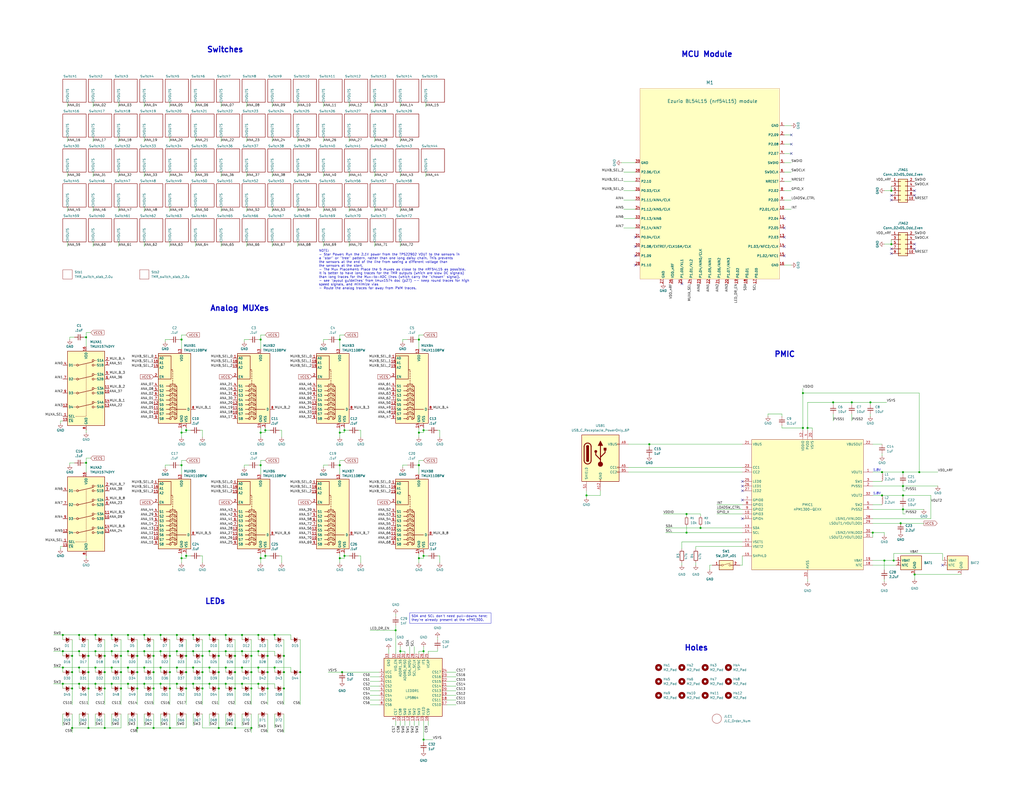
<source format=kicad_sch>
(kicad_sch (version 20250114) (generator "eeschema") (generator_version "9.0")
  (paper "C")
  (text "Holes" (at 373.38 355.6 0) (effects (font (size 3 3) (bold yes)) (justify left bottom)))
  (text "1.8V" (at 478.536 256.794 0) (effects (font (size 1.27 1.27))))
  (text "MCU Module" (at 371.602 31.496 0) (effects (font (size 3 3) (bold yes)) (justify left bottom)))
  (text "Analog MUXes" (at 114.554 170.18 0) (effects (font (size 3 3) (bold yes)) (justify left bottom)))
  (text "LEDs" (at 111.76 330.2 0) (effects (font (size 3 3) (bold yes)) (justify left bottom)))
  (text "PMIC" (at 422.402 195.326 0) (effects (font (size 3 3) (bold yes)) (justify left bottom)))
  (text "NOTE:\n- Star Power: Run the 2.1V power from the TPS22902 VOUT to the sensors in \na \"star\" or \"tree\" pattern, rather than one long daisy chain. This prevents \nthe sensors at the end of the line from seeing a different voltage than \nthe sensors at the start.\n- The Mux Placement: Place the 5 muxes as close to the nRF54L15 as possible. \nIt is better to have long traces for the TMR outputs (which are slow DC signals) \nthan long traces for the Mux-to-ADC lines (which carry the \"chosen\" signal).\n- see 'layout guidelines' from tmux1574 doc (p27) -- keep round traces for high \nspeed signals, and minimize vias\n- Route the analog traces far away from PWM traces.\n" (at 173.99 158.242 0) (effects (font (size 1.27 1.27)) (justify left bottom)))
  (text "Switches" (at 112.776 28.956 0) (effects (font (size 3 3) (bold yes)) (justify left bottom)))
  (text "1.8V" (at 478.536 269.494 0) (effects (font (size 1.27 1.27))))
  (text_box "SDA and SCL don't need pull-downs here; \nthey're already present at the nPM1300.\n" (at 223.52 334.645 0) (size 44.45 5.715) (margins 0.9525 0.9525 0.9525 0.9525) (effects (font (size 1.27 1.27)) (justify left top)))
  (junction (at 142.24 185.42))
  (junction (at 48.26 358.14))
  (junction (at 123.19 373.38))
  (junction (at 144.78 234.95))
  (junction (at 114.3 364.49))
  (junction (at 123.19 364.49))
  (junction (at 83.82 397.51))
  (junction (at 185.42 304.8))
  (junction (at 486.41 104.14))
  (junction (at 132.08 355.6))
  (junction (at 48.26 375.92))
  (junction (at 48.26 397.51))
  (junction (at 137.16 358.14))
  (junction (at 43.18 346.71))
  (junction (at 92.71 397.51))
  (junction (at 39.37 367.03))
  (junction (at 128.27 397.51))
  (junction (at 101.6 303.53))
  (junction (at 92.71 358.14))
  (junction (at 146.05 358.14))
  (junction (at 52.07 364.49))
  (junction (at 96.52 364.49))
  (junction (at 140.97 355.6))
  (junction (at 83.82 367.03))
  (junction (at 34.29 373.38))
  (junction (at 140.97 373.38))
  (junction (at 83.82 375.92))
  (junction (at 39.37 375.92))
  (junction (at 454.66 219.71))
  (junction (at 142.24 304.8))
  (junction (at 96.52 355.6))
  (junction (at 96.52 346.71))
  (junction (at 185.42 254))
  (junction (at 491.49 285.75))
  (junction (at 132.08 373.38))
  (junction (at 114.3 355.6))
  (junction (at 101.6 358.14))
  (junction (at 481.33 270.51))
  (junction (at 110.49 367.03))
  (junction (at 99.06 185.42))
  (junction (at 105.41 373.38))
  (junction (at 128.27 367.03))
  (junction (at 119.38 397.51))
  (junction (at 231.14 234.95))
  (junction (at 57.15 367.03))
  (junction (at 438.15 233.68))
  (junction (at 142.24 254))
  (junction (at 69.85 364.49))
  (junction (at 60.96 355.6))
  (junction (at 132.08 364.49))
  (junction (at 149.86 346.71))
  (junction (at 185.42 236.22))
  (junction (at 99.06 304.8))
  (junction (at 92.71 375.92))
  (junction (at 185.42 185.42))
  (junction (at 83.82 358.14))
  (junction (at 57.15 397.51))
  (junction (at 114.3 373.38))
  (junction (at 60.96 346.71))
  (junction (at 34.29 355.6))
  (junction (at 501.65 257.81))
  (junction (at 187.96 234.95))
  (junction (at 228.6 304.8))
  (junction (at 74.93 397.51))
  (junction (at 105.41 346.71))
  (junction (at 87.63 364.49))
  (junction (at 137.16 367.03))
  (junction (at 487.68 306.07))
  (junction (at 119.38 367.03))
  (junction (at 132.08 346.71))
  (junction (at 34.29 364.49))
  (junction (at 481.33 257.81))
  (junction (at 48.26 367.03))
  (junction (at 87.63 373.38))
  (junction (at 78.74 364.49))
  (junction (at 39.37 397.51))
  (junction (at 87.63 355.6))
  (junction (at 228.6 185.42))
  (junction (at 186.69 367.03))
  (junction (at 46.99 252.73))
  (junction (at 66.04 358.14))
  (junction (at 99.06 254))
  (junction (at 486.41 133.35))
  (junction (at 74.93 375.92))
  (junction (at 69.85 346.71))
  (junction (at 154.94 358.14))
  (junction (at 146.05 367.03))
  (junction (at 137.16 397.51))
  (junction (at 492.76 265.43))
  (junction (at 110.49 358.14))
  (junction (at 146.05 375.92))
  (junction (at 499.11 313.69))
  (junction (at 52.07 355.6))
  (junction (at 163.83 367.03))
  (junction (at 119.38 375.92))
  (junction (at 154.94 367.03))
  (junction (at 101.6 375.92))
  (junction (at 440.69 233.68))
  (junction (at 187.96 303.53))
  (junction (at 123.19 355.6))
  (junction (at 78.74 346.71))
  (junction (at 228.6 254))
  (junction (at 69.85 355.6))
  (junction (at 149.86 364.49))
  (junction (at 105.41 364.49))
  (junction (at 43.18 373.38))
  (junction (at 66.04 367.03))
  (junction (at 320.04 270.51))
  (junction (at 140.97 346.71))
  (junction (at 105.41 355.6))
  (junction (at 137.16 375.92))
  (junction (at 128.27 358.14))
  (junction (at 474.98 219.71))
  (junction (at 123.19 346.71))
  (junction (at 218.44 355.6))
  (junction (at 78.74 373.38))
  (junction (at 154.94 375.92))
  (junction (at 228.6 236.22))
  (junction (at 354.33 242.57))
  (junction (at 374.65 280.67))
  (junction (at 482.6 306.07))
  (junction (at 60.96 364.49))
  (junction (at 110.49 375.92))
  (junction (at 69.85 373.38))
  (junction (at 99.06 236.22))
  (junction (at 46.99 184.15))
  (junction (at 87.63 346.71))
  (junction (at 92.71 367.03))
  (junction (at 74.93 367.03))
  (junction (at 144.78 303.53))
  (junction (at 78.74 355.6))
  (junction (at 34.29 346.71))
  (junction (at 476.25 290.83))
  (junction (at 96.52 373.38))
  (junction (at 464.82 219.71))
  (junction (at 57.15 358.14))
  (junction (at 52.07 346.71))
  (junction (at 114.3 346.71))
  (junction (at 374.65 290.83))
  (junction (at 128.27 375.92))
  (junction (at 39.37 358.14))
  (junction (at 492.76 278.13))
  (junction (at 438.15 214.63))
  (junction (at 119.38 358.14))
  (junction (at 57.15 375.92))
  (junction (at 492.76 257.81))
  (junction (at 231.14 303.53))
  (junction (at 66.04 375.92))
  (junction (at 101.6 367.03))
  (junction (at 52.07 373.38))
  (junction (at 140.97 364.49))
  (junction (at 43.18 364.49))
  (junction (at 101.6 234.95))
  (junction (at 492.76 270.51))
  (junction (at 43.18 355.6))
  (junction (at 231.14 403.86))
  (junction (at 215.9 344.17))
  (junction (at 382.27 288.29))
  (junction (at 60.96 373.38))
  (junction (at 231.14 355.6))
  (junction (at 142.24 236.22))
  (junction (at 74.93 358.14))
  (no_connect (at 405.13 273.05))
  (no_connect (at 346.71 134.62))
  (no_connect (at 372.11 154.94))
  (no_connect (at 427.99 139.7))
  (no_connect (at 427.99 119.38))
  (no_connect (at 499.11 135.89))
  (no_connect (at 427.99 134.62))
  (no_connect (at 486.41 138.43))
  (no_connect (at 431.8 78.74))
  (no_connect (at 346.71 129.54))
  (no_connect (at 514.35 308.61))
  (no_connect (at 486.41 109.22))
  (no_connect (at 346.71 139.7))
  (no_connect (at 499.11 106.68))
  (no_connect (at 405.13 283.21))
  (no_connect (at 405.13 262.89))
  (no_connect (at 499.11 104.14))
  (no_connect (at 431.8 83.82))
  (no_connect (at 486.41 106.68))
  (no_connect (at 427.99 129.54))
  (no_connect (at 405.13 267.97))
  (no_connect (at 346.71 144.78))
  (no_connect (at 431.8 73.66))
  (no_connect (at 405.13 265.43))
  (no_connect (at 486.41 135.89))
  (no_connect (at 427.99 124.46))
  (no_connect (at 499.11 133.35))
  (wire (pts (xy 110.49 234.95) (xy 110.49 238.76)))
  (wire (pts (xy 405.13 303.53) (xy 405.13 308.61)))
  (wire (pts (xy 123.19 389.89) (xy 123.19 396.24)))
  (wire (pts (xy 96.52 373.38) (xy 105.41 373.38)))
  (wire (pts (xy 231.14 403.86) (xy 236.22 403.86)))
  (wire (pts (xy 223.52 393.7) (xy 223.52 396.24)))
  (wire (pts (xy 64.77 74.93) (xy 64.77 77.47)))
  (wire (pts (xy 196.85 303.53) (xy 196.85 307.34)))
  (wire (pts (xy 238.76 234.95) (xy 240.03 234.95)))
  (wire (pts (xy 154.94 375.92) (xy 154.94 384.81)))
  (wire (pts (xy 132.08 355.6) (xy 132.08 358.14)))
  (wire (pts (xy 222.25 254) (xy 219.71 254)))
  (wire (pts (xy 220.98 356.87) (xy 220.98 355.6)))
  (wire (pts (xy 240.03 303.53) (xy 240.03 307.34)))
  (wire (pts (xy 46.99 257.81) (xy 46.99 252.73)))
  (wire (pts (xy 426.72 227.33) (xy 426.72 226.06)))
  (wire (pts (xy 492.76 278.13) (xy 492.76 276.86)))
  (wire (pts (xy 135.89 185.42) (xy 133.35 185.42)))
  (wire (pts (xy 201.93 372.11) (xy 207.01 372.11)))
  (wire (pts (xy 50.8 113.03) (xy 50.8 115.57)))
  (wire (pts (xy 99.06 190.5) (xy 99.06 185.42)))
  (wire (pts (xy 78.74 364.49) (xy 87.63 364.49)))
  (wire (pts (xy 66.04 367.03) (xy 66.04 375.92)))
  (wire (pts (xy 99.06 233.68) (xy 99.06 236.22)))
  (wire (pts (xy 105.41 364.49) (xy 114.3 364.49)))
  (wire (pts (xy 69.85 373.38) (xy 78.74 373.38)))
  (wire (pts (xy 486.41 133.35) (xy 482.6 133.35)))
  (wire (pts (xy 101.6 236.22) (xy 99.06 236.22)))
  (wire (pts (xy 135.89 254) (xy 133.35 254)))
  (wire (pts (xy 464.82 226.06) (xy 464.82 229.87)))
  (wire (pts (xy 476.25 262.89) (xy 481.33 262.89)))
  (wire (pts (xy 34.29 373.38) (xy 43.18 373.38)))
  (wire (pts (xy 231.14 233.68) (xy 231.14 234.95)))
  (wire (pts (xy 176.53 132.08) (xy 176.53 134.62)))
  (wire (pts (xy 120.65 55.88) (xy 120.65 58.42)))
  (wire (pts (xy 78.74 113.03) (xy 78.74 115.57)))
  (wire (pts (xy 363.22 288.29) (xy 382.27 288.29)))
  (wire (pts (xy 218.44 393.7) (xy 218.44 396.24)))
  (wire (pts (xy 87.63 355.6) (xy 96.52 355.6)))
  (wire (pts (xy 52.07 346.71) (xy 52.07 349.25)))
  (wire (pts (xy 60.96 364.49) (xy 69.85 364.49)))
  (wire (pts (xy 231.14 234.95) (xy 231.14 236.22)))
  (wire (pts (xy 149.86 389.89) (xy 149.86 397.51)))
  (wire (pts (xy 218.44 113.03) (xy 218.44 115.57)))
  (wire (pts (xy 482.6 306.07) (xy 482.6 311.15)))
  (wire (pts (xy 87.63 346.71) (xy 96.52 346.71)))
  (wire (pts (xy 176.53 185.42) (xy 176.53 186.69)))
  (wire (pts (xy 34.29 364.49) (xy 34.29 367.03)))
  (wire (pts (xy 144.78 236.22) (xy 142.24 236.22)))
  (wire (pts (xy 78.74 373.38) (xy 87.63 373.38)))
  (wire (pts (xy 492.76 270.51) (xy 508 270.51)))
  (wire (pts (xy 46.99 181.61) (xy 46.99 184.15)))
  (wire (pts (xy 514.35 306.07) (xy 514.35 302.26)))
  (wire (pts (xy 185.42 304.8) (xy 185.42 307.34)))
  (wire (pts (xy 74.93 375.92) (xy 74.93 384.81)))
  (wire (pts (xy 232.41 93.98) (xy 232.41 96.52)))
  (wire (pts (xy 443.23 233.68) (xy 440.69 233.68)))
  (wire (pts (xy 228.6 393.7) (xy 228.6 396.24)))
  (wire (pts (xy 476.25 278.13) (xy 492.76 278.13)))
  (wire (pts (xy 78.74 346.71) (xy 87.63 346.71)))
  (wire (pts (xy 74.93 349.25) (xy 74.93 358.14)))
  (wire (pts (xy 228.6 304.8) (xy 228.6 307.34)))
  (wire (pts (xy 137.16 389.89) (xy 137.16 397.51)))
  (wire (pts (xy 87.63 389.89) (xy 87.63 396.24)))
  (wire (pts (xy 57.15 358.14) (xy 57.15 367.03)))
  (wire (pts (xy 427.99 88.9) (xy 431.8 88.9)))
  (wire (pts (xy 133.35 254) (xy 133.35 255.27)))
  (wire (pts (xy 454.66 219.71) (xy 454.66 220.98)))
  (wire (pts (xy 69.85 346.71) (xy 69.85 349.25)))
  (wire (pts (xy 34.29 355.6) (xy 43.18 355.6)))
  (wire (pts (xy 162.56 113.03) (xy 162.56 115.57)))
  (wire (pts (xy 128.27 367.03) (xy 128.27 375.92)))
  (wire (pts (xy 219.71 185.42) (xy 219.71 186.69)))
  (wire (pts (xy 144.78 251.46) (xy 142.24 251.46)))
  (wire (pts (xy 114.3 355.6) (xy 123.19 355.6)))
  (wire (pts (xy 57.15 375.92) (xy 57.15 384.81)))
  (wire (pts (xy 60.96 373.38) (xy 69.85 373.38)))
  (wire (pts (xy 101.6 251.46) (xy 99.06 251.46)))
  (wire (pts (xy 52.07 355.6) (xy 52.07 358.14)))
  (wire (pts (xy 482.6 306.07) (xy 487.68 306.07)))
  (wire (pts (xy 92.71 113.03) (xy 92.71 115.57)))
  (wire (pts (xy 196.85 234.95) (xy 196.85 238.76)))
  (wire (pts (xy 90.17 254) (xy 90.17 255.27)))
  (wire (pts (xy 33.02 229.87) (xy 33.02 231.14)))
  (wire (pts (xy 215.9 341.63) (xy 215.9 344.17)))
  (wire (pts (xy 379.73 307.34) (xy 379.73 308.61)))
  (wire (pts (xy 187.96 302.26) (xy 187.96 303.53)))
  (wire (pts (xy 149.86 373.38) (xy 149.86 375.92)))
  (wire (pts (xy 382.27 287.02) (xy 382.27 288.29)))
  (wire (pts (xy 201.93 374.65) (xy 207.01 374.65)))
  (wire (pts (xy 128.27 389.89) (xy 128.27 397.51)))
  (wire (pts (xy 114.3 355.6) (xy 114.3 358.14)))
  (wire (pts (xy 132.08 389.89) (xy 132.08 396.24)))
  (wire (pts (xy 43.18 373.38) (xy 52.07 373.38)))
  (wire (pts (xy 99.06 185.42) (xy 97.79 185.42)))
  (wire (pts (xy 60.96 389.89) (xy 60.96 396.24)))
  (wire (pts (xy 50.8 74.93) (xy 50.8 77.47)))
  (wire (pts (xy 391.16 280.67) (xy 405.13 280.67)))
  (wire (pts (xy 340.36 104.14) (xy 346.71 104.14)))
  (wire (pts (xy 153.67 234.95) (xy 153.67 238.76)))
  (wire (pts (xy 186.69 367.03) (xy 207.01 367.03)))
  (wire (pts (xy 134.62 113.03) (xy 134.62 115.57)))
  (wire (pts (xy 374.65 290.83) (xy 405.13 290.83)))
  (wire (pts (xy 354.33 242.57) (xy 405.13 242.57)))
  (wire (pts (xy 101.6 303.53) (xy 104.14 303.53)))
  (wire (pts (xy 101.6 349.25) (xy 101.6 358.14)))
  (wire (pts (xy 144.78 182.88) (xy 142.24 182.88)))
  (wire (pts (xy 29.21 346.71) (xy 34.29 346.71)))
  (wire (pts (xy 176.53 74.93) (xy 176.53 77.47)))
  (wire (pts (xy 105.41 364.49) (xy 105.41 367.03)))
  (wire (pts (xy 440.69 219.71) (xy 454.66 219.71)))
  (wire (pts (xy 228.6 302.26) (xy 228.6 304.8)))
  (wire (pts (xy 66.04 349.25) (xy 66.04 358.14)))
  (wire (pts (xy 228.6 259.08) (xy 228.6 254)))
  (wire (pts (xy 190.5 132.08) (xy 190.5 134.62)))
  (wire (pts (xy 248.92 374.65) (xy 243.84 374.65)))
  (wire (pts (xy 38.1 184.15) (xy 38.1 185.42)))
  (wire (pts (xy 443.23 234.95) (xy 443.23 233.68)))
  (wire (pts (xy 499.11 313.69) (xy 499.11 316.23)))
  (wire (pts (xy 87.63 355.6) (xy 87.63 358.14)))
  (wire (pts (xy 92.71 397.51) (xy 83.82 397.51)))
  (wire (pts (xy 179.07 254) (xy 176.53 254)))
  (wire (pts (xy 427.99 78.74) (xy 431.8 78.74)))
  (wire (pts (xy 96.52 355.6) (xy 105.41 355.6)))
  (wire (pts (xy 372.11 307.34) (xy 372.11 308.61)))
  (wire (pts (xy 346.71 114.3) (xy 340.36 114.3)))
  (wire (pts (xy 64.77 113.03) (xy 64.77 115.57)))
  (wire (pts (xy 133.35 185.42) (xy 133.35 186.69)))
  (wire (pts (xy 142.24 185.42) (xy 140.97 185.42)))
  (wire (pts (xy 87.63 373.38) (xy 96.52 373.38)))
  (wire (pts (xy 152.4 303.53) (xy 153.67 303.53)))
  (wire (pts (xy 222.25 185.42) (xy 219.71 185.42)))
  (wire (pts (xy 491.49 285.75) (xy 504.19 285.75)))
  (wire (pts (xy 92.71 254) (xy 90.17 254)))
  (wire (pts (xy 66.04 397.51) (xy 57.15 397.51)))
  (wire (pts (xy 218.44 55.88) (xy 218.44 58.42)))
  (wire (pts (xy 106.68 74.93) (xy 106.68 77.47)))
  (wire (pts (xy 83.82 358.14) (xy 83.82 367.03)))
  (wire (pts (xy 49.53 181.61) (xy 46.99 181.61)))
  (wire (pts (xy 52.07 346.71) (xy 60.96 346.71)))
  (wire (pts (xy 426.72 226.06) (xy 419.1 226.06)))
  (wire (pts (xy 106.68 55.88) (xy 106.68 58.42)))
  (wire (pts (xy 163.83 367.03) (xy 163.83 384.81)))
  (wire (pts (xy 228.6 355.6) (xy 231.14 355.6)))
  (wire (pts (xy 231.14 355.6) (xy 231.14 356.87)))
  (wire (pts (xy 212.09 354.33) (xy 212.09 356.87)))
  (wire (pts (xy 92.71 132.08) (xy 92.71 134.62)))
  (wire (pts (xy 34.29 364.49) (xy 43.18 364.49)))
  (wire (pts (xy 427.99 99.06) (xy 431.8 99.06)))
  (wire (pts (xy 201.93 379.73) (xy 207.01 379.73)))
  (wire (pts (xy 153.67 303.53) (xy 153.67 307.34)))
  (wire (pts (xy 228.6 185.42) (xy 227.33 185.42)))
  (wire (pts (xy 142.24 233.68) (xy 142.24 236.22)))
  (wire (pts (xy 96.52 364.49) (xy 105.41 364.49)))
  (wire (pts (xy 109.22 234.95) (xy 110.49 234.95)))
  (wire (pts (xy 201.93 377.19) (xy 207.01 377.19)))
  (wire (pts (xy 144.78 234.95) (xy 147.32 234.95)))
  (wire (pts (xy 36.83 113.03) (xy 36.83 115.57)))
  (wire (pts (xy 132.08 373.38) (xy 132.08 375.92)))
  (wire (pts (xy 34.29 389.89) (xy 34.29 396.24)))
  (wire (pts (xy 382.27 280.67) (xy 382.27 281.94)))
  (wire (pts (xy 78.74 93.98) (xy 78.74 96.52)))
  (wire (pts (xy 231.14 304.8) (xy 228.6 304.8)))
  (wire (pts (xy 148.59 93.98) (xy 148.59 96.52)))
  (wire (pts (xy 105.41 346.71) (xy 114.3 346.71)))
  (wire (pts (xy 327.66 267.97) (xy 327.66 270.51)))
  (wire (pts (xy 340.36 99.06) (xy 346.71 99.06)))
  (wire (pts (xy 137.16 358.14) (xy 137.16 367.03)))
  (wire (pts (xy 105.41 355.6) (xy 114.3 355.6)))
  (wire (pts (xy 110.49 303.53) (xy 110.49 307.34)))
  (wire (pts (xy 144.78 302.26) (xy 144.78 303.53)))
  (wire (pts (xy 34.29 373.38) (xy 34.29 375.92)))
  (wire (pts (xy 132.08 346.71) (xy 140.97 346.71)))
  (wire (pts (xy 83.82 349.25) (xy 83.82 358.14)))
  (wire (pts (xy 474.98 219.71) (xy 483.87 219.71)))
  (wire (pts (xy 187.96 236.22) (xy 185.42 236.22)))
  (wire (pts (xy 99.06 251.46) (xy 99.06 254)))
  (wire (pts (xy 187.96 234.95) (xy 187.96 236.22)))
  (wire (pts (xy 204.47 55.88) (xy 204.47 58.42)))
  (wire (pts (xy 96.52 346.71) (xy 96.52 349.25)))
  (wire (pts (xy 374.65 287.02) (xy 374.65 290.83)))
  (wire (pts (xy 382.27 288.29) (xy 405.13 288.29)))
  (wire (pts (xy 240.03 234.95) (xy 240.03 238.76)))
  (wire (pts (xy 142.24 251.46) (xy 142.24 254)))
  (wire (pts (xy 354.33 242.57) (xy 354.33 243.84)))
  (wire (pts (xy 201.93 369.57) (xy 207.01 369.57)))
  (wire (pts (xy 123.19 346.71) (xy 123.19 349.25)))
  (wire (pts (xy 105.41 355.6) (xy 105.41 358.14)))
  (wire (pts (xy 134.62 93.98) (xy 134.62 96.52)))
  (wire (pts (xy 46.99 189.23) (xy 46.99 184.15)))
  (wire (pts (xy 187.96 251.46) (xy 185.42 251.46)))
  (wire (pts (xy 140.97 346.71) (xy 140.97 349.25)))
  (wire (pts (xy 99.06 304.8) (xy 99.06 307.34)))
  (wire (pts (xy 40.64 184.15) (xy 38.1 184.15)))
  (wire (pts (xy 148.59 55.88) (xy 148.59 58.42)))
  (wire (pts (xy 114.3 364.49) (xy 114.3 367.03)))
  (wire (pts (xy 440.69 233.68) (xy 440.69 219.71)))
  (wire (pts (xy 119.38 349.25) (xy 119.38 358.14)))
  (wire (pts (xy 231.14 182.88) (xy 228.6 182.88)))
  (wire (pts (xy 419.1 226.06) (xy 419.1 227.33)))
  (wire (pts (xy 427.99 83.82) (xy 431.8 83.82)))
  (wire (pts (xy 46.99 252.73) (xy 45.72 252.73)))
  (wire (pts (xy 57.15 397.51) (xy 48.26 397.51)))
  (wire (pts (xy 152.4 234.95) (xy 153.67 234.95)))
  (wire (pts (xy 36.83 55.88) (xy 36.83 58.42)))
  (wire (pts (xy 243.84 367.03) (xy 248.92 367.03)))
  (wire (pts (xy 110.49 349.25) (xy 110.49 358.14)))
  (wire (pts (xy 43.18 346.71) (xy 52.07 346.71)))
  (wire (pts (xy 438.15 233.68) (xy 426.72 233.68)))
  (wire (pts (xy 69.85 355.6) (xy 69.85 358.14)))
  (wire (pts (xy 110.49 389.89) (xy 110.49 397.51)))
  (wire (pts (xy 492.76 267.97) (xy 492.76 265.43)))
  (wire (pts (xy 427.99 73.66) (xy 431.8 73.66)))
  (wire (pts (xy 99.06 182.88) (xy 99.06 185.42)))
  (wire (pts (xy 233.68 356.87) (xy 233.68 355.6)))
  (wire (pts (xy 486.41 104.14) (xy 482.6 104.14)))
  (wire (pts (xy 231.14 353.06) (xy 231.14 355.6)))
  (wire (pts (xy 476.25 290.83) (xy 476.25 293.37)))
  (wire (pts (xy 218.44 353.06) (xy 218.44 355.6)))
  (wire (pts (xy 92.71 349.25) (xy 92.71 358.14)))
  (wire (pts (xy 248.92 369.57) (xy 243.84 369.57)))
  (wire (pts (xy 92.71 55.88) (xy 92.71 58.42)))
  (wire (pts (xy 427.99 114.3) (xy 431.8 114.3)))
  (wire (pts (xy 99.06 254) (xy 97.79 254)))
  (wire (pts (xy 231.14 302.26) (xy 231.14 303.53)))
  (wire (pts (xy 405.13 298.45) (xy 379.73 298.45)))
  (wire (pts (xy 228.6 182.88) (xy 228.6 185.42)))
  (wire (pts (xy 48.26 389.89) (xy 48.26 397.51)))
  (wire (pts (xy 218.44 132.08) (xy 218.44 134.62)))
  (wire (pts (xy 474.98 226.06) (xy 474.98 227.33)))
  (wire (pts (xy 179.07 185.42) (xy 176.53 185.42)))
  (wire (pts (xy 427.99 144.78) (xy 431.8 144.78)))
  (wire (pts (xy 78.74 355.6) (xy 78.74 358.14)))
  (wire (pts (xy 52.07 389.89) (xy 52.07 396.24)))
  (wire (pts (xy 185.42 251.46) (xy 185.42 254)))
  (wire (pts (xy 39.37 375.92) (xy 39.37 384.81)))
  (wire (pts (xy 187.96 182.88) (xy 185.42 182.88)))
  (wire (pts (xy 83.82 397.51) (xy 74.93 397.51)))
  (wire (pts (xy 140.97 373.38) (xy 140.97 375.92)))
  (wire (pts (xy 158.75 346.71) (xy 158.75 349.25)))
  (wire (pts (xy 492.76 257.81) (xy 492.76 259.08)))
  (wire (pts (xy 185.42 190.5) (xy 185.42 185.42)))
  (wire (pts (xy 248.92 384.81) (xy 243.84 384.81)))
  (wire (pts (xy 154.94 349.25) (xy 154.94 358.14)))
  (wire (pts (xy 204.47 132.08) (xy 204.47 134.62)))
  (wire (pts (xy 492.76 270.51) (xy 492.76 271.78)))
  (wire (pts (xy 43.18 389.89) (xy 43.18 396.24)))
  (wire (pts (xy 481.33 257.81) (xy 492.76 257.81)))
  (wire (pts (xy 105.41 373.38) (xy 105.41 375.92)))
  (wire (pts (xy 39.37 389.89) (xy 39.37 397.51)))
  (wire (pts (xy 134.62 132.08) (xy 134.62 134.62)))
  (wire (pts (xy 140.97 355.6) (xy 140.97 358.14)))
  (wire (pts (xy 78.74 55.88) (xy 78.74 58.42)))
  (wire (pts (xy 92.71 375.92) (xy 92.71 384.81)))
  (wire (pts (xy 228.6 251.46) (xy 228.6 254)))
  (wire (pts (xy 48.26 358.14) (xy 48.26 367.03)))
  (wire (pts (xy 492.76 265.43) (xy 511.81 265.43)))
  (wire (pts (xy 149.86 364.49) (xy 149.86 367.03)))
  (wire (pts (xy 176.53 93.98) (xy 176.53 96.52)))
  (wire (pts (xy 476.25 242.57) (xy 481.33 242.57)))
  (wire (pts (xy 87.63 373.38) (xy 87.63 375.92)))
  (wire (pts (xy 501.65 214.63) (xy 438.15 214.63)))
  (wire (pts (xy 132.08 373.38) (xy 140.97 373.38)))
  (wire (pts (xy 476.25 275.59) (xy 481.33 275.59)))
  (wire (pts (xy 101.6 234.95) (xy 104.14 234.95)))
  (wire (pts (xy 74.93 358.14) (xy 74.93 367.03)))
  (wire (pts (xy 92.71 93.98) (xy 92.71 96.52)))
  (wire (pts (xy 48.26 349.25) (xy 48.26 358.14)))
  (wire (pts (xy 142.24 236.22) (xy 142.24 238.76)))
  (wire (pts (xy 83.82 389.89) (xy 83.82 397.51)))
  (wire (pts (xy 96.52 355.6) (xy 96.52 358.14)))
  (wire (pts (xy 195.58 303.53) (xy 196.85 303.53)))
  (wire (pts (xy 90.17 185.42) (xy 90.17 186.69)))
  (wire (pts (xy 231.14 303.53) (xy 233.68 303.53)))
  (wire (pts (xy 185.42 254) (xy 184.15 254)))
  (wire (pts (xy 218.44 93.98) (xy 218.44 96.52)))
  (wire (pts (xy 187.96 233.68) (xy 187.96 234.95)))
  (wire (pts (xy 46.99 234.95) (xy 46.99 236.22)))
  (wire (pts (xy 140.97 364.49) (xy 140.97 367.03)))
  (wire (pts (xy 185.42 185.42) (xy 184.15 185.42)))
  (wire (pts (xy 29.21 355.6) (xy 34.29 355.6)))
  (wire (pts (xy 363.22 290.83) (xy 374.65 290.83)))
  (wire (pts (xy 231.14 234.95) (xy 233.68 234.95)))
  (wire (pts (xy 372.11 295.91) (xy 372.11 299.72)))
  (wire (pts (xy 114.3 346.71) (xy 114.3 349.25)))
  (wire (pts (xy 231.14 236.22) (xy 228.6 236.22)))
  (wire (pts (xy 128.27 375.92) (xy 128.27 384.81)))
  (wire (pts (xy 119.38 389.89) (xy 119.38 397.51)))
  (wire (pts (xy 96.52 389.89) (xy 96.52 396.24)))
  (wire (pts (xy 142.24 254) (xy 140.97 254)))
  (wire (pts (xy 440.69 316.23) (xy 440.69 317.5)))
  (wire (pts (xy 204.47 74.93) (xy 204.47 77.47)))
  (wire (pts (xy 426.72 233.68) (xy 426.72 232.41)))
  (wire (pts (xy 176.53 55.88) (xy 176.53 58.42)))
  (wire (pts (xy 162.56 132.08) (xy 162.56 134.62)))
  (wire (pts (xy 106.68 93.98) (xy 106.68 96.52)))
  (wire (pts (xy 220.98 355.6) (xy 218.44 355.6)))
  (wire (pts (xy 87.63 364.49) (xy 96.52 364.49)))
  (wire (pts (xy 149.86 364.49) (xy 158.75 364.49)))
  (wire (pts (xy 320.04 267.97) (xy 320.04 270.51)))
  (wire (pts (xy 346.71 124.46) (xy 340.36 124.46)))
  (wire (pts (xy 248.92 377.19) (xy 243.84 377.19)))
  (wire (pts (xy 391.16 275.59) (xy 405.13 275.59)))
  (wire (pts (xy 78.74 346.71) (xy 78.74 349.25)))
  (wire (pts (xy 101.6 233.68) (xy 101.6 234.95)))
  (wire (pts (xy 99.06 236.22) (xy 99.06 238.76)))
  (wire (pts (xy 140.97 355.6) (xy 149.86 355.6)))
  (wire (pts (xy 204.47 93.98) (xy 204.47 96.52)))
  (wire (pts (xy 486.41 130.81) (xy 486.41 133.35)))
  (wire (pts (xy 29.21 364.49) (xy 34.29 364.49)))
  (wire (pts (xy 43.18 355.6) (xy 43.18 358.14)))
  (wire (pts (xy 39.37 397.51) (xy 39.37 400.05)))
  (wire (pts (xy 342.9 255.27) (xy 405.13 255.27)))
  (wire (pts (xy 132.08 364.49) (xy 132.08 367.03)))
  (wire (pts (xy 464.82 219.71) (xy 464.82 220.98)))
  (wire (pts (xy 427.99 104.14) (xy 431.8 104.14)))
  (wire (pts (xy 185.42 259.08) (xy 185.42 254)))
  (wire (pts (xy 494.03 267.97) (xy 492.76 267.97)))
  (wire (pts (xy 87.63 364.49) (xy 87.63 367.03)))
  (wire (pts (xy 387.35 308.61) (xy 387.35 311.15)))
  (wire (pts (xy 101.6 303.53) (xy 101.6 304.8)))
  (wire (pts (xy 187.96 304.8) (xy 185.42 304.8)))
  (wire (pts (xy 83.82 375.92) (xy 83.82 384.81)))
  (wire (pts (xy 388.62 308.61) (xy 387.35 308.61)))
  (wire (pts (xy 501.65 257.81) (xy 511.81 257.81)))
  (wire (pts (xy 231.14 393.7) (xy 231.14 403.86)))
  (wire (pts (xy 144.78 303.53) (xy 144.78 304.8)))
  (wire (pts (xy 190.5 113.03) (xy 190.5 115.57)))
  (wire (pts (xy 176.53 254) (xy 176.53 255.27)))
  (wire (pts (xy 486.41 101.6) (xy 486.41 104.14)))
  (wire (pts (xy 140.97 346.71) (xy 149.86 346.71)))
  (wire (pts (xy 92.71 358.14) (xy 92.71 367.03)))
  (wire (pts (xy 52.07 373.38) (xy 52.07 375.92)))
  (wire (pts (xy 187.96 234.95) (xy 190.5 234.95)))
  (wire (pts (xy 179.07 367.03) (xy 186.69 367.03)))
  (wire (pts (xy 149.86 346.71) (xy 149.86 349.25)))
  (wire (pts (xy 43.18 364.49) (xy 52.07 364.49)))
  (wire (pts (xy 36.83 132.08) (xy 36.83 134.62)))
  (wire (pts (xy 476.25 308.61) (xy 488.95 308.61)))
  (wire (pts (xy 96.52 373.38) (xy 96.52 375.92)))
  (wire (pts (xy 231.14 251.46) (xy 228.6 251.46)))
  (wire (pts (xy 132.08 346.71) (xy 132.08 349.25)))
  (wire (pts (xy 114.3 373.38) (xy 123.19 373.38)))
  (wire (pts (xy 114.3 389.89) (xy 114.3 396.24)))
  (wire (pts (xy 228.6 190.5) (xy 228.6 185.42)))
  (wire (pts (xy 38.1 252.73) (xy 38.1 254)))
  (wire (pts (xy 119.38 367.03) (xy 119.38 375.92)))
  (wire (pts (xy 342.9 257.81) (xy 405.13 257.81)))
  (wire (pts (xy 374.65 280.67) (xy 374.65 281.94)))
  (wire (pts (xy 481.33 270.51) (xy 492.76 270.51)))
  (wire (pts (xy 231.14 303.53) (xy 231.14 304.8)))
  (wire (pts (xy 109.22 303.53) (xy 110.49 303.53)))
  (wire (pts (xy 99.06 259.08) (xy 99.06 254)))
  (wire (pts (xy 39.37 349.25) (xy 39.37 358.14)))
  (wire (pts (xy 176.53 113.03) (xy 176.53 115.57)))
  (wire (pts (xy 101.6 375.92) (xy 101.6 384.81)))
  (wire (pts (xy 144.78 234.95) (xy 144.78 236.22)))
  (wire (pts (xy 39.37 358.14) (xy 39.37 367.03)))
  (wire (pts (xy 114.3 364.49) (xy 123.19 364.49)))
  (wire (pts (xy 114.3 346.71) (xy 123.19 346.71)))
  (wire (pts (xy 215.9 335.28) (xy 215.9 336.55)))
  (wire (pts (xy 105.41 389.89) (xy 105.41 396.24)))
  (wire (pts (xy 149.86 346.71) (xy 158.75 346.71)))
  (wire (pts (xy 454.66 219.71) (xy 464.82 219.71)))
  (wire (pts (xy 78.74 74.93) (xy 78.74 77.47)))
  (wire (pts (xy 476.25 290.83) (xy 482.6 290.83)))
  (wire (pts (xy 34.29 229.87) (xy 33.02 229.87)))
  (wire (pts (xy 233.68 355.6) (xy 238.76 355.6)))
  (wire (pts (xy 34.29 298.45) (xy 33.02 298.45)))
  (wire (pts (xy 148.59 132.08) (xy 148.59 134.62)))
  (wire (pts (xy 43.18 346.71) (xy 43.18 349.25)))
  (wire (pts (xy 190.5 55.88) (xy 190.5 58.42)))
  (wire (pts (xy 123.19 346.71) (xy 132.08 346.71)))
  (wire (pts (xy 57.15 389.89) (xy 57.15 397.51)))
  (wire (pts (xy 128.27 349.25) (xy 128.27 358.14)))
  (wire (pts (xy 106.68 132.08) (xy 106.68 134.62)))
  (wire (pts (xy 248.92 372.11) (xy 243.84 372.11)))
  (wire (pts (xy 128.27 397.51) (xy 137.16 397.51)))
  (wire (pts (xy 120.65 113.03) (xy 120.65 115.57)))
  (wire (pts (xy 154.94 389.89) (xy 154.94 400.05)))
  (wire (pts (xy 482.6 316.23) (xy 482.6 317.5)))
  (wire (pts (xy 64.77 55.88) (xy 64.77 58.42)))
  (wire (pts (xy 185.42 233.68) (xy 185.42 236.22)))
  (wire (pts (xy 487.68 302.26) (xy 487.68 306.07)))
  (wire (pts (xy 405.13 308.61) (xy 403.86 308.61)))
  (wire (pts (xy 187.96 303.53) (xy 190.5 303.53)))
  (wire (pts (xy 132.08 364.49) (xy 140.97 364.49)))
  (wire (pts (xy 492.76 265.43) (xy 492.76 264.16)))
  (wire (pts (xy 50.8 132.08) (xy 50.8 134.62)))
  (wire (pts (xy 320.04 270.51) (xy 327.66 270.51)))
  (wire (pts (xy 144.78 233.68) (xy 144.78 234.95)))
  (wire (pts (xy 233.68 393.7) (xy 233.68 396.24)))
  (wire (pts (xy 476.25 257.81) (xy 481.33 257.81)))
  (wire (pts (xy 69.85 346.71) (xy 78.74 346.71)))
  (wire (pts (xy 92.71 389.89) (xy 92.71 397.51)))
  (wire (pts (xy 46.99 184.15) (xy 45.72 184.15)))
  (wire (pts (xy 43.18 355.6) (xy 52.07 355.6)))
  (wire (pts (xy 50.8 93.98) (xy 50.8 96.52)))
  (wire (pts (xy 78.74 373.38) (xy 78.74 375.92)))
  (wire (pts (xy 57.15 349.25) (xy 57.15 358.14)))
  (wire (pts (xy 215.9 344.17) (xy 215.9 356.87)))
  (wire (pts (xy 78.74 389.89) (xy 78.74 396.24)))
  (wire (pts (xy 494.03 280.67) (xy 492.76 280.67)))
  (wire (pts (xy 60.96 355.6) (xy 60.96 358.14)))
  (wire (pts (xy 33.02 298.45) (xy 33.02 299.72)))
  (wire (pts (xy 248.92 382.27) (xy 243.84 382.27)))
  (wire (pts (xy 60.96 346.71) (xy 60.96 349.25)))
  (wire (pts (xy 57.15 367.03) (xy 57.15 375.92)))
  (wire (pts (xy 228.6 233.68) (xy 228.6 236.22)))
  (wire (pts (xy 137.16 375.92) (xy 137.16 384.81)))
  (wire (pts (xy 405.13 295.91) (xy 372.11 295.91)))
  (wire (pts (xy 101.6 358.14) (xy 101.6 367.03)))
  (wire (pts (xy 132.08 355.6) (xy 140.97 355.6)))
  (wire (pts (xy 43.18 373.38) (xy 43.18 375.92)))
  (wire (pts (xy 201.93 344.17) (xy 215.9 344.17)))
  (wire (pts (xy 96.52 364.49) (xy 96.52 367.03)))
  (wire (pts (xy 74.93 389.89) (xy 74.93 397.51)))
  (wire (pts (xy 40.64 252.73) (xy 38.1 252.73)))
  (wire (pts (xy 142.24 304.8) (xy 142.24 307.34)))
  (wire (pts (xy 60.96 346.71) (xy 69.85 346.71)))
  (wire (pts (xy 163.83 349.25) (xy 163.83 367.03)))
  (wire (pts (xy 66.04 375.92) (xy 66.04 384.81)))
  (wire (pts (xy 238.76 303.53) (xy 240.03 303.53)))
  (wire (pts (xy 148.59 74.93) (xy 148.59 77.47)))
  (wire (pts (xy 223.52 353.06) (xy 223.52 356.87)))
  (wire (pts (xy 514.35 302.26) (xy 487.68 302.26)))
  (wire (pts (xy 187.96 303.53) (xy 187.96 304.8)))
  (wire (pts (xy 78.74 364.49) (xy 78.74 367.03)))
  (wire (pts (xy 110.49 397.51) (xy 119.38 397.51)))
  (wire (pts (xy 64.77 93.98) (xy 64.77 96.52)))
  (wire (pts (xy 96.52 346.71) (xy 105.41 346.71)))
  (wire (pts (xy 140.97 364.49) (xy 149.86 364.49)))
  (wire (pts (xy 110.49 375.92) (xy 110.49 384.81)))
  (wire (pts (xy 123.19 364.49) (xy 123.19 367.03)))
  (wire (pts (xy 492.76 280.67) (xy 492.76 278.13)))
  (wire (pts (xy 142.24 182.88) (xy 142.24 185.42)))
  (wire (pts (xy 52.07 355.6) (xy 60.96 355.6)))
  (wire (pts (xy 110.49 358.14) (xy 110.49 367.03)))
  (wire (pts (xy 119.38 358.14) (xy 119.38 367.03)))
  (wire (pts (xy 50.8 55.88) (xy 50.8 58.42)))
  (wire (pts (xy 78.74 132.08) (xy 78.74 134.62)))
  (wire (pts (xy 49.53 250.19) (xy 46.99 250.19)))
  (wire (pts (xy 476.25 270.51) (xy 481.33 270.51)))
  (wire (pts (xy 69.85 389.89) (xy 69.85 396.24)))
  (wire (pts (xy 60.96 355.6) (xy 69.85 355.6)))
  (wire (pts (xy 474.98 219.71) (xy 474.98 220.98)))
  (wire (pts (xy 52.07 364.49) (xy 60.96 364.49)))
  (wire (pts (xy 140.97 373.38) (xy 149.86 373.38)))
  (wire (pts (xy 218.44 355.6) (xy 218.44 356.87)))
  (wire (pts (xy 438.15 212.09) (xy 438.15 214.63)))
  (wire (pts (xy 128.27 358.14) (xy 128.27 367.03)))
  (wire (pts (xy 144.78 303.53) (xy 147.32 303.53)))
  (wire (pts (xy 34.29 346.71) (xy 43.18 346.71)))
  (wire (pts (xy 144.78 304.8) (xy 142.24 304.8)))
  (wire (pts (xy 476.25 265.43) (xy 492.76 265.43)))
  (wire (pts (xy 92.71 367.03) (xy 92.71 375.92)))
  (wire (pts (xy 487.68 306.07) (xy 488.95 306.07)))
  (wire (pts (xy 201.93 384.81) (xy 207.01 384.81)))
  (wire (pts (xy 361.95 280.67) (xy 374.65 280.67)))
  (wire (pts (xy 36.83 93.98) (xy 36.83 96.52)))
  (wire (pts (xy 158.75 364.49) (xy 158.75 367.03)))
  (wire (pts (xy 60.96 364.49) (xy 60.96 367.03)))
  (wire (pts (xy 481.33 247.65) (xy 481.33 248.92)))
  (wire (pts (xy 162.56 55.88) (xy 162.56 58.42)))
  (wire (pts (xy 99.06 302.26) (xy 99.06 304.8)))
  (wire (pts (xy 119.38 397.51) (xy 128.27 397.51)))
  (wire (pts (xy 492.76 278.13) (xy 504.19 278.13)))
  (wire (pts (xy 482.6 290.83) (xy 482.6 292.1)))
  (wire (pts (xy 204.47 113.03) (xy 204.47 115.57)))
  (wire (pts (xy 501.65 257.81) (xy 501.65 214.63)))
  (wire (pts (xy 320.04 270.51) (xy 320.04 271.78)))
  (wire (pts (xy 162.56 93.98) (xy 162.56 96.52)))
  (wire (pts (xy 140.97 389.89) (xy 140.97 397.51)))
  (wire (pts (xy 440.69 234.95) (xy 440.69 233.68)))
  (wire (pts (xy 464.82 219.71) (xy 474.98 219.71)))
  (wire (pts (xy 499.11 313.69) (xy 524.51 313.69)))
  (wire (pts (xy 146.05 375.92) (xy 146.05 384.81)))
  (wire (pts (xy 185.42 182.88) (xy 185.42 185.42)))
  (wire (pts (xy 92.71 74.93) (xy 92.71 77.47)))
  (wire (pts (xy 476.25 283.21) (xy 508 283.21)))
  (wire (pts (xy 146.05 349.25) (xy 146.05 358.14)))
  (wire (pts (xy 46.99 303.53) (xy 46.99 304.8)))
  (wire (pts (xy 190.5 74.93) (xy 190.5 77.47)))
  (wire (pts (xy 492.76 257.81) (xy 501.65 257.81)))
  (wire (pts (xy 101.6 234.95) (xy 101.6 236.22)))
  (wire (pts (xy 34.29 346.71) (xy 34.29 349.25)))
  (wire (pts (xy 101.6 304.8) (xy 99.06 304.8)))
  (wire (pts (xy 201.93 382.27) (xy 207.01 382.27)))
  (wire (pts (xy 78.74 355.6) (xy 87.63 355.6)))
  (wire (pts (xy 48.26 397.51) (xy 39.37 397.51)))
  (wire (pts (xy 476.25 306.07) (xy 482.6 306.07)))
  (wire (pts (xy 48.26 367.03) (xy 48.26 375.92)))
  (wire (pts (xy 218.44 74.93) (xy 218.44 77.47)))
  (wire (pts (xy 162.56 74.93) (xy 162.56 77.47)))
  (wire (pts (xy 391.16 278.13) (xy 405.13 278.13)))
  (wire (pts (xy 232.41 55.88) (xy 232.41 58.42)))
  (wire (pts (xy 123.19 373.38) (xy 132.08 373.38)))
  (wire (pts (xy 220.98 393.7) (xy 220.98 396.24)))
  (wire (pts (xy 101.6 302.26) (xy 101.6 303.53)))
  (wire (pts (xy 374.65 280.67) (xy 382.27 280.67)))
  (wire (pts (xy 60.96 373.38) (xy 60.96 375.92)))
  (wire (pts (xy 146.05 367.03) (xy 146.05 375.92)))
  (wire (pts (xy 137.16 349.25) (xy 137.16 358.14)))
  (wire (pts (xy 154.94 367.03) (xy 154.94 375.92)))
  (wire (pts (xy 226.06 353.06) (xy 226.06 356.87)))
  (wire (pts (xy 52.07 373.38) (xy 60.96 373.38)))
  (wire (pts (xy 438.15 234.95) (xy 438.15 233.68)))
  (wire (pts (xy 339.09 88.9) (xy 346.71 88.9)))
  (wire (pts (xy 342.9 242.57) (xy 354.33 242.57)))
  (wire (pts (xy 149.86 355.6) (xy 149.86 358.14)))
  (wire (pts (xy 238.76 347.98) (xy 238.76 349.25)))
  (wire (pts (xy 137.16 397.51) (xy 137.16 400.05)))
  (wire (pts (xy 379.73 298.45) (xy 379.73 299.72)))
  (wire (pts (xy 137.16 367.03) (xy 137.16 375.92)))
  (wire (pts (xy 66.04 358.14) (xy 66.04 367.03)))
  (wire (pts (xy 134.62 74.93) (xy 134.62 77.47)))
  (wire (pts (xy 69.85 364.49) (xy 78.74 364.49)))
  (wire (pts (xy 48.26 375.92) (xy 48.26 384.81)))
  (wire (pts (xy 142.24 259.08) (xy 142.24 254)))
  (wire (pts (xy 43.18 364.49) (xy 43.18 367.03)))
  (wire (pts (xy 148.59 113.03) (xy 148.59 115.57)))
  (wire (pts (xy 427.99 68.58) (xy 431.8 68.58)))
  (wire (pts (xy 190.5 93.98) (xy 190.5 96.52)))
  (wire (pts (xy 64.77 132.08) (xy 64.77 134.62)))
  (wire (pts (xy 185.42 302.26) (xy 185.42 304.8)))
  (wire (pts (xy 427.99 93.98) (xy 431.8 93.98)))
  (wire (pts (xy 248.92 379.73) (xy 243.84 379.73)))
  (wire (pts (xy 83.82 367.03) (xy 83.82 375.92)))
  (wire (pts (xy 29.21 373.38) (xy 34.29 373.38)))
  (wire (pts (xy 34.29 355.6) (xy 34.29 358.14)))
  (wire (pts (xy 39.37 367.03) (xy 39.37 375.92)))
  (wire (pts (xy 87.63 346.71) (xy 87.63 349.25)))
  (wire (pts (xy 120.65 93.98) (xy 120.65 96.52)))
  (wire (pts (xy 476.25 285.75) (xy 491.49 285.75)))
  (wire (pts (xy 69.85 364.49) (xy 69.85 367.03)))
  (wire (pts (xy 219.71 254) (xy 219.71 255.27)))
  (wire (pts (xy 146.05 389.89) (xy 146.05 400.05)))
  (wire (pts (xy 101.6 389.89) (xy 101.6 397.51)))
  (wire (pts (xy 69.85 355.6) (xy 78.74 355.6)))
  (wire (pts (xy 228.6 356.87) (xy 228.6 355.6)))
  (wire (pts (xy 454.66 226.06) (xy 454.66 229.87)))
  (wire (pts (xy 101.6 182.88) (xy 99.06 182.88)))
  (wire (pts (xy 231.14 403.86) (xy 231.14 405.13)))
  (wire (pts (xy 226.06 393.7) (xy 226.06 396.24)))
  (wire (pts (xy 69.85 373.38) (xy 69.85 375.92)))
  (wire (pts (xy 101.6 397.51) (xy 92.71 397.51)))
  (wire (pts (xy 228.6 236.22) (xy 228.6 238.76)))
  (wire (pts (xy 427.99 109.22) (xy 431.8 109.22)))
  (wire (pts (xy 238.76 355.6) (xy 238.76 354.33)))
  (wire (pts (xy 120.65 74.93) (xy 120.65 77.47)))
  (wire (pts (xy 438.15 214.63) (xy 438.15 233.68)))
  (wire (pts (xy 74.93 397.51) (xy 74.93 400.05)))
  (wire (pts (xy 340.36 93.98) (xy 346.71 93.98)))
  (wire (pts (xy 215.9 393.7) (xy 215.9 396.24)))
  (wire (pts (xy 185.42 236.22) (xy 185.42 238.76)))
  (wire (pts (xy 195.58 234.95) (xy 196.85 234.95)))
  (wire (pts (xy 92.71 185.42) (xy 90.17 185.42)))
  (wire (pts (xy 142.24 302.26) (xy 142.24 304.8)))
  (wire (pts (xy 114.3 373.38) (xy 114.3 375.92)))
  (wire (pts (xy 346.71 109.22) (xy 340.36 109.22)))
  (wire (pts (xy 123.19 373.38) (xy 123.19 375.92)))
  (wire (pts (xy 36.83 74.93) (xy 36.83 77.47)))
  (wire (pts (xy 508 270.51) (xy 508 283.21)))
  (wire (pts (xy 142.24 190.5) (xy 142.24 185.42)))
  (wire (pts (xy 346.71 119.38) (xy 340.36 119.38)))
  (wire (pts (xy 120.65 132.08) (xy 120.65 134.62)))
  (wire (pts (xy 66.04 389.89) (xy 66.04 397.51)))
  (wire (pts (xy 123.19 355.6) (xy 123.19 358.14)))
  (wire (pts (xy 119.38 375.92) (xy 119.38 384.81)))
  (wire (pts (xy 110.49 367.03) (xy 110.49 375.92)))
  (wire (pts (xy 101.6 367.03) (xy 101.6 375.92)))
  (wire (pts (xy 105.41 346.71) (xy 105.41 349.25)))
  (wire (pts (xy 74.93 367.03) (xy 74.93 375.92)))
  (wire (pts (xy 105.41 373.38) (xy 114.3 373.38)))
  (wire (pts (xy 228.6 254) (xy 227.33 254)))
  (wire (pts (xy 52.07 364.49) (xy 52.07 367.03)))
  (wire (pts (xy 154.94 358.14) (xy 154.94 367.03)))
  (wire (pts (xy 106.68 113.03) (xy 106.68 115.57)))
  (wire (pts (xy 146.05 358.14) (xy 146.05 367.03)))
  (wire (pts (xy 46.99 250.19) (xy 46.99 252.73)))
  (wire (pts (xy 123.19 364.49) (xy 132.08 364.49)))
  (wire (pts (xy 123.19 355.6) (xy 132.08 355.6)))
  (wire (pts (xy 134.62 55.88) (xy 134.62 58.42)))
  (label "SW0" (at 60.96 396.24 0))
  (label "MUXB_SEL_1" (at 127 266.7 180))
  (label "AIN1" (at 34.29 207.01 180))
  (label "SW1" (at 149.86 397.51 0))
  (label "ANA_38" (at 148.59 96.52 0))
  (label "ANA_49" (at 213.36 223.52 180))
  (label "ANA_15" (at 232.41 58.42 0))
  (label "ANA_18" (at 127 226.06 180))
  (label "MUXB_SEL_2" (at 340.36 93.98 180))
  (label "CS2" (at 128.27 384.81 180))
  (label "ANA_70" (at 190.5 134.62 0))
  (label "ANA_37" (at 59.69 214.63 0))
  (label "ANA_06" (at 83.82 220.98 180))
  (label "ANA_60" (at 170.18 218.44 180))
  (label "ANA_34" (at 92.71 96.52 0))
  (label "ANA_50" (at 213.36 220.98 180))
  (label "ANA_38" (at 59.69 267.97 0))
  (label "ANA_56" (at 190.5 115.57 0))
  (label "ANA_01" (at 83.82 218.44 180))
  (label "MUX_B_1" (at 59.69 219.71 0))
  (label "MUXB_SEL_1" (at 83.82 198.12 180))
  (label "ANA_30" (at 127 218.44 180))
  (label "ANA_22" (at 59.69 222.25 0))
  (label "VSYS" (at 179.07 367.03 0))
  (label "SW2" (at 226.06 396.24 270))
  (label "SW1" (at 223.52 396.24 270))
  (label "MUX_B_7" (at 193.04 292.1 0))
  (label "ANA_45" (at 36.83 115.57 0))
  (label "ANA_39" (at 170.18 279.4 180))
  (label "SW2" (at 114.3 396.24 0))
  (label "MUXB_SEL_1" (at 127 198.12 180))
  (label "SWDCLK" (at 499.11 130.81 0))
  (label "MUXB_SEL_1" (at 170.18 266.7 180))
  (label "SCL" (at 226.06 353.06 90))
  (label "SW0" (at 96.52 396.24 0))
  (label "AIN2" (at 392.43 154.94 270))
  (label "ANA_13" (at 204.47 58.42 0))
  (label "ANA_15" (at 83.82 284.48 180))
  (label "ANA_07" (at 83.82 210.82 180))
  (label "CS3" (at 137.16 384.81 180))
  (label "ANA_41" (at 190.5 96.52 0))
  (label "ANA_33" (at 170.18 226.06 180))
  (label "ANA_66" (at 134.62 134.62 0))
  (label "ANA_64" (at 213.36 213.36 180))
  (label "ANA_53" (at 213.36 281.94 180))
  (label "ANA_31" (at 127 215.9 180))
  (label "MUX_B_4" (at 236.22 223.52 0))
  (label "ANA_49" (at 92.71 115.57 0))
  (label "ANA_36" (at 59.69 207.01 0))
  (label "CS6" (at 201.93 384.81 180))
  (label "LED_DR_EN" (at 402.59 154.94 270))
  (label "ANA_32" (at 64.77 96.52 0))
  (label "ANA_25" (at 162.56 77.47 0))
  (label "SW3" (at 69.85 396.24 0))
  (label "ANA_12" (at 83.82 292.1 180))
  (label "ANA_64" (at 106.68 134.62 0))
  (label "ANA_06" (at 106.68 58.42 0))
  (label "ANA_09" (at 59.69 283.21 0))
  (label "SW2" (at 43.18 396.24 0))
  (label "ANA_26" (at 176.53 77.47 0))
  (label "ANA_48" (at 213.36 226.06 180))
  (label "ANA_48" (at 78.74 115.57 0))
  (label "AIN6" (at 34.29 267.97 180))
  (label "ANA_03" (at 83.82 228.6 180))
  (label "ANA_19" (at 78.74 77.47 0))
  (label "MUXA_SEL" (at 377.19 154.94 270))
  (label "VDDIO" (at 438.15 212.09 0))
  (label "SW1" (at 29.21 355.6 0))
  (label "VDDIO" (at 361.95 280.67 0))
  (label "AIN3" (at 397.51 154.94 270))
  (label "ANA_50" (at 106.68 115.57 0))
  (label "SW1" (at 52.07 396.24 0))
  (label "ANA_29" (at 83.82 281.94 180))
  (label "ANA_58" (at 170.18 284.48 180))
  (label "PVSS1" (at 494.03 267.97 0))
  (label "ANA_28" (at 127 289.56 180))
  (label "ANA_65" (at 120.65 134.62 0))
  (label "AIN0" (at 382.27 154.94 270))
  (label "ANA_01" (at 36.83 58.42 0))
  (label "ANA_69" (at 176.53 134.62 0))
  (label "ANA_23" (at 134.62 77.47 0))
  (label "AIN3" (at 34.29 222.25 180))
  (label "VSYS" (at 483.87 219.71 0))
  (label "NRESET" (at 431.8 99.06 0))
  (label "SW3" (at 140.97 397.51 0))
  (label "ANA_04" (at 78.74 58.42 0))
  (label "SWDIO" (at 431.8 88.9 0))
  (label "MUX_B_6" (at 149.86 292.1 0))
  (label "ANA_44" (at 232.41 96.52 0))
  (label "ANA_63" (at 213.36 215.9 180))
  (label "CS10" (at 248.92 384.81 0))
  (label "ANA_25" (at 127 297.18 180))
  (label "ANA_68" (at 162.56 134.62 0))
  (label "ANA_58" (at 218.44 115.57 0))
  (label "ANA_61" (at 64.77 134.62 0))
  (label "SW1" (at 87.63 396.24 0))
  (label "CS16" (at 92.71 384.81 180))
  (label "ANA_53" (at 148.59 115.57 0))
  (label "ANA_27" (at 127 292.1 180))
  (label "ANA_16" (at 36.83 77.47 0))
  (label "ANA_29" (at 218.44 77.47 0))
  (label "SWDCLK" (at 499.11 101.6 0))
  (label "SCL" (at 412.75 154.94 270))
  (label "SCL" (at 363.22 290.83 0))
  (label "CS8" (at 218.44 396.24 270))
  (label "MUXB_SEL_2" (at 170.18 200.66 180))
  (label "CS14" (at 248.92 374.65 0))
  (label "SW0" (at 29.21 346.71 0))
  (label "ANA_63" (at 92.71 134.62 0))
  (label "MUX_B_4" (at 59.69 196.85 0))
  (label "SW3" (at 34.29 396.24 0))
  (label "VDD_nRF" (at 486.41 99.06 180))
  (label "MUXB_SEL_0" (at 83.82 264.16 180))
  (label "ANA_57" (at 204.47 115.57 0))
  (label "ANA_20" (at 127 220.98 180))
  (label "ANA_52" (at 134.62 115.57 0))
  (label "ANA_11" (at 83.82 294.64 180))
  (label "ANA_07" (at 120.65 58.42 0))
  (label "CS16" (at 248.92 369.57 0))
  (label "ANA_41" (at 127 284.48 180))
  (label "MUX_B_8" (at 59.69 273.05 0))
  (label "ANA_16" (at 127 213.36 180))
  (label "SWDIO" (at 499.11 99.06 0))
  (label "INT" (at 431.8 114.3 0))
  (label "ANA_27" (at 190.5 77.47 0))
  (label "PVSS2" (at 494.03 280.67 0))
  (label "ANA_70" (at 170.18 294.64 180))
  (label "MUXB_SEL_1" (at 170.18 198.12 180))
  (label "SW2" (at 29.21 364.49 0))
  (label "CS1" (at 119.38 384.81 180))
  (label "VDD_nRF" (at 486.41 128.27 180))
  (label "MUXB_SEL_2" (at 170.18 269.24 180))
  (label "ANA_46" (at 170.18 210.82 180))
  (label "ANA_14" (at 83.82 287.02 180))
  (label "ANA_43" (at 218.44 96.52 0))
  (label "LOADSW_CTRL" (at 431.8 109.22 0))
  (label "CS3" (at 201.93 377.19 180))
  (label "CS17" (at 248.92 367.03 0))
  (label "LED_DR_EN" (at 201.93 344.17 0))
  (label "ANA_05" (at 83.82 223.52 180))
  (label "ANA_21" (at 106.68 77.47 0))
  (label "CS15" (at 248.92 372.11 0))
  (label "ANA_14" (at 218.44 58.42 0))
  (label "ANA_03" (at 64.77 58.42 0))
  (label "ANA_10" (at 162.56 58.42 0))
  (label "MUX_B_5" (at 59.69 280.67 0))
  (label "MUX_B_3" (at 59.69 204.47 0))
  (label "ANA_24" (at 148.59 77.47 0))
  (label "ANA_42" (at 127 281.94 180))
  (label "MUXB_SEL_0" (at 170.18 195.58 180))
  (label "CS0" (at 201.93 369.57 180))
  (label "VDD_nRF" (at 367.03 154.94 270))
  (label "ANA_56" (at 170.18 289.56 180))
  (label "ANA_72" (at 218.44 134.62 0))
  (label "ANA_57" (at 170.18 281.94 180))
  (label "CS6" (at 163.83 384.81 180))
  (label "SDA" (at 407.67 154.94 270))
  (label "SW1" (at 123.19 396.24 0))
  (label "VOUT2" (at 508 274.32 0))
  (label "ANA_62" (at 213.36 218.44 180))
  (label "NRESET" (at 499.11 109.22 0))
  (label "ANA_43" (at 127 279.4 180))
  (label "CS12" (at 57.15 384.81 180))
  (label "ANA_72" (at 170.18 287.02 180))
  (label "ANA_71" (at 170.18 292.1 180))
  (label "ANA_04" (at 83.82 226.06 180))
  (label "CS1" (at 201.93 372.11 180))
  (label "SW3" (at 105.41 396.24 0))
  (label "MUXB_SEL_2" (at 83.82 200.66 180))
  (label "MUXB_SEL_0" (at 213.36 195.58 180))
  (label "CS12" (at 248.92 379.73 0))
  (label "CS9" (at 39.37 400.05 180))
  (label "ANA_34" (at 170.18 223.52 180))
  (label "ANA_44" (at 83.82 279.4 180))
  (label "SWDCLK" (at 431.8 93.98 0))
  (label "ANA_55" (at 176.53 115.57 0))
  (label "MUXB_SEL_2" (at 127 200.66 180))
  (label "MUXB_SEL_0" (at 213.36 264.16 180))
  (label "ANA_51" (at 120.65 115.57 0))
  (label "CS7" (at 215.9 396.24 270))
  (label "ANA_20" (at 92.71 77.47 0))
  (label "CS11" (at 248.92 382.27 0))
  (label "ANA_59" (at 36.83 134.62 0))
  (label "CS7" (at 137.16 400.05 180))
  (label "AIN2" (at 34.29 214.63 180))
  (label "MUXB_SEL_1" (at 340.36 99.06 180))
  (label "ANA_68" (at 213.36 297.18 180))
  (label "ANA_36" (at 120.65 96.52 0))
  (label "ANA_33" (at 78.74 96.52 0))
  (label "ANA_60" (at 50.8 134.62 0))
  (label "CS2" (at 201.93 374.65 180))
  (label "AIN5" (at 34.29 290.83 180))
  (label "PVSS1" (at 454.66 229.87 0))
  (label "ANA_47" (at 213.36 228.6 180))
  (label "ANA_09" (at 148.59 58.42 0))
  (label "CS5" (at 154.94 384.81 180))
  (label "ANA_12" (at 190.5 58.42 0))
  (label "NRESET" (at 499.11 138.43 0))
  (label "CS5" (at 201.93 382.27 180))
  (label "ANA_10" (at 83.82 297.18 180))
  (label "LOADSW_CTRL" (at 391.16 278.13 0))
  (label "VBAT" (at 496.57 302.26 0))
  (label "MUXB_SEL_1" (at 83.82 266.7 180))
  (label "ANA_17" (at 50.8 77.47 0))
  (label "CS10" (at 39.37 384.81 180))
  (label "CS15" (at 83.82 384.81 180))
  (label "ANA_54" (at 213.36 284.48 180))
  (label "MUX_B_6" (at 59.69 288.29 0))
  (label "MUX_B_7" (at 59.69 265.43 0))
  (label "ANA_05" (at 92.71 58.42 0))
  (label "MUXB_SEL_1" (at 213.36 198.12 180))
  (label "ANA_30" (at 36.83 96.52 0))
  (label "ANA_26" (at 127 294.64 180))
  (label "SW0" (at 220.98 396.24 270))
  (label "AIN4" (at 34.29 283.21 180))
  (label "MUXA_SEL" (at 34.29 227.33 180))
  (label "ANA_69" (at 170.18 297.18 180))
  (label "ANA_71" (at 204.47 134.62 0))
  (label "MUXB_SEL_0" (at 83.82 195.58 180))
  (label "ANA_61" (at 213.36 210.82 180))
  (label "SW0" (at 132.08 396.24 0))
  (label "CS13" (at 248.92 377.19 0))
  (label "CS4" (at 201.93 379.73 180))
  (label "ANA_39" (at 162.56 96.52 0))
  (label "ANA_62" (at 78.74 134.62 0))
  (label "GPIO_X" (at 431.8 104.14 0))
  (label "CS6" (at 154.94 400.05 180))
  (label "MUX_B_3" (at 193.04 223.52 0))
  (label "ANA_65" (at 213.36 289.56 180))
  (label "SW2" (at 78.74 396.24 0))
  (label "PVSS2" (at 464.82 229.87 0))
  (label "ANA_67" (at 148.59 134.62 0))
  (label "MUXA_SEL" (at 34.29 295.91 180))
  (label "AIN5" (at 340.36 114.3 180))
  (label "ANA_19" (at 127 223.52 180))
  (label "ANA_02" (at 83.82 215.9 180))
  (label "MUX_B_5" (at 106.68 292.1 0))
  (label "CS6" (at 146.05 400.05 180))
  (label "MUXB_SEL_0" (at 340.36 104.14 180))
  (label "MUXB_SEL_2" (at 213.36 269.24 180))
  (label "ANA_13" (at 83.82 289.56 180))
  (label "ANA_47" (at 64.77 115.57 0))
  (label "MUXB_SEL_0" (at 127 195.58 180))
  (label "AIN4" (at 340.36 109.22 180))
  (label "ANA_55" (at 213.36 287.02 180))
  (label "ANA_31" (at 50.8 96.52 0))
  (label "ANA_08" (at 134.62 58.42 0))
  (label "CS11" (at 48.26 384.81 180))
  (label "CS4" (at 146.05 384.81 180))
  (label "ANA_22" (at 120.65 77.47 0))
  (label "ANA_02" (at 50.8 58.42 0))
  (label "ANA_08" (at 83.82 213.36 180))
  (label "AIN7" (at 340.36 124.46 180))
  (label "ANA_17" (at 127 228.6 180))
  (label "ANA_28" (at 204.47 77.47 0))
  (label "MUXB_SEL_1" (at 213.36 266.7 180))
  (label "MUX_B_1" (at 106.68 223.52 0))
  (label "ANA_37" (at 134.62 96.52 0))
  (label "CS8" (at 74.93 400.05 180))
  (label "MUXB_SEL_0" (at 127 264.16 180))
  (label "VDD_nRF" (at 511.81 257.81 0))
  (label "SWDIO" (at 499.11 128.27 0))
  (label "ANA_18" (at 64.77 77.47 0))
  (label "ANA_21" (at 127 210.82 180))
  (label "AIN1" (at 387.35 154.94 270))
  (label "ANA_32" (at 170.18 228.6 180))
  (label "ANA_35" (at 170.18 220.98 180))
  (label "MUXB_SEL_2" (at 127 269.24 180))
  (label "CS17" (at 101.6 384.81 180))
  (label "ANA_52" (at 213.36 279.4 180))
  (label "SW3" (at 228.6 396.24 270))
  (label "ANA_59" (at 170.18 215.9 180))
  (label "AIN7" (at 34.29 275.59 180))
  (label "CS14" (at 74.93 384.81 180))
  (label "VSYS" (at 236.22 403.86 0))
  (label "ANA_35" (at 106.68 96.52 0))
  (label "ANA_24" (at 59.69 290.83 0))
  (label "SW3" (at 29.21 373.38 0))
  (label "GPIO_X" (at 391.16 280.67 0))
  (label "ANA_66" (at 213.36 292.1 180))
  (label "ANA_11" (at 176.53 58.42 0))
  (label "MUX_B_8" (at 236.22 292.1 0))
  (label "ANA_54" (at 162.56 115.57 0))
  (label "ANA_67" (at 213.36 294.64 180))
  (label "CS9" (at 233.68 396.24 270))
  (label "MUXB_SEL_2" (at 213.36 200.66 180))
  (label "MUXB_SEL_2" (at 83.82 269.24 180))
  (label "ANA_42" (at 204.47 96.52 0))
  (label "ANA_51" (at 59.69 199.39 0))
  (label "AIN0" (at 34.29 199.39 180))
  (label "SDA" (at 363.22 288.29 0))
  (label "AIN6" (at 340.36 119.38 180))
  (label "ANA_23" (at 59.69 275.59 0))
  (label "MUX_B_2" (at 59.69 212.09 0))
  (label "INT" (at 391.16 275.59 0))
  (label "MUXB_SEL_0" (at 170.18 264.16 180))
  (label "SDA" (at 223.52 353.06 90))
  (label "ANA_40" (at 127 287.02 180))
  (label "ANA_46" (at 50.8 115.57 0))
  (label "CS0" (at 110.49 384.81 180))
  (label "CS13" (at 66.04 384.81 180))
  (label "ANA_40" (at 176.53 96.52 0))
  (label "ANA_45" (at 170.18 213.36 180))
  (label "MUX_B_2" (at 149.86 223.52 0))
  (global_label "VCCS" (shape input) (at 187.96 251.46 0) (property "Intersheetrefs" "${INTERSHEET_REFS}" (effects (hide yes))))
  (global_label "VCCS" (shape input) (at 144.78 251.46 0) (property "Intersheetrefs" "${INTERSHEET_REFS}" (effects (hide yes))))
  (global_label "VCCS" (shape input) (at 231.14 182.88 0) (property "Intersheetrefs" "${INTERSHEET_REFS}" (effects (hide yes))))
  (global_label "VCCS" (shape input) (at 144.78 182.88 0) (property "Intersheetrefs" "${INTERSHEET_REFS}" (effects (hide yes))))
  (global_label "VCCS" (shape output) (at 504.19 285.75 0) (property "Intersheetrefs" "${INTERSHEET_REFS}" (effects (hide yes))))
  (global_label "VCCS" (shape input) (at 187.96 182.88 0) (property "Intersheetrefs" "${INTERSHEET_REFS}" (effects (hide yes))))
  (global_label "VCCS" (shape input) (at 213.36 205.74 180) (property "Intersheetrefs" "${INTERSHEET_REFS}" (effects (hide yes))))
  (global_label "VCCS" (shape input) (at 170.18 205.74 180) (property "Intersheetrefs" "${INTERSHEET_REFS}" (effects (hide yes))))
  (global_label "VCCS" (shape input) (at 49.53 250.19 0) (property "Intersheetrefs" "${INTERSHEET_REFS}" (effects (hide yes))))
  (global_label "VCCS" (shape input) (at 170.18 274.32 180) (property "Intersheetrefs" "${INTERSHEET_REFS}" (effects (hide yes))))
  (global_label "VCCS" (shape input) (at 83.82 274.32 180) (property "Intersheetrefs" "${INTERSHEET_REFS}" (effects (hide yes))))
  (global_label "VCCS" (shape input) (at 127 274.32 180) (property "Intersheetrefs" "${INTERSHEET_REFS}" (effects (hide yes))))
  (global_label "VCCS" (shape input) (at 213.36 274.32 180) (property "Intersheetrefs" "${INTERSHEET_REFS}" (effects (hide yes))))
  (global_label "VCCS" (shape input) (at 83.82 205.74 180) (property "Intersheetrefs" "${INTERSHEET_REFS}" (effects (hide yes))))
  (global_label "VCCS" (shape input) (at 127 205.74 180) (property "Intersheetrefs" "${INTERSHEET_REFS}" (effects (hide yes))))
  (global_label "VCCS" (shape input) (at 101.6 251.46 0) (property "Intersheetrefs" "${INTERSHEET_REFS}" (effects (hide yes))))
  (global_label "VCCS" (shape input) (at 231.14 251.46 0) (property "Intersheetrefs" "${INTERSHEET_REFS}" (effects (hide yes))))
  (global_label "VCCS" (shape input) (at 49.53 181.61 0) (property "Intersheetrefs" "${INTERSHEET_REFS}" (effects (hide yes))))
  (global_label "VCCS" (shape input) (at 101.6 182.88 0) (property "Intersheetrefs" "${INTERSHEET_REFS}" (effects (hide yes))))
  (symbol (lib_id "power:GND") (at 185.42 307.34 0) (unit 1)
    (property "Reference" "#PWR043" (effects (hide yes)))
    (property "Value" "GND" (at 185.42 311.15 0))
    (property "Description" "Power symbol creates a global label with name \"GND\" , ground" (effects (hide yes)))
  )
  (symbol (lib_id "Analog_Switch:TMUX1108PW") (at 137.16 281.94 0) (unit 1)
    (property "Reference" "MUXB6" (at 146.812 257.302 0))
    (property "Value" "TMUX1108PW" (at 149.86 259.842 0))
    (property "Footprint" "Package_SO:TSSOP-16_4.4x5mm_P0.65mm" (effects (hide yes)))
    (property "Datasheet" "https://www.ti.com/lit/ds/symlink/tmux1108.pdf" (effects (hide yes)))
    (property "Description" "5V / ±2.5V, Low-Leakage-Current, 8:1 Precision Multiplexer, 2.5 Ohm Ron, 90Mhz, TSSOP-16" (effects (hide yes)))
  )
  (symbol (lib_id "Device:LED_Small_Filled") (at 99.06 349.25 180) (unit 1)
    (property "Reference" "D8" (at 98.806 352.552 0))
    (property "Value" "Green LED" (effects (hide yes)))
    (property "Footprint" "tmr-lib:LED_1206_3216Metric_ReverseMount_Hole2.1mm" (effects (hide yes)))
    (property "Datasheet" "https://www.we-online.com/components/products/datasheet/156120VS75300.pdf" (effects (hide yes)))
    (property "Description" "Light emitting diode, small symbol, filled shape" (effects (hide yes)))
    (property "Sim.Pins" "1=K 2=A" (effects (hide yes)))
  )
  (symbol (lib_id "Device:LED_Small_Filled") (at 107.95 367.03 180) (unit 1)
    (property "Reference" "D38" (at 107.696 370.332 0))
    (property "Value" "Green LED" (effects (hide yes)))
    (property "Footprint" "tmr-lib:LED_1206_3216Metric_ReverseMount_Hole2.1mm" (effects (hide yes)))
    (property "Datasheet" "https://www.we-online.com/components/products/datasheet/156120VS75300.pdf" (effects (hide yes)))
    (property "Description" "Light emitting diode, small symbol, filled shape" (effects (hide yes)))
    (property "Sim.Pins" "1=K 2=A" (effects (hide yes)))
  )
  (symbol (lib_id "power:GND") (at 215.9 335.28 180) (unit 1)
    (property "Reference" "#PWR053" (effects (hide yes)))
    (property "Value" "GND" (at 215.9 330.2 0))
    (property "Description" "Power symbol creates a global label with name \"GND\" , ground" (effects (hide yes)))
  )
  (symbol (lib_id "power:GND") (at 176.53 255.27 0) (unit 1)
    (property "Reference" "#PWR030" (effects (hide yes)))
    (property "Value" "GND" (at 176.53 259.08 0))
    (property "Description" "Power symbol creates a global label with name \"GND\" , ground" (effects (hide yes)))
  )
  (symbol (lib_id "Device:R") (at 379.73 303.53 180) (unit 1)
    (property "Reference" "R4" (at 377.698 303.53 90))
    (property "Value" "47k" (at 382.016 303.784 90))
    (property "Footprint" "Resistor_SMD:R_0402_1005Metric" (effects (hide yes)))
    (property "Description" "Resistor, 0.05 W, ±1%, to select 1.8v at buck converter #1 on reset" (effects (hide yes)))
  )
  (symbol (lib_id "Device:C_Small") (at 224.79 185.42 90) (unit 1)
    (property "Reference" "C5" (at 224.7963 179.07 90))
    (property "Value" ".1uF" (at 224.7963 181.61 90))
    (property "Footprint" "Capacitor_SMD:C_0402_1005Metric" (effects (hide yes)))
    (property "Description" "Capacitor, X5R, ±10%, at least 2xVdd (>=5V)" (effects (hide yes)))
  )
  (symbol (lib_id "power:GND") (at 482.6 104.14 270) (unit 1)
    (property "Reference" "#PWR04" (effects (hide yes)))
    (property "Value" "GND" (at 478.79 104.14 0))
    (property "Description" "Power symbol creates a global label with name \"GND\" , ground" (effects (hide yes)))
  )
  (symbol (lib_id "power:GND") (at 46.99 304.8 0) (unit 1)
    (property "Reference" "#PWR038" (effects (hide yes)))
    (property "Value" "GND" (at 46.99 308.61 0))
    (property "Description" "Power symbol creates a global label with name \"GND\" , ground" (effects (hide yes)))
  )
  (symbol (lib_id "power:GND") (at 361.95 154.94 0) (unit 1)
    (property "Reference" "#PWR07" (effects (hide yes)))
    (property "Value" "GND" (at 361.95 158.75 0))
    (property "Description" "Power symbol creates a global label with name \"GND\" , ground" (effects (hide yes)))
  )
  (symbol (lib_id "Device:C_Small") (at 236.22 234.95 90) (unit 1)
    (property "Reference" "C13" (at 236.2263 228.6 90))
    (property "Value" ".1uF" (at 236.2263 231.14 90))
    (property "Footprint" "Capacitor_SMD:C_0402_1005Metric" (effects (hide yes)))
    (property "Description" "Capacitor, X5R, ±10%, at least 2xVdd (>=5V)" (effects (hide yes)))
  )
  (symbol (lib_id "Mechanical:MountingHole") (at 359.41 364.49 0) (unit 1) (in_bom no)
    (property "Reference" "Hs1" (at 361.95 363.2199 0) (effects (justify left)))
    (property "Value" "M2_Pad" (at 361.95 365.7599 0) (effects (justify left)))
    (property "Footprint" "MountingHole:MountingHole_2.2mm_M2_ISO7380_Pad_TopBottom" (effects (hide yes)))
    (property "Description" "Mounting Hole without connection" (effects (hide yes)))
  )
  (symbol (lib_id "Device:C_Small") (at 138.43 185.42 90) (unit 1)
    (property "Reference" "C3" (at 138.4363 179.07 90))
    (property "Value" ".1uF" (at 138.4363 181.61 90))
    (property "Footprint" "Capacitor_SMD:C_0402_1005Metric" (effects (hide yes)))
    (property "Description" "Capacitor, X5R, ±10%, at least 2xVdd (>=5V)" (effects (hide yes)))
  )
  (symbol (lib_id "power:GND") (at 419.1 227.33 0) (unit 1)
    (property "Reference" "#PWR013" (effects (hide yes)))
    (property "Value" "GND" (at 419.1 231.14 0))
    (property "Description" "Power symbol creates a global label with name \"GND\" , ground" (effects (hide yes)))
  )
  (symbol (lib_id "Device:LED_Small_Filled") (at 116.84 358.14 180) (unit 1)
    (property "Reference" "D25" (at 116.586 361.442 0))
    (property "Value" "Green LED" (effects (hide yes)))
    (property "Footprint" "tmr-lib:LED_1206_3216Metric_ReverseMount_Hole2.1mm" (effects (hide yes)))
    (property "Datasheet" "https://www.we-online.com/components/products/datasheet/156120VS75300.pdf" (effects (hide yes)))
    (property "Description" "Light emitting diode, small symbol, filled shape" (effects (hide yes)))
    (property "Sim.Pins" "1=K 2=A" (effects (hide yes)))
  )
  (symbol (lib_id "Device:C_Small") (at 491.49 288.29 0) (unit 1)
    (property "Reference" "C23" (at 494.03 287.0262 0) (effects (justify left)))
    (property "Value" "2.2uF" (at 494.03 289.5662 0) (effects (justify left)))
    (property "Footprint" "Capacitor_SMD:C_0603_1608Metric" (effects (hide yes)))
    (property "Description" "Capacitor, X7R, 16 V, ±10%" (effects (hide yes)))
  )
  (symbol (lib_id "power:GND") (at 142.24 307.34 0) (unit 1)
    (property "Reference" "#PWR041" (effects (hide yes)))
    (property "Value" "GND" (at 142.24 311.15 0))
    (property "Description" "Power symbol creates a global label with name \"GND\" , ground" (effects (hide yes)))
  )
  (symbol (lib_id "power:GND") (at 176.53 186.69 0) (unit 1)
    (property "Reference" "#PWR011" (effects (hide yes)))
    (property "Value" "GND" (at 176.53 190.5 0))
    (property "Description" "Power symbol creates a global label with name \"GND\" , ground" (effects (hide yes)))
  )
  (symbol (lib_id "Device:LED_Small_Filled") (at 134.62 349.25 180) (unit 1)
    (property "Reference" "D12" (at 134.366 352.552 0))
    (property "Value" "Green LED" (effects (hide yes)))
    (property "Footprint" "tmr-lib:LED_1206_3216Metric_ReverseMount_Hole2.1mm" (effects (hide yes)))
    (property "Datasheet" "https://www.we-online.com/components/products/datasheet/156120VS75300.pdf" (effects (hide yes)))
    (property "Description" "Light emitting diode, small symbol, filled shape" (effects (hide yes)))
    (property "Sim.Pins" "1=K 2=A" (effects (hide yes)))
  )
  (symbol (lib_id "Mechanical:MountingHole") (at 359.41 372.11 0) (unit 1) (in_bom no)
    (property "Reference" "Hs5" (at 361.95 370.8399 0) (effects (justify left)))
    (property "Value" "M2_Pad" (at 361.95 373.3799 0) (effects (justify left)))
    (property "Footprint" "MountingHole:MountingHole_2.2mm_M2_ISO7380_Pad_TopBottom" (effects (hide yes)))
    (property "Description" "Mounting Hole without connection" (effects (hide yes)))
  )
  (symbol (lib_id "Device:C_Small") (at 181.61 254 90) (unit 1)
    (property "Reference" "C19" (at 181.6163 247.65 90))
    (property "Value" ".1uF" (at 181.6163 250.19 90))
    (property "Footprint" "Capacitor_SMD:C_0402_1005Metric" (effects (hide yes)))
    (property "Description" "Capacitor, X5R, ±10%, at least 2xVdd (>=5V)" (effects (hide yes)))
  )
  (symbol (lib_id "power:GND") (at 431.8 144.78 90) (unit 1)
    (property "Reference" "#PWR06" (effects (hide yes)))
    (property "Value" "GND" (at 435.61 144.78 0))
    (property "Description" "Power symbol creates a global label with name \"GND\" , ground" (effects (hide yes)))
  )
  (symbol (lib_id "power:GND") (at 482.6 133.35 270) (unit 1)
    (property "Reference" "#PWR05" (effects (hide yes)))
    (property "Value" "GND" (at 478.79 133.35 0))
    (property "Description" "Power symbol creates a global label with name \"GND\" , ground" (effects (hide yes)))
  )
  (symbol (lib_id "power:GND") (at 33.02 299.72 0) (unit 1)
    (property "Reference" "#PWR037" (effects (hide yes)))
    (property "Value" "GND" (at 33.02 303.53 0))
    (property "Description" "Power symbol creates a global label with name \"GND\" , ground" (effects (hide yes)))
  )
  (symbol (lib_id "Device:LED_Small_Filled") (at 81.28 375.92 180) (unit 1)
    (property "Reference" "D50" (at 81.026 379.222 0))
    (property "Value" "Green LED" (effects (hide yes)))
    (property "Footprint" "tmr-lib:LED_1206_3216Metric_ReverseMount_Hole2.1mm" (effects (hide yes)))
    (property "Datasheet" "https://www.we-online.com/components/products/datasheet/156120VS75300.pdf" (effects (hide yes)))
    (property "Description" "Light emitting diode, small symbol, filled shape" (effects (hide yes)))
    (property "Sim.Pins" "1=K 2=A" (effects (hide yes)))
  )
  (symbol (lib_id "Device:C_Small") (at 149.86 234.95 90) (unit 1)
    (property "Reference" "C11" (at 149.8663 228.6 90))
    (property "Value" ".1uF" (at 149.8663 231.14 90))
    (property "Footprint" "Capacitor_SMD:C_0402_1005Metric" (effects (hide yes)))
    (property "Description" "Capacitor, X5R, ±10%, at least 2xVdd (>=5V)" (effects (hide yes)))
  )
  (symbol (lib_id "Device:C_Small") (at 464.82 223.52 0) (unit 1)
    (property "Reference" "C7" (at 467.36 222.2562 0) (effects (justify left)))
    (property "Value" "10uF" (at 467.36 224.7962 0) (effects (justify left)))
    (property "Footprint" "Capacitor_SMD:C_0603_1608Metric" (effects (hide yes)))
    (property "Description" "Capacitor, X5R, 25 V, ±20%" (effects (hide yes)))
  )
  (symbol (lib_id "power:GND") (at 320.04 271.78 0) (unit 1)
    (property "Reference" "#PWR033" (effects (hide yes)))
    (property "Value" "GND" (at 320.04 275.59 0))
    (property "Description" "Power symbol creates a global label with name \"GND\" , ground" (effects (hide yes)))
  )
  (symbol (lib_id "tmr-lib:TMR_switch_stab_2.0u") (at 36.83 149.86 0) (unit 1)
    (property "Reference" "Stb1" (at 40.64 148.5899 0) (effects (justify left)))
    (property "Value" "TMR_switch_stab_2.0u" (at 40.64 151.1299 0) (effects (justify left)))
    (property "Footprint" "tmr-lib:Stabilizer_Lowpro_2U" (effects (hide yes)))
  )
  (symbol (lib_id "Device:LED_Small_Filled") (at 107.95 389.89 180) (unit 1)
    (property "Reference" "D67" (at 107.696 393.192 0))
    (property "Value" "Green LED" (effects (hide yes)))
    (property "Footprint" "tmr-lib:LED_1206_3216Metric_ReverseMount_Hole2.1mm" (effects (hide yes)))
    (property "Datasheet" "https://www.we-online.com/components/products/datasheet/156120VS75300.pdf" (effects (hide yes)))
    (property "Description" "Light emitting diode, small symbol, filled shape" (effects (hide yes)))
    (property "Sim.Pins" "1=K 2=A" (effects (hide yes)))
  )
  (symbol (lib_id "Device:LED_Small_Filled") (at 107.95 358.14 180) (unit 1)
    (property "Reference" "D24" (at 107.696 361.442 0))
    (property "Value" "Green LED" (effects (hide yes)))
    (property "Footprint" "tmr-lib:LED_1206_3216Metric_ReverseMount_Hole2.1mm" (effects (hide yes)))
    (property "Datasheet" "https://www.we-online.com/components/products/datasheet/156120VS75300.pdf" (effects (hide yes)))
    (property "Description" "Light emitting diode, small symbol, filled shape" (effects (hide yes)))
    (property "Sim.Pins" "1=K 2=A" (effects (hide yes)))
  )
  (symbol (lib_id "Device:C_Small") (at 481.33 245.11 0) (unit 1)
    (property "Reference" "C14" (at 483.87 243.8462 0) (effects (justify left)))
    (property "Value" "1uF" (at 483.87 246.3862 0) (effects (justify left)))
    (property "Footprint" "Capacitor_SMD:C_0603_1608Metric" (effects (hide yes)))
    (property "Description" "Capacitor, X5R, 10 V, ±10%" (effects (hide yes)))
  )
  (symbol (lib_id "Device:LED_Small_Filled") (at 54.61 367.03 180) (unit 1)
    (property "Reference" "D32" (at 54.356 370.332 0))
    (property "Value" "Green LED" (effects (hide yes)))
    (property "Footprint" "tmr-lib:LED_1206_3216Metric_ReverseMount_Hole2.1mm" (effects (hide yes)))
    (property "Datasheet" "https://www.we-online.com/components/products/datasheet/156120VS75300.pdf" (effects (hide yes)))
    (property "Description" "Light emitting diode, small symbol, filled shape" (effects (hide yes)))
    (property "Sim.Pins" "1=K 2=A" (effects (hide yes)))
  )
  (symbol (lib_name "Battery_Pack_PS5_1") (lib_id "tmr-lib:Battery_Pack_PS5") (at 523.24 307.34 0) (unit 1)
    (property "Reference" "BAT2" (at 529.59 307.3399 0) (effects (justify left)))
    (property "Footprint" "Connector_JST:JST_SH_SM03B-SRSS-TB_1x03-1MP_P1.00mm_Horizontal" (effects (hide yes)))
    (property "Description" "PS5 battery pack (red->power, black->ground, white->ntc)" (effects (hide yes)))
  )
  (symbol (lib_id "power:GND") (at 240.03 307.34 0) (unit 1)
    (property "Reference" "#PWR046" (effects (hide yes)))
    (property "Value" "GND" (at 240.03 311.15 0))
    (property "Description" "Power symbol creates a global label with name \"GND\" , ground" (effects (hide yes)))
  )
  (symbol (lib_id "Device:LED_Small_Filled") (at 125.73 349.25 180) (unit 1)
    (property "Reference" "D11" (at 125.476 352.552 0))
    (property "Value" "Green LED" (effects (hide yes)))
    (property "Footprint" "tmr-lib:LED_1206_3216Metric_ReverseMount_Hole2.1mm" (effects (hide yes)))
    (property "Datasheet" "https://www.we-online.com/components/products/datasheet/156120VS75300.pdf" (effects (hide yes)))
    (property "Description" "Light emitting diode, small symbol, filled shape" (effects (hide yes)))
    (property "Sim.Pins" "1=K 2=A" (effects (hide yes)))
  )
  (symbol (lib_id "Device:C_Small") (at 215.9 339.09 180) (unit 1)
    (property "Reference" "C29" (at 218.44 337.8135 0) (effects (justify right)))
    (property "Value" "1nF" (at 218.44 340.3535 0) (effects (justify right)))
    (property "Footprint" "Capacitor_SMD:C_0603_1608Metric" (effects (hide yes)))
    (property "Description" "Capacitor, X5R, ±10%" (effects (hide yes)))
  )
  (symbol (lib_id "power:GND") (at 153.67 307.34 0) (unit 1)
    (property "Reference" "#PWR042" (effects (hide yes)))
    (property "Value" "GND" (at 153.67 311.15 0))
    (property "Description" "Power symbol creates a global label with name \"GND\" , ground" (effects (hide yes)))
  )
  (symbol (lib_id "power:GND") (at 387.35 311.15 0) (unit 1)
    (property "Reference" "#PWR049" (effects (hide yes)))
    (property "Value" "GND" (at 387.35 316.23 0))
    (property "Description" "Power symbol creates a global label with name \"GND\" , ground" (effects (hide yes)))
  )
  (symbol (lib_id "Device:LED_Small_Filled") (at 45.72 375.92 180) (unit 1)
    (property "Reference" "D46" (at 45.466 379.222 0))
    (property "Value" "Green LED" (effects (hide yes)))
    (property "Footprint" "tmr-lib:LED_1206_3216Metric_ReverseMount_Hole2.1mm" (effects (hide yes)))
    (property "Datasheet" "https://www.we-online.com/components/products/datasheet/156120VS75300.pdf" (effects (hide yes)))
    (property "Description" "Light emitting diode, small symbol, filled shape" (effects (hide yes)))
    (property "Sim.Pins" "1=K 2=A" (effects (hide yes)))
  )
  (symbol (lib_id "power:GND") (at 511.81 265.43 0) (unit 1)
    (property "Reference" "#PWR032" (effects (hide yes)))
    (property "Value" "GND" (at 511.81 269.24 0))
    (property "Description" "Power symbol creates a global label with name \"GND\" , ground" (effects (hide yes)))
  )
  (symbol (lib_id "Device:LED_Small_Filled") (at 54.61 389.89 180) (unit 1)
    (property "Reference" "D61" (at 54.356 393.192 0))
    (property "Value" "Green LED" (effects (hide yes)))
    (property "Footprint" "tmr-lib:LED_1206_3216Metric_ReverseMount_Hole2.1mm" (effects (hide yes)))
    (property "Datasheet" "https://www.we-online.com/components/products/datasheet/156120VS75300.pdf" (effects (hide yes)))
    (property "Description" "Light emitting diode, small symbol, filled shape" (effects (hide yes)))
    (property "Sim.Pins" "1=K 2=A" (effects (hide yes)))
  )
  (symbol (lib_id "tmr-lib:JLC_Order_Num") (at 391.16 392.43 0) (unit 1)
    (property "Reference" "JLC1" (at 394.97 391.1599 0) (effects (justify left)))
    (property "Value" "JLC_Order_Num" (at 394.97 393.6999 0) (effects (justify left)))
    (property "Footprint" "tmr-lib:JLC_Order_Num" (effects (hide yes)))
  )
  (symbol (lib_id "power:GND") (at 440.69 317.5 0) (unit 1)
    (property "Reference" "#PWR051" (effects (hide yes)))
    (property "Value" "GND" (at 440.69 322.58 0))
    (property "Description" "Power symbol creates a global label with name \"GND\" , ground" (effects (hide yes)))
  )
  (symbol (lib_id "Device:LED_Small_Filled") (at 134.62 367.03 180) (unit 1)
    (property "Reference" "D41" (at 134.366 370.332 0))
    (property "Value" "Green LED" (effects (hide yes)))
    (property "Footprint" "tmr-lib:LED_1206_3216Metric_ReverseMount_Hole2.1mm" (effects (hide yes)))
    (property "Datasheet" "https://www.we-online.com/components/products/datasheet/156120VS75300.pdf" (effects (hide yes)))
    (property "Description" "Light emitting diode, small symbol, filled shape" (effects (hide yes)))
    (property "Sim.Pins" "1=K 2=A" (effects (hide yes)))
  )
  (symbol (lib_id "Device:R_Small") (at 382.27 284.48 0) (unit 1)
    (property "Reference" "R2" (at 384.302 282.956 0) (effects (font (size 1.016 1.016)) (justify left)))
    (property "Value" "10k" (at 384.302 285.496 0) (effects (justify left)))
    (property "Footprint" "Resistor_SMD:R_0402_1005Metric" (effects (hide yes)))
    (property "Description" "Resistor, small symbol" (effects (hide yes)))
  )
  (symbol (lib_id "power:GND") (at 153.67 238.76 0) (unit 1)
    (property "Reference" "#PWR020" (effects (hide yes)))
    (property "Value" "GND" (at 153.67 242.57 0))
    (property "Description" "Power symbol creates a global label with name \"GND\" , ground" (effects (hide yes)))
  )
  (symbol (lib_id "Device:LED_Small_Filled") (at 90.17 375.92 180) (unit 1)
    (property "Reference" "D51" (at 89.916 379.222 0))
    (property "Value" "Green LED" (effects (hide yes)))
    (property "Footprint" "tmr-lib:LED_1206_3216Metric_ReverseMount_Hole2.1mm" (effects (hide yes)))
    (property "Datasheet" "https://www.we-online.com/components/products/datasheet/156120VS75300.pdf" (effects (hide yes)))
    (property "Description" "Light emitting diode, small symbol, filled shape" (effects (hide yes)))
    (property "Sim.Pins" "1=K 2=A" (effects (hide yes)))
  )
  (symbol (lib_id "Connector:USB_C_Receptacle_PowerOnly_6P") (at 327.66 250.19 0) (unit 1)
    (property "Reference" "USB1" (at 327.66 232.41 0))
    (property "Value" "USB_C_Receptacle_PowerOnly_6P" (at 327.66 234.95 0))
    (property "Footprint" "Connector_USB:USB_C_Receptacle_GCT_USB4125-xx-x-0190_6P_TopMnt_Horizontal" (effects (hide yes)))
    (property "Datasheet" "https://www.usb.org/sites/default/files/documents/usb_type-c.zip" (effects (hide yes)))
    (property "Description" "USB Power-Only 6P Type-C Receptacle connector" (effects (hide yes)))
  )
  (symbol (lib_id "Device:C_Small") (at 181.61 185.42 90) (unit 1)
    (property "Reference" "C4" (at 181.6163 179.07 90))
    (property "Value" ".1uF" (at 181.6163 181.61 90))
    (property "Footprint" "Capacitor_SMD:C_0402_1005Metric" (effects (hide yes)))
    (property "Description" "Capacitor, X5R, ±10%, at least 2xVdd (>=5V)" (effects (hide yes)))
  )
  (symbol (lib_id "Device:LED_Small_Filled") (at 99.06 389.89 180) (unit 1)
    (property "Reference" "D66" (at 98.806 393.192 0))
    (property "Value" "Green LED" (effects (hide yes)))
    (property "Footprint" "tmr-lib:LED_1206_3216Metric_ReverseMount_Hole2.1mm" (effects (hide yes)))
    (property "Datasheet" "https://www.we-online.com/components/products/datasheet/156120VS75300.pdf" (effects (hide yes)))
    (property "Description" "Light emitting diode, small symbol, filled shape" (effects (hide yes)))
    (property "Sim.Pins" "1=K 2=A" (effects (hide yes)))
  )
  (symbol (lib_id "Analog_Switch:TMUX1574DYY") (at 46.99 212.09 0) (unit 1)
    (property "Reference" "MUXA1" (at 49.1333 186.69 0) (effects (justify left)))
    (property "Value" "TMUX1574DYY" (at 49.1333 189.23 0) (effects (justify left)))
    (property "Footprint" "tmr-lib:Texas_DYY0016A_TSOT-23-16_2x4.2mm_P0.5mm" (effects (hide yes)))
    (property "Datasheet" "https://www.ti.com/lit/ds/symlink/tmux1574.pdf" (effects (hide yes)))
    (property "Description" "Low Capacitance, 4-Channel, 2 to 1 Switch, Powered-off Protection with 1.8V logic, TSOT-23-16" (effects (hide yes)))
  )
  (symbol (lib_id "Device:C_Small") (at 106.68 303.53 90) (unit 1)
    (property "Reference" "C24" (at 106.6863 297.18 90))
    (property "Value" ".1uF" (at 106.6863 299.72 90))
    (property "Footprint" "Capacitor_SMD:C_0402_1005Metric" (effects (hide yes)))
    (property "Description" "Capacitor, X5R, ±10%, at least 2xVdd (>=5V)" (effects (hide yes)))
  )
  (symbol (lib_id "Device:LED_Small_Filled") (at 36.83 358.14 180) (unit 1)
    (property "Reference" "D16" (at 36.576 361.442 0))
    (property "Value" "Green LED" (effects (hide yes)))
    (property "Footprint" "tmr-lib:LED_1206_3216Metric_ReverseMount_Hole2.1mm" (effects (hide yes)))
    (property "Datasheet" "https://www.we-online.com/components/products/datasheet/156120VS75300.pdf" (effects (hide yes)))
    (property "Description" "Light emitting diode, small symbol, filled shape" (effects (hide yes)))
    (property "Sim.Pins" "1=K 2=A" (effects (hide yes)))
  )
  (symbol (lib_id "power:GND") (at 431.8 68.58 90) (unit 1)
    (property "Reference" "#PWR01" (effects (hide yes)))
    (property "Value" "GND" (at 435.61 68.58 0))
    (property "Description" "Power symbol creates a global label with name \"GND\" , ground" (effects (hide yes)))
  )
  (symbol (lib_id "Device:LED_Small_Filled") (at 125.73 358.14 180) (unit 1)
    (property "Reference" "D26" (at 125.476 361.442 0))
    (property "Value" "Green LED" (effects (hide yes)))
    (property "Footprint" "tmr-lib:LED_1206_3216Metric_ReverseMount_Hole2.1mm" (effects (hide yes)))
    (property "Datasheet" "https://www.we-online.com/components/products/datasheet/156120VS75300.pdf" (effects (hide yes)))
    (property "Description" "Light emitting diode, small symbol, filled shape" (effects (hide yes)))
    (property "Sim.Pins" "1=K 2=A" (effects (hide yes)))
  )
  (symbol (lib_id "power:GND") (at 504.19 278.13 0) (unit 1)
    (property "Reference" "#PWR034" (effects (hide yes)))
    (property "Value" "GND" (at 504.19 281.94 0))
    (property "Description" "Power symbol creates a global label with name \"GND\" , ground" (effects (hide yes)))
  )
  (symbol (lib_id "Device:LED_Small_Filled") (at 152.4 367.03 180) (unit 1)
    (property "Reference" "D43" (at 152.146 370.332 0))
    (property "Value" "Green LED" (effects (hide yes)))
    (property "Footprint" "tmr-lib:LED_1206_3216Metric_ReverseMount_Hole2.1mm" (effects (hide yes)))
    (property "Datasheet" "https://www.we-online.com/components/products/datasheet/156120VS75300.pdf" (effects (hide yes)))
    (property "Description" "Light emitting diode, small symbol, filled shape" (effects (hide yes)))
    (property "Sim.Pins" "1=K 2=A" (effects (hide yes)))
  )
  (symbol (lib_id "Device:LED_Small_Filled") (at 72.39 349.25 180) (unit 1)
    (property "Reference" "D5" (at 72.136 352.552 0))
    (property "Value" "Green LED" (effects (hide yes)))
    (property "Footprint" "tmr-lib:LED_1206_3216Metric_ReverseMount_Hole2.1mm" (effects (hide yes)))
    (property "Datasheet" "https://www.we-online.com/components/products/datasheet/156120VS75300.pdf" (effects (hide yes)))
    (property "Description" "Light emitting diode, small symbol, filled shape" (effects (hide yes)))
    (property "Sim.Pins" "1=K 2=A" (effects (hide yes)))
  )
  (symbol (lib_id "Device:LED_Small_Filled") (at 152.4 389.89 180) (unit 1)
    (property "Reference" "D72" (at 152.146 393.192 0))
    (property "Value" "Green LED" (effects (hide yes)))
    (property "Footprint" "tmr-lib:LED_1206_3216Metric_ReverseMount_Hole2.1mm" (effects (hide yes)))
    (property "Datasheet" "https://www.we-online.com/components/products/datasheet/156120VS75300.pdf" (effects (hide yes)))
    (property "Description" "Light emitting diode, small symbol, filled shape" (effects (hide yes)))
    (property "Sim.Pins" "1=K 2=A" (effects (hide yes)))
  )
  (symbol (lib_id "power:GND") (at 196.85 238.76 0) (unit 1)
    (property "Reference" "#PWR022" (effects (hide yes)))
    (property "Value" "GND" (at 196.85 242.57 0))
    (property "Description" "Power symbol creates a global label with name \"GND\" , ground" (effects (hide yes)))
  )
  (symbol (lib_id "Device:C_Small") (at 95.25 185.42 90) (unit 1)
    (property "Reference" "C2" (at 95.2563 179.07 90))
    (property "Value" ".1uF" (at 95.2563 181.61 90))
    (property "Footprint" "Capacitor_SMD:C_0402_1005Metric" (effects (hide yes)))
    (property "Description" "Capacitor, X5R, ±10%, at least 2xVdd (>=5V)" (effects (hide yes)))
  )
  (symbol (lib_id "Device:LED_Small_Filled") (at 36.83 375.92 180) (unit 1)
    (property "Reference" "D45" (at 36.576 379.222 0))
    (property "Value" "Green LED" (effects (hide yes)))
    (property "Footprint" "tmr-lib:LED_1206_3216Metric_ReverseMount_Hole2.1mm" (effects (hide yes)))
    (property "Datasheet" "https://www.we-online.com/components/products/datasheet/156120VS75300.pdf" (effects (hide yes)))
    (property "Description" "Light emitting diode, small symbol, filled shape" (effects (hide yes)))
    (property "Sim.Pins" "1=K 2=A" (effects (hide yes)))
  )
  (symbol (lib_id "power:GND") (at 33.02 231.14 0) (unit 1)
    (property "Reference" "#PWR015" (effects (hide yes)))
    (property "Value" "GND" (at 33.02 234.95 0))
    (property "Description" "Power symbol creates a global label with name \"GND\" , ground" (effects (hide yes)))
  )
  (symbol (lib_id "Device:LED_Small_Filled") (at 63.5 358.14 180) (unit 1)
    (property "Reference" "D19" (at 63.246 361.442 0))
    (property "Value" "Green LED" (effects (hide yes)))
    (property "Footprint" "tmr-lib:LED_1206_3216Metric_ReverseMount_Hole2.1mm" (effects (hide yes)))
    (property "Datasheet" "https://www.we-online.com/components/products/datasheet/156120VS75300.pdf" (effects (hide yes)))
    (property "Description" "Light emitting diode, small symbol, filled shape" (effects (hide yes)))
    (property "Sim.Pins" "1=K 2=A" (effects (hide yes)))
  )
  (symbol (lib_id "Connector_Generic:Conn_02x05_Odd_Even") (at 491.49 133.35 0) (unit 1)
    (property "Reference" "JTAG2" (at 492.76 121.92 0))
    (property "Value" "Conn_02x05_Odd_Even" (at 492.76 124.46 0))
    (property "Footprint" "Connector:Tag-Connect_TC2050-IDC-NL_2x05_P1.27mm_Vertical" (effects (hide yes)))
    (property "Description" "Generic connector, double row, 02x05, odd/even pin numbering scheme (row 1 odd numbers, row 2 even numbers), script generated (kicad-library-utils/schlib/autogen/connector/)" (effects (hide yes)))
  )
  (symbol (lib_id "power:GND") (at 38.1 185.42 0) (unit 1)
    (property "Reference" "#PWR08" (effects (hide yes)))
    (property "Value" "GND" (at 38.1 189.23 0))
    (property "Description" "Power symbol creates a global label with name \"GND\" , ground" (effects (hide yes)))
  )
  (symbol (lib_id "Device:C_Small") (at 43.18 184.15 90) (unit 1)
    (property "Reference" "C1" (at 43.1863 177.8 90))
    (property "Value" ".1uF" (at 43.1863 180.34 90))
    (property "Footprint" "Capacitor_SMD:C_0402_1005Metric" (effects (hide yes)))
    (property "Description" "Capacitor, X5R, ±10%, at least 2xVdd (>=5V)" (effects (hide yes)))
  )
  (symbol (lib_id "Device:LED_Small_Filled") (at 45.72 358.14 180) (unit 1)
    (property "Reference" "D17" (at 45.466 361.442 0))
    (property "Value" "Green LED" (effects (hide yes)))
    (property "Footprint" "tmr-lib:LED_1206_3216Metric_ReverseMount_Hole2.1mm" (effects (hide yes)))
    (property "Datasheet" "https://www.we-online.com/components/products/datasheet/156120VS75300.pdf" (effects (hide yes)))
    (property "Description" "Light emitting diode, small symbol, filled shape" (effects (hide yes)))
    (property "Sim.Pins" "1=K 2=A" (effects (hide yes)))
  )
  (symbol (lib_id "Device:C_Small") (at 426.72 229.87 0) (unit 1)
    (property "Reference" "C9" (at 429.26 228.6062 0) (effects (justify left)))
    (property "Value" "0.1uF" (at 429.26 231.1462 0) (effects (justify left)))
    (property "Footprint" "Capacitor_SMD:C_0402_1005Metric" (effects (hide yes)))
    (property "Description" "Capacitor, X5R, ±10%" (effects (hide yes)))
  )
  (symbol (lib_id "Device:R") (at 372.11 303.53 180) (unit 1)
    (property "Reference" "R3" (at 370.078 303.53 90))
    (property "Value" "47k" (at 374.396 303.784 90))
    (property "Footprint" "Resistor_SMD:R_0402_1005Metric" (effects (hide yes)))
    (property "Description" "Resistor, 0.05 W, ±1%, to select 1.8v at buck converter #1 on reset" (effects (hide yes)))
  )
  (symbol (lib_id "Device:C_Small") (at 149.86 303.53 90) (unit 1)
    (property "Reference" "C25" (at 149.8663 297.18 90))
    (property "Value" ".1uF" (at 149.8663 299.72 90))
    (property "Footprint" "Capacitor_SMD:C_0402_1005Metric" (effects (hide yes)))
    (property "Description" "Capacitor, X5R, ±10%, at least 2xVdd (>=5V)" (effects (hide yes)))
  )
  (symbol (lib_id "Device:LED_Small_Filled") (at 54.61 375.92 180) (unit 1)
    (property "Reference" "D47" (at 54.356 379.222 0))
    (property "Value" "Green LED" (effects (hide yes)))
    (property "Footprint" "tmr-lib:LED_1206_3216Metric_ReverseMount_Hole2.1mm" (effects (hide yes)))
    (property "Datasheet" "https://www.we-online.com/components/products/datasheet/156120VS75300.pdf" (effects (hide yes)))
    (property "Description" "Light emitting diode, small symbol, filled shape" (effects (hide yes)))
    (property "Sim.Pins" "1=K 2=A" (effects (hide yes)))
  )
  (symbol (lib_id "Device:LED_Small_Filled") (at 72.39 358.14 180) (unit 1)
    (property "Reference" "D20" (at 72.136 361.442 0))
    (property "Value" "Green LED" (effects (hide yes)))
    (property "Footprint" "tmr-lib:LED_1206_3216Metric_ReverseMount_Hole2.1mm" (effects (hide yes)))
    (property "Datasheet" "https://www.we-online.com/components/products/datasheet/156120VS75300.pdf" (effects (hide yes)))
    (property "Description" "Light emitting diode, small symbol, filled shape" (effects (hide yes)))
    (property "Sim.Pins" "1=K 2=A" (effects (hide yes)))
  )
  (symbol (lib_id "power:GND") (at 228.6 307.34 0) (unit 1)
    (property "Reference" "#PWR045" (effects (hide yes)))
    (property "Value" "GND" (at 228.6 311.15 0))
    (property "Description" "Power symbol creates a global label with name \"GND\" , ground" (effects (hide yes)))
  )
  (symbol (lib_id "Analog_Switch:TMUX1108PW") (at 93.98 213.36 0) (unit 1)
    (property "Reference" "MUXB1" (at 103.632 188.722 0))
    (property "Value" "TMUX1108PW" (at 106.68 191.262 0))
    (property "Footprint" "Package_SO:TSSOP-16_4.4x5mm_P0.65mm" (effects (hide yes)))
    (property "Datasheet" "https://www.ti.com/lit/ds/symlink/tmux1108.pdf" (effects (hide yes)))
    (property "Description" "5V / ±2.5V, Low-Leakage-Current, 8:1 Precision Multiplexer, 2.5 Ohm Ron, 90Mhz, TSSOP-16" (effects (hide yes)))
  )
  (symbol (lib_id "Device:LED_Small_Filled") (at 63.5 375.92 180) (unit 1)
    (property "Reference" "D48" (at 63.246 379.222 0))
    (property "Value" "Green LED" (effects (hide yes)))
    (property "Footprint" "tmr-lib:LED_1206_3216Metric_ReverseMount_Hole2.1mm" (effects (hide yes)))
    (property "Datasheet" "https://www.we-online.com/components/products/datasheet/156120VS75300.pdf" (effects (hide yes)))
    (property "Description" "Light emitting diode, small symbol, filled shape" (effects (hide yes)))
    (property "Sim.Pins" "1=K 2=A" (effects (hide yes)))
  )
  (symbol (lib_id "power:GND") (at 491.49 290.83 0) (unit 1)
    (property "Reference" "#PWR035" (effects (hide yes)))
    (property "Value" "GND" (at 491.49 294.64 0))
    (property "Description" "Power symbol creates a global label with name \"GND\" , ground" (effects (hide yes)))
  )
  (symbol (lib_id "Device:LED_Small_Filled") (at 90.17 358.14 180) (unit 1)
    (property "Reference" "D22" (at 89.916 361.442 0))
    (property "Value" "Green LED" (effects (hide yes)))
    (property "Footprint" "tmr-lib:LED_1206_3216Metric_ReverseMount_Hole2.1mm" (effects (hide yes)))
    (property "Datasheet" "https://www.we-online.com/components/products/datasheet/156120VS75300.pdf" (effects (hide yes)))
    (property "Description" "Light emitting diode, small symbol, filled shape" (effects (hide yes)))
    (property "Sim.Pins" "1=K 2=A" (effects (hide yes)))
  )
  (symbol (lib_id "Device:C_Small") (at 231.14 407.67 0) (unit 1)
    (property "Reference" "C32" (at 233.68 406.4062 0) (effects (justify left)))
    (property "Value" "1uF" (at 233.68 408.9462 0) (effects (justify left)))
    (property "Footprint" "Capacitor_SMD:C_0603_1608Metric" (effects (hide yes)))
    (property "Description" "Capacitor, X5R, 10 V, ±10%" (effects (hide yes)))
  )
  (symbol (lib_id "Device:C_Small") (at 186.69 369.57 0) (unit 1)
    (property "Reference" "C31" (at 189.23 368.3062 0) (effects (justify left)))
    (property "Value" "1uF" (at 189.23 370.8462 0) (effects (justify left)))
    (property "Footprint" "Capacitor_SMD:C_0603_1608Metric" (effects (hide yes)))
    (property "Description" "Capacitor, X5R, 10 V, ±10%" (effects (hide yes)))
  )
  (symbol (lib_id "power:GND") (at 90.17 186.69 0) (unit 1)
    (property "Reference" "#PWR09" (effects (hide yes)))
    (property "Value" "GND" (at 90.17 190.5 0))
    (property "Description" "Power symbol creates a global label with name \"GND\" , ground" (effects (hide yes)))
  )
  (symbol (lib_id "Device:LED_Small_Filled") (at 152.4 375.92 180) (unit 1)
    (property "Reference" "D58" (at 152.146 379.222 0))
    (property "Value" "Green LED" (effects (hide yes)))
    (property "Footprint" "tmr-lib:LED_1206_3216Metric_ReverseMount_Hole2.1mm" (effects (hide yes)))
    (property "Datasheet" "https://www.we-online.com/components/products/datasheet/156120VS75300.pdf" (effects (hide yes)))
    (property "Description" "Light emitting diode, small symbol, filled shape" (effects (hide yes)))
    (property "Sim.Pins" "1=K 2=A" (effects (hide yes)))
  )
  (symbol (lib_id "Mechanical:MountingHole") (at 384.81 364.49 0) (unit 1) (in_bom no)
    (property "Reference" "Hs3" (at 387.35 363.2199 0) (effects (justify left)))
    (property "Value" "M2_Pad" (at 387.35 365.7599 0) (effects (justify left)))
    (property "Footprint" "MountingHole:MountingHole_2.2mm_M2_ISO7380_Pad_TopBottom" (effects (hide yes)))
    (property "Description" "Mounting Hole without connection" (effects (hide yes)))
  )
  (symbol (lib_id "Device:C_Small") (at 482.6 313.69 0) (unit 1)
    (property "Reference" "C28" (at 485.14 312.4262 0) (effects (justify left)))
    (property "Value" "2.2uF" (at 485.14 314.9662 0) (effects (justify left)))
    (property "Footprint" "Capacitor_SMD:C_0603_1608Metric" (effects (hide yes)))
    (property "Description" "Capacitor, X7R, 16 V, ±10%" (effects (hide yes)))
  )
  (symbol (lib_id "power:GND") (at 228.6 238.76 0) (unit 1)
    (property "Reference" "#PWR023" (effects (hide yes)))
    (property "Value" "GND" (at 228.6 242.57 0))
    (property "Description" "Power symbol creates a global label with name \"GND\" , ground" (effects (hide yes)))
  )
  (symbol (lib_id "tmr-lib:Ezurio_BL54L15_TRACE ANT_SCH_Symbol") (at 387.985 100.965 180) (unit 1)
    (property "Reference" "M1" (at 387.35 45.085 0) (effects (font (size 1.8288 1.8288))))
    (property "Value" "Ezurio BL54L15 (nrf54L15) module" (at 364.109 54.229 0) (effects (font (size 1.8288 1.8288)) (justify right bottom)))
    (property "Footprint" "tmr-lib:Ezurio_BL54L15_Module" (effects (hide yes)))
    (property "Datasheet" "https://www.ezurio.com/documentation/datasheet-bl54l10-and-bl54l15-series" (effects (hide yes)))
    (property "Description" "nRF54L15 module" (effects (hide yes)))
  )
  (symbol (lib_id "Device:LED_Small_Filled") (at 99.06 367.03 180) (unit 1)
    (property "Reference" "D37" (at 98.806 370.332 0))
    (property "Value" "Green LED" (effects (hide yes)))
    (property "Footprint" "tmr-lib:LED_1206_3216Metric_ReverseMount_Hole2.1mm" (effects (hide yes)))
    (property "Datasheet" "https://www.we-online.com/components/products/datasheet/156120VS75300.pdf" (effects (hide yes)))
    (property "Description" "Light emitting diode, small symbol, filled shape" (effects (hide yes)))
    (property "Sim.Pins" "1=K 2=A" (effects (hide yes)))
  )
  (symbol (lib_id "Mechanical:MountingHole") (at 372.11 364.49 0) (unit 1) (in_bom no)
    (property "Reference" "Hs2" (at 374.65 363.2199 0) (effects (justify left)))
    (property "Value" "M2_Pad" (at 374.65 365.7599 0) (effects (justify left)))
    (property "Footprint" "MountingHole:MountingHole_2.2mm_M2_ISO7380_Pad_TopBottom" (effects (hide yes)))
    (property "Description" "Mounting Hole without connection" (effects (hide yes)))
  )
  (symbol (lib_id "Connector_Generic:Conn_02x05_Odd_Even") (at 491.49 104.14 0) (unit 1)
    (property "Reference" "JTAG1" (at 492.76 92.71 0))
    (property "Value" "Conn_02x05_Odd_Even" (at 492.76 95.25 0))
    (property "Footprint" "tmr-lib:SAMTEC-CLP-105-02-X-D-A" (effects (hide yes)))
    (property "Description" "Generic connector, double row, 02x05, odd/even pin numbering scheme (row 1 odd numbers, row 2 even numbers), script generated (kicad-library-utils/schlib/autogen/connector/)" (effects (hide yes)))
  )
  (symbol (lib_id "Device:LED_Small_Filled") (at 125.73 367.03 180) (unit 1)
    (property "Reference" "D40" (at 125.476 370.332 0))
    (property "Value" "Green LED" (effects (hide yes)))
    (property "Footprint" "tmr-lib:LED_1206_3216Metric_ReverseMount_Hole2.1mm" (effects (hide yes)))
    (property "Datasheet" "https://www.we-online.com/components/products/datasheet/156120VS75300.pdf" (effects (hide yes)))
    (property "Description" "Light emitting diode, small symbol, filled shape" (effects (hide yes)))
    (property "Sim.Pins" "1=K 2=A" (effects (hide yes)))
  )
  (symbol (lib_id "Device:LED_Small_Filled") (at 116.84 349.25 180) (unit 1)
    (property "Reference" "D10" (at 116.586 352.552 0))
    (property "Value" "Green LED" (effects (hide yes)))
    (property "Footprint" "tmr-lib:LED_1206_3216Metric_ReverseMount_Hole2.1mm" (effects (hide yes)))
    (property "Datasheet" "https://www.we-online.com/components/products/datasheet/156120VS75300.pdf" (effects (hide yes)))
    (property "Description" "Light emitting diode, small symbol, filled shape" (effects (hide yes)))
    (property "Sim.Pins" "1=K 2=A" (effects (hide yes)))
  )
  (symbol (lib_id "Device:LED_Small_Filled") (at 107.95 349.25 180) (unit 1)
    (property "Reference" "D9" (at 107.696 352.552 0))
    (property "Value" "Green LED" (effects (hide yes)))
    (property "Footprint" "tmr-lib:LED_1206_3216Metric_ReverseMount_Hole2.1mm" (effects (hide yes)))
    (property "Datasheet" "https://www.we-online.com/components/products/datasheet/156120VS75300.pdf" (effects (hide yes)))
    (property "Description" "Light emitting diode, small symbol, filled shape" (effects (hide yes)))
    (property "Sim.Pins" "1=K 2=A" (effects (hide yes)))
  )
  (symbol (lib_id "Device:LED_Small_Filled") (at 81.28 358.14 180) (unit 1)
    (property "Reference" "D21" (at 81.026 361.442 0))
    (property "Value" "Green LED" (effects (hide yes)))
    (property "Footprint" "tmr-lib:LED_1206_3216Metric_ReverseMount_Hole2.1mm" (effects (hide yes)))
    (property "Datasheet" "https://www.we-online.com/components/products/datasheet/156120VS75300.pdf" (effects (hide yes)))
    (property "Description" "Light emitting diode, small symbol, filled shape" (effects (hide yes)))
    (property "Sim.Pins" "1=K 2=A" (effects (hide yes)))
  )
  (symbol (lib_id "Device:LED_Small_Filled") (at 72.39 367.03 180) (unit 1)
    (property "Reference" "D34" (at 72.136 370.332 0))
    (property "Value" "Green LED" (effects (hide yes)))
    (property "Footprint" "tmr-lib:LED_1206_3216Metric_ReverseMount_Hole2.1mm" (effects (hide yes)))
    (property "Datasheet" "https://www.we-online.com/components/products/datasheet/156120VS75300.pdf" (effects (hide yes)))
    (property "Description" "Light emitting diode, small symbol, filled shape" (effects (hide yes)))
    (property "Sim.Pins" "1=K 2=A" (effects (hide yes)))
  )
  (symbol (lib_id "Device:LED_Small_Filled") (at 125.73 389.89 180) (unit 1)
    (property "Reference" "D69" (at 125.476 393.192 0))
    (property "Value" "Green LED" (effects (hide yes)))
    (property "Footprint" "tmr-lib:LED_1206_3216Metric_ReverseMount_Hole2.1mm" (effects (hide yes)))
    (property "Datasheet" "https://www.we-online.com/components/products/datasheet/156120VS75300.pdf" (effects (hide yes)))
    (property "Description" "Light emitting diode, small symbol, filled shape" (effects (hide yes)))
    (property "Sim.Pins" "1=K 2=A" (effects (hide yes)))
  )
  (symbol (lib_id "power:GND") (at 90.17 255.27 0) (unit 1)
    (property "Reference" "#PWR028" (effects (hide yes)))
    (property "Value" "GND" (at 90.17 259.08 0))
    (property "Description" "Power symbol creates a global label with name \"GND\" , ground" (effects (hide yes)))
  )
  (symbol (lib_id "power:GND") (at 185.42 238.76 0) (unit 1)
    (property "Reference" "#PWR021" (effects (hide yes)))
    (property "Value" "GND" (at 185.42 242.57 0))
    (property "Description" "Power symbol creates a global label with name \"GND\" , ground" (effects (hide yes)))
  )
  (symbol (lib_id "Device:C_Small") (at 492.76 274.32 0) (unit 1)
    (property "Reference" "C22" (at 495.3 273.0562 0) (effects (justify left)))
    (property "Value" "10uF" (at 495.3 275.5962 0) (effects (justify left)))
    (property "Footprint" "Capacitor_SMD:C_0603_1608Metric" (effects (hide yes)))
    (property "Description" "Capacitor, X5R, 25 V, ±20%" (effects (hide yes)))
  )
  (symbol (lib_id "power:GND") (at 238.76 347.98 180) (unit 1)
    (property "Reference" "#PWR054" (effects (hide yes)))
    (property "Value" "GND" (at 238.76 342.9 0))
    (property "Description" "Power symbol creates a global label with name \"GND\" , ground" (effects (hide yes)))
  )
  (symbol (lib_id "power:GND") (at 339.09 88.9 270) (unit 1)
    (property "Reference" "#PWR03" (effects (hide yes)))
    (property "Value" "GND" (at 335.28 88.9 0))
    (property "Description" "Power symbol creates a global label with name \"GND\" , ground" (effects (hide yes)))
  )
  (symbol (lib_id "power:GND") (at 219.71 255.27 0) (unit 1)
    (property "Reference" "#PWR031" (effects (hide yes)))
    (property "Value" "GND" (at 219.71 259.08 0))
    (property "Description" "Power symbol creates a global label with name \"GND\" , ground" (effects (hide yes)))
  )
  (symbol (lib_id "Device:C_Small") (at 236.22 303.53 90) (unit 1)
    (property "Reference" "C27" (at 236.2263 297.18 90))
    (property "Value" ".1uF" (at 236.2263 299.72 90))
    (property "Footprint" "Capacitor_SMD:C_0402_1005Metric" (effects (hide yes)))
    (property "Description" "Capacitor, X5R, ±10%, at least 2xVdd (>=5V)" (effects (hide yes)))
  )
  (symbol (lib_id "Device:LED_Small_Filled") (at 107.95 375.92 180) (unit 1)
    (property "Reference" "D53" (at 107.696 379.222 0))
    (property "Value" "Green LED" (effects (hide yes)))
    (property "Footprint" "tmr-lib:LED_1206_3216Metric_ReverseMount_Hole2.1mm" (effects (hide yes)))
    (property "Datasheet" "https://www.we-online.com/components/products/datasheet/156120VS75300.pdf" (effects (hide yes)))
    (property "Description" "Light emitting diode, small symbol, filled shape" (effects (hide yes)))
    (property "Sim.Pins" "1=K 2=A" (effects (hide yes)))
  )
  (symbol (lib_id "power:GND") (at 499.11 316.23 0) (unit 1)
    (property "Reference" "#PWR050" (effects (hide yes)))
    (property "Value" "GND" (at 499.11 321.31 0))
    (property "Description" "Power symbol creates a global label with name \"GND\" , ground" (effects (hide yes)))
  )
  (symbol (lib_id "Device:LED_Small_Filled") (at 54.61 358.14 180) (unit 1)
    (property "Reference" "D18" (at 54.356 361.442 0))
    (property "Value" "Green LED" (effects (hide yes)))
    (property "Footprint" "tmr-lib:LED_1206_3216Metric_ReverseMount_Hole2.1mm" (effects (hide yes)))
    (property "Datasheet" "https://www.we-online.com/components/products/datasheet/156120VS75300.pdf" (effects (hide yes)))
    (property "Description" "Light emitting diode, small symbol, filled shape" (effects (hide yes)))
    (property "Sim.Pins" "1=K 2=A" (effects (hide yes)))
  )
  (symbol (lib_id "Device:C_Small") (at 224.79 254 90) (unit 1)
    (property "Reference" "C20" (at 224.7963 247.65 90))
    (property "Value" ".1uF" (at 224.7963 250.19 90))
    (property "Footprint" "Capacitor_SMD:C_0402_1005Metric" (effects (hide yes)))
    (property "Description" "Capacitor, X5R, ±10%, at least 2xVdd (>=5V)" (effects (hide yes)))
  )
  (symbol (lib_id "Device:LED_Small_Filled") (at 63.5 367.03 180) (unit 1)
    (property "Reference" "D33" (at 63.246 370.332 0))
    (property "Value" "Green LED" (effects (hide yes)))
    (property "Footprint" "tmr-lib:LED_1206_3216Metric_ReverseMount_Hole2.1mm" (effects (hide yes)))
    (property "Datasheet" "https://www.we-online.com/components/products/datasheet/156120VS75300.pdf" (effects (hide yes)))
    (property "Description" "Light emitting diode, small symbol, filled shape" (effects (hide yes)))
    (property "Sim.Pins" "1=K 2=A" (effects (hide yes)))
  )
  (symbol (lib_id "Switch:SW_DIP_x01") (at 396.24 308.61 0) (unit 1)
    (property "Reference" "SW1" (at 396.24 300.99 0))
    (property "Value" "SW_DIP_x01" (at 396.24 303.53 0))
    (property "Footprint" "tmr-lib:Button_Switch_3x4x2.5" (effects (hide yes)))
    (property "Description" "1x DIP Switch, Single Pole Single Throw (SPST) switch, small symbol" (effects (hide yes)))
  )
  (symbol (lib_id "Mechanical:MountingHole") (at 397.51 372.11 0) (unit 1) (in_bom no)
    (property "Reference" "Hs8" (at 400.05 370.8399 0) (effects (justify left)))
    (property "Value" "M2_Pad" (at 400.05 373.3799 0) (effects (justify left)))
    (property "Footprint" "MountingHole:MountingHole_2.2mm_M2_ISO7380_Pad_TopBottom" (effects (hide yes)))
    (property "Description" "Mounting Hole without connection" (effects (hide yes)))
  )
  (symbol (lib_id "Device:R_Small") (at 374.65 284.48 0) (unit 1)
    (property "Reference" "R1" (at 376.682 282.956 0) (effects (font (size 1.016 1.016)) (justify left)))
    (property "Value" "10k" (at 376.682 285.496 0) (effects (justify left)))
    (property "Footprint" "Resistor_SMD:R_0402_1005Metric" (effects (hide yes)))
    (property "Description" "Resistor, small symbol" (effects (hide yes)))
  )
  (symbol (lib_id "Device:LED_Small_Filled") (at 125.73 375.92 180) (unit 1)
    (property "Reference" "D55" (at 125.476 379.222 0))
    (property "Value" "Green LED" (effects (hide yes)))
    (property "Footprint" "tmr-lib:LED_1206_3216Metric_ReverseMount_Hole2.1mm" (effects (hide yes)))
    (property "Datasheet" "https://www.we-online.com/components/products/datasheet/156120VS75300.pdf" (effects (hide yes)))
    (property "Description" "Light emitting diode, small symbol, filled shape" (effects (hide yes)))
    (property "Sim.Pins" "1=K 2=A" (effects (hide yes)))
  )
  (symbol (lib_id "power:GND") (at 379.73 308.61 0) (unit 1)
    (property "Reference" "#PWR048" (effects (hide yes)))
    (property "Value" "GND" (at 379.73 313.69 0))
    (property "Description" "Power symbol creates a global label with name \"GND\" , ground" (effects (hide yes)))
  )
  (symbol (lib_id "power:GND") (at 482.6 317.5 0) (unit 1)
    (property "Reference" "#PWR052" (effects (hide yes)))
    (property "Value" "GND" (at 482.6 322.58 0))
    (property "Description" "Power symbol creates a global label with name \"GND\" , ground" (effects (hide yes)))
  )
  (symbol (lib_id "Device:LED_Small_Filled") (at 63.5 389.89 180) (unit 1)
    (property "Reference" "D62" (at 63.246 393.192 0))
    (property "Value" "Green LED" (effects (hide yes)))
    (property "Footprint" "tmr-lib:LED_1206_3216Metric_ReverseMount_Hole2.1mm" (effects (hide yes)))
    (property "Datasheet" "https://www.we-online.com/components/products/datasheet/156120VS75300.pdf" (effects (hide yes)))
    (property "Description" "Light emitting diode, small symbol, filled shape" (effects (hide yes)))
    (property "Sim.Pins" "1=K 2=A" (effects (hide yes)))
  )
  (symbol (lib_id "Device:LED_Small_Filled") (at 72.39 375.92 180) (unit 1)
    (property "Reference" "D49" (at 72.136 379.222 0))
    (property "Value" "Green LED" (effects (hide yes)))
    (property "Footprint" "tmr-lib:LED_1206_3216Metric_ReverseMount_Hole2.1mm" (effects (hide yes)))
    (property "Datasheet" "https://www.we-online.com/components/products/datasheet/156120VS75300.pdf" (effects (hide yes)))
    (property "Description" "Light emitting diode, small symbol, filled shape" (effects (hide yes)))
    (property "Sim.Pins" "1=K 2=A" (effects (hide yes)))
  )
  (symbol (lib_id "power:GND") (at 99.06 238.76 0) (unit 1)
    (property "Reference" "#PWR017" (effects (hide yes)))
    (property "Value" "GND" (at 99.06 242.57 0))
    (property "Description" "Power symbol creates a global label with name \"GND\" , ground" (effects (hide yes)))
  )
  (symbol (lib_id "Device:LED_Small_Filled") (at 143.51 367.03 180) (unit 1)
    (property "Reference" "D42" (at 143.256 370.332 0))
    (property "Value" "Green LED" (effects (hide yes)))
    (property "Footprint" "tmr-lib:LED_1206_3216Metric_ReverseMount_Hole2.1mm" (effects (hide yes)))
    (property "Datasheet" "https://www.we-online.com/components/products/datasheet/156120VS75300.pdf" (effects (hide yes)))
    (property "Description" "Light emitting diode, small symbol, filled shape" (effects (hide yes)))
    (property "Sim.Pins" "1=K 2=A" (effects (hide yes)))
  )
  (symbol (lib_id "Device:C_Small") (at 454.66 223.52 0) (unit 1)
    (property "Reference" "C6" (at 457.2 222.2562 0) (effects (justify left)))
    (property "Value" "10uF" (at 457.2 224.7962 0) (effects (justify left)))
    (property "Footprint" "Capacitor_SMD:C_0603_1608Metric" (effects (hide yes)))
    (property "Description" "Capacitor, X5R, 25 V, ±20%" (effects (hide yes)))
  )
  (symbol (lib_id "power:GND") (at 474.98 227.33 0) (unit 1)
    (property "Reference" "#PWR014" (effects (hide yes)))
    (property "Value" "GND" (at 474.98 231.14 0))
    (property "Description" "Power symbol creates a global label with name \"GND\" , ground" (effects (hide yes)))
  )
  (symbol (lib_id "Device:LED_Small_Filled") (at 116.84 389.89 180) (unit 1)
    (property "Reference" "D68" (at 116.586 393.192 0))
    (property "Value" "Green LED" (effects (hide yes)))
    (property "Footprint" "tmr-lib:LED_1206_3216Metric_ReverseMount_Hole2.1mm" (effects (hide yes)))
    (property "Datasheet" "https://www.we-online.com/components/products/datasheet/156120VS75300.pdf" (effects (hide yes)))
    (property "Description" "Light emitting diode, small symbol, filled shape" (effects (hide yes)))
    (property "Sim.Pins" "1=K 2=A" (effects (hide yes)))
  )
  (symbol (lib_id "Device:LED_Small_Filled") (at 134.62 389.89 180) (unit 1)
    (property "Reference" "D70" (at 134.366 393.192 0))
    (property "Value" "Green LED" (effects (hide yes)))
    (property "Footprint" "tmr-lib:LED_1206_3216Metric_ReverseMount_Hole2.1mm" (effects (hide yes)))
    (property "Datasheet" "https://www.we-online.com/components/products/datasheet/156120VS75300.pdf" (effects (hide yes)))
    (property "Description" "Light emitting diode, small symbol, filled shape" (effects (hide yes)))
    (property "Sim.Pins" "1=K 2=A" (effects (hide yes)))
  )
  (symbol (lib_id "power:GND") (at 354.33 248.92 0) (unit 1)
    (property "Reference" "#PWR025" (effects (hide yes)))
    (property "Value" "GND" (at 354.33 252.73 0))
    (property "Description" "Power symbol creates a global label with name \"GND\" , ground" (effects (hide yes)))
  )
  (symbol (lib_id "tmr-lib:TMR_switch_stab_2.0u") (at 78.74 149.86 0) (unit 1)
    (property "Reference" "Stb2" (at 82.55 148.5899 0) (effects (justify left)))
    (property "Value" "TMR_switch_stab_2.0u" (at 82.55 151.1299 0) (effects (justify left)))
    (property "Footprint" "tmr-lib:Stabilizer_Lowpro_2U" (effects (hide yes)))
  )
  (symbol (lib_id "tmr-lib:LP5864") (at 224.79 375.92 0) (unit 1)
    (property "Reference" "LEDDR1" (at 225.044 377.19 0))
    (property "Value" "LP5864" (at 224.79 381 0))
    (property "Footprint" "Package_DFN_QFN:VQFN-32-1EP_4x4mm_P0.4mm_EP2.8x2.8mm_ThermalVias" (effects (hide yes)))
    (property "Datasheet" "http://www.ti.com/lit/ds/symlink/lp5864.pdf" (effects (hide yes)))
    (property "Description" "72-Channel 12-Bit PWM Ultra-low Quiescent Current I2C RGB LED Driver" (effects (hide yes)))
  )
  (symbol (lib_id "Device:LED_Small_Filled") (at 152.4 358.14 180) (unit 1)
    (property "Reference" "D29" (at 152.146 361.442 0))
    (property "Value" "Green LED" (effects (hide yes)))
    (property "Footprint" "tmr-lib:LED_1206_3216Metric_ReverseMount_Hole2.1mm" (effects (hide yes)))
    (property "Datasheet" "https://www.we-online.com/components/products/datasheet/156120VS75300.pdf" (effects (hide yes)))
    (property "Description" "Light emitting diode, small symbol, filled shape" (effects (hide yes)))
    (property "Sim.Pins" "1=K 2=A" (effects (hide yes)))
  )
  (symbol (lib_id "Analog_Switch:TMUX1108PW") (at 180.34 281.94 0) (unit 1)
    (property "Reference" "MUXB7" (at 189.992 257.302 0))
    (property "Value" "TMUX1108PW" (at 193.04 259.842 0))
    (property "Footprint" "Package_SO:TSSOP-16_4.4x5mm_P0.65mm" (effects (hide yes)))
    (property "Datasheet" "https://www.ti.com/lit/ds/symlink/tmux1108.pdf" (effects (hide yes)))
    (property "Description" "5V / ±2.5V, Low-Leakage-Current, 8:1 Precision Multiplexer, 2.5 Ohm Ron, 90Mhz, TSSOP-16" (effects (hide yes)))
  )
  (symbol (lib_id "Device:LED_Small_Filled") (at 90.17 367.03 180) (unit 1)
    (property "Reference" "D36" (at 89.916 370.332 0))
    (property "Value" "Green LED" (effects (hide yes)))
    (property "Footprint" "tmr-lib:LED_1206_3216Metric_ReverseMount_Hole2.1mm" (effects (hide yes)))
    (property "Datasheet" "https://www.we-online.com/components/products/datasheet/156120VS75300.pdf" (effects (hide yes)))
    (property "Description" "Light emitting diode, small symbol, filled shape" (effects (hide yes)))
    (property "Sim.Pins" "1=K 2=A" (effects (hide yes)))
  )
  (symbol (lib_id "Device:L_Small") (at 481.33 260.35 0) (unit 1)
    (property "Reference" "L1" (at 482.6 259.0799 0) (effects (justify left)))
    (property "Value" "2.2uH" (at 482.6 261.6199 0) (effects (justify left)))
    (property "Footprint" "tmr-lib:L_Samsung_CIGT201610EH2R2MNE" (effects (hide yes)))
    (property "Description" "Inductor, DCR < 400 mΩ, ±20%" (effects (hide yes)))
    (property "Ex" "Murata DFE201210U-2R2M Samsung CIGT201610EH2R2MNE  Samsung CIGT252008LM2R2MNE  Taiyo Yuden MDKK1616T2R2MM " (effects (hide yes)))
  )
  (symbol (lib_id "Analog_Switch:TMUX1108PW") (at 223.52 213.36 0) (unit 1)
    (property "Reference" "MUXB4" (at 233.172 188.722 0))
    (property "Value" "TMUX1108PW" (at 236.22 191.262 0))
    (property "Footprint" "Package_SO:TSSOP-16_4.4x5mm_P0.65mm" (effects (hide yes)))
    (property "Datasheet" "https://www.ti.com/lit/ds/symlink/tmux1108.pdf" (effects (hide yes)))
    (property "Description" "5V / ±2.5V, Low-Leakage-Current, 8:1 Precision Multiplexer, 2.5 Ohm Ron, 90Mhz, TSSOP-16" (effects (hide yes)))
  )
  (symbol (lib_id "power:GND") (at 372.11 308.61 0) (unit 1)
    (property "Reference" "#PWR047" (effects (hide yes)))
    (property "Value" "GND" (at 372.11 313.69 0))
    (property "Description" "Power symbol creates a global label with name \"GND\" , ground" (effects (hide yes)))
  )
  (symbol (lib_id "Device:C_Small") (at 474.98 223.52 0) (unit 1)
    (property "Reference" "C8" (at 477.52 222.2562 0) (effects (justify left)))
    (property "Value" "10uF" (at 477.52 224.7962 0) (effects (justify left)))
    (property "Footprint" "Capacitor_SMD:C_0603_1608Metric" (effects (hide yes)))
    (property "Description" "Capacitor, X5R, 25 V, ±20%" (effects (hide yes)))
  )
  (symbol (lib_id "Device:LED_Small_Filled") (at 36.83 367.03 180) (unit 1)
    (property "Reference" "D30" (at 36.576 370.332 0))
    (property "Value" "Green LED" (effects (hide yes)))
    (property "Footprint" "tmr-lib:LED_1206_3216Metric_ReverseMount_Hole2.1mm" (effects (hide yes)))
    (property "Datasheet" "https://www.we-online.com/components/products/datasheet/156120VS75300.pdf" (effects (hide yes)))
    (property "Description" "Light emitting diode, small symbol, filled shape" (effects (hide yes)))
    (property "Sim.Pins" "1=K 2=A" (effects (hide yes)))
  )
  (symbol (lib_id "power:GND") (at 240.03 238.76 0) (unit 1)
    (property "Reference" "#PWR024" (effects (hide yes)))
    (property "Value" "GND" (at 240.03 242.57 0))
    (property "Description" "Power symbol creates a global label with name \"GND\" , ground" (effects (hide yes)))
  )
  (symbol (lib_id "power:GND") (at 481.33 248.92 0) (unit 1)
    (property "Reference" "#PWR026" (effects (hide yes)))
    (property "Value" "GND" (at 481.33 252.73 0))
    (property "Description" "Power symbol creates a global label with name \"GND\" , ground" (effects (hide yes)))
  )
  (symbol (lib_id "power:GND") (at 110.49 307.34 0) (unit 1)
    (property "Reference" "#PWR040" (effects (hide yes)))
    (property "Value" "GND" (at 110.49 311.15 0))
    (property "Description" "Power symbol creates a global label with name \"GND\" , ground" (effects (hide yes)))
  )
  (symbol (lib_id "Device:C_Small") (at 238.76 351.79 0) (unit 1)
    (property "Reference" "C30" (at 241.3 350.5262 0) (effects (justify left)))
    (property "Value" "1uF" (at 241.3 353.0662 0) (effects (justify left)))
    (property "Footprint" "Capacitor_SMD:C_0603_1608Metric" (effects (hide yes)))
    (property "Description" "Capacitor, X5R, 10 V, ±10%" (effects (hide yes)))
  )
  (symbol (lib_id "power:GND") (at 212.09 354.33 180) (unit 1)
    (property "Reference" "#PWR057" (effects (hide yes)))
    (property "Value" "GND" (at 212.09 349.25 0))
    (property "Description" "Power symbol creates a global label with name \"GND\" , ground" (effects (hide yes)))
  )
  (symbol (lib_id "Device:LED_Small_Filled") (at 36.83 349.25 180) (unit 1)
    (property "Reference" "D1" (at 36.576 352.552 0))
    (property "Value" "Green LED" (effects (hide yes)))
    (property "Footprint" "tmr-lib:LED_1206_3216Metric_ReverseMount_Hole2.1mm" (effects (hide yes)))
    (property "Datasheet" "https://www.we-online.com/components/products/datasheet/156120VS75300.pdf" (effects (hide yes)))
    (property "Description" "Light emitting diode, small symbol, filled shape" (effects (hide yes)))
    (property "Sim.Pins" "1=K 2=A" (effects (hide yes)))
  )
  (symbol (lib_id "power:GND") (at 142.24 238.76 0) (unit 1)
    (property "Reference" "#PWR019" (effects (hide yes)))
    (property "Value" "GND" (at 142.24 242.57 0))
    (property "Description" "Power symbol creates a global label with name \"GND\" , ground" (effects (hide yes)))
  )
  (symbol (lib_id "Device:LED_Small_Filled") (at 36.83 389.89 180) (unit 1)
    (property "Reference" "D59" (at 36.576 393.192 0))
    (property "Value" "Green LED" (effects (hide yes)))
    (property "Footprint" "tmr-lib:LED_1206_3216Metric_ReverseMount_Hole2.1mm" (effects (hide yes)))
    (property "Datasheet" "https://www.we-online.com/components/products/datasheet/156120VS75300.pdf" (effects (hide yes)))
    (property "Description" "Light emitting diode, small symbol, filled shape" (effects (hide yes)))
    (property "Sim.Pins" "1=K 2=A" (effects (hide yes)))
  )
  (symbol (lib_id "Mechanical:MountingHole") (at 372.11 372.11 0) (unit 1) (in_bom no)
    (property "Reference" "Hs6" (at 374.65 370.8399 0) (effects (justify left)))
    (property "Value" "M2_Pad" (at 374.65 373.3799 0) (effects (justify left)))
    (property "Footprint" "MountingHole:MountingHole_2.2mm_M2_ISO7380_Pad_TopBottom" (effects (hide yes)))
    (property "Description" "Mounting Hole without connection" (effects (hide yes)))
  )
  (symbol (lib_id "Device:LED_Small_Filled") (at 90.17 389.89 180) (unit 1)
    (property "Reference" "D65" (at 89.916 393.192 0))
    (property "Value" "Green LED" (effects (hide yes)))
    (property "Footprint" "tmr-lib:LED_1206_3216Metric_ReverseMount_Hole2.1mm" (effects (hide yes)))
    (property "Datasheet" "https://www.we-online.com/components/products/datasheet/156120VS75300.pdf" (effects (hide yes)))
    (property "Description" "Light emitting diode, small symbol, filled shape" (effects (hide yes)))
    (property "Sim.Pins" "1=K 2=A" (effects (hide yes)))
  )
  (symbol (lib_id "Mechanical:MountingHole") (at 359.41 379.73 0) (unit 1) (in_bom no)
    (property "Reference" "Hs9" (at 361.95 378.4599 0) (effects (justify left)))
    (property "Value" "M2_Pad" (at 361.95 380.9999 0) (effects (justify left)))
    (property "Footprint" "MountingHole:MountingHole_2.2mm_M2_ISO7380_Pad_TopBottom" (effects (hide yes)))
    (property "Description" "Mounting Hole without connection" (effects (hide yes)))
  )
  (symbol (lib_id "Device:LED_Small_Filled") (at 72.39 389.89 180) (unit 1)
    (property "Reference" "D63" (at 72.136 393.192 0))
    (property "Value" "Green LED" (effects (hide yes)))
    (property "Footprint" "tmr-lib:LED_1206_3216Metric_ReverseMount_Hole2.1mm" (effects (hide yes)))
    (property "Datasheet" "https://www.we-online.com/components/products/datasheet/156120VS75300.pdf" (effects (hide yes)))
    (property "Description" "Light emitting diode, small symbol, filled shape" (effects (hide yes)))
    (property "Sim.Pins" "1=K 2=A" (effects (hide yes)))
  )
  (symbol (lib_id "power:GND") (at 133.35 186.69 0) (unit 1)
    (property "Reference" "#PWR010" (effects (hide yes)))
    (property "Value" "GND" (at 133.35 190.5 0))
    (property "Description" "Power symbol creates a global label with name \"GND\" , ground" (effects (hide yes)))
  )
  (symbol (lib_id "power:GND") (at 482.6 292.1 0) (unit 1)
    (property "Reference" "#PWR036" (effects (hide yes)))
    (property "Value" "GND" (at 482.6 295.91 0))
    (property "Description" "Power symbol creates a global label with name \"GND\" , ground" (effects (hide yes)))
  )
  (symbol (lib_id "Device:C_Small") (at 193.04 234.95 90) (unit 1)
    (property "Reference" "C12" (at 193.0463 228.6 90))
    (property "Value" ".1uF" (at 193.0463 231.14 90))
    (property "Footprint" "Capacitor_SMD:C_0402_1005Metric" (effects (hide yes)))
    (property "Description" "Capacitor, X5R, ±10%, at least 2xVdd (>=5V)" (effects (hide yes)))
  )
  (symbol (lib_id "Device:LED_Small_Filled") (at 99.06 375.92 180) (unit 1)
    (property "Reference" "D52" (at 98.806 379.222 0))
    (property "Value" "Green LED" (effects (hide yes)))
    (property "Footprint" "tmr-lib:LED_1206_3216Metric_ReverseMount_Hole2.1mm" (effects (hide yes)))
    (property "Datasheet" "https://www.we-online.com/components/products/datasheet/156120VS75300.pdf" (effects (hide yes)))
    (property "Description" "Light emitting diode, small symbol, filled shape" (effects (hide yes)))
    (property "Sim.Pins" "1=K 2=A" (effects (hide yes)))
  )
  (symbol (lib_id "Device:C_Small") (at 492.76 261.62 0) (unit 1)
    (property "Reference" "C21" (at 495.3 260.3562 0) (effects (justify left)))
    (property "Value" "10uF" (at 495.3 262.8962 0) (effects (justify left)))
    (property "Footprint" "Capacitor_SMD:C_0603_1608Metric" (effects (hide yes)))
    (property "Description" "Capacitor, X5R, 25 V, ±20%" (effects (hide yes)))
  )
  (symbol (lib_id "Device:LED_Small_Filled") (at 152.4 349.25 180) (unit 1)
    (property "Reference" "D14" (at 152.146 352.552 0))
    (property "Value" "Green LED" (effects (hide yes)))
    (property "Footprint" "tmr-lib:LED_1206_3216Metric_ReverseMount_Hole2.1mm" (effects (hide yes)))
    (property "Datasheet" "https://www.we-online.com/components/products/datasheet/156120VS75300.pdf" (effects (hide yes)))
    (property "Description" "Light emitting diode, small symbol, filled shape" (effects (hide yes)))
    (property "Sim.Pins" "1=K 2=A" (effects (hide yes)))
  )
  (symbol (lib_id "Device:LED_Small_Filled") (at 143.51 375.92 180) (unit 1)
    (property "Reference" "D57" (at 143.256 379.222 0))
    (property "Value" "Green LED" (effects (hide yes)))
    (property "Footprint" "tmr-lib:LED_1206_3216Metric_ReverseMount_Hole2.1mm" (effects (hide yes)))
    (property "Datasheet" "https://www.we-online.com/components/products/datasheet/156120VS75300.pdf" (effects (hide yes)))
    (property "Description" "Light emitting diode, small symbol, filled shape" (effects (hide yes)))
    (property "Sim.Pins" "1=K 2=A" (effects (hide yes)))
  )
  (symbol (lib_id "Device:LED_Small_Filled") (at 134.62 358.14 180) (unit 1)
    (property "Reference" "D27" (at 134.366 361.442 0))
    (property "Value" "Green LED" (effects (hide yes)))
    (property "Footprint" "tmr-lib:LED_1206_3216Metric_ReverseMount_Hole2.1mm" (effects (hide yes)))
    (property "Datasheet" "https://www.we-online.com/components/products/datasheet/156120VS75300.pdf" (effects (hide yes)))
    (property "Description" "Light emitting diode, small symbol, filled shape" (effects (hide yes)))
    (property "Sim.Pins" "1=K 2=A" (effects (hide yes)))
  )
  (symbol (lib_id "Device:LED_Small_Filled") (at 134.62 375.92 180) (unit 1)
    (property "Reference" "D56" (at 134.366 379.222 0))
    (property "Value" "Green LED" (effects (hide yes)))
    (property "Footprint" "tmr-lib:LED_1206_3216Metric_ReverseMount_Hole2.1mm" (effects (hide yes)))
    (property "Datasheet" "https://www.we-online.com/components/products/datasheet/156120VS75300.pdf" (effects (hide yes)))
    (property "Description" "Light emitting diode, small symbol, filled shape" (effects (hide yes)))
    (property "Sim.Pins" "1=K 2=A" (effects (hide yes)))
  )
  (symbol (lib_id "Device:LED_Small_Filled") (at 143.51 389.89 180) (unit 1)
    (property "Reference" "D71" (at 143.256 393.192 0))
    (property "Value" "Green LED" (effects (hide yes)))
    (property "Footprint" "tmr-lib:LED_1206_3216Metric_ReverseMount_Hole2.1mm" (effects (hide yes)))
    (property "Datasheet" "https://www.we-online.com/components/products/datasheet/156120VS75300.pdf" (effects (hide yes)))
    (property "Description" "Light emitting diode, small symbol, filled shape" (effects (hide yes)))
    (property "Sim.Pins" "1=K 2=A" (effects (hide yes)))
  )
  (symbol (lib_id "power:GND") (at 46.99 236.22 0) (unit 1)
    (property "Reference" "#PWR016" (effects (hide yes)))
    (property "Value" "GND" (at 46.99 240.03 0))
    (property "Description" "Power symbol creates a global label with name \"GND\" , ground" (effects (hide yes)))
  )
  (symbol (lib_id "nordic-npm:nPM1300-QEXX") (at 440.69 275.59 0) (unit 1)
    (property "Reference" "PMIC1" (at 440.69 275.59 0))
    (property "Value" "nPM1300-QEXX" (at 440.69 278.13 0))
    (property "Footprint" "Package_DFN_QFN:QFN-32-1EP_5x5mm_P0.5mm_EP3.6x3.6mm_ThermalVias" (effects (hide yes)))
    (property "Datasheet" "https://docs.nordicsemi.com/bundle/ps_npm1300" (effects (hide yes)))
    (property "Description" "PMIC, LED Driver, Battery Charger, QFN-32" (effects (hide yes)))
  )
  (symbol (lib_id "Device:LED_Small_Filled") (at 116.84 375.92 180) (unit 1)
    (property "Reference" "D54" (at 116.586 379.222 0))
    (property "Value" "Green LED" (effects (hide yes)))
    (property "Footprint" "tmr-lib:LED_1206_3216Metric_ReverseMount_Hole2.1mm" (effects (hide yes)))
    (property "Datasheet" "https://www.we-online.com/components/products/datasheet/156120VS75300.pdf" (effects (hide yes)))
    (property "Description" "Light emitting diode, small symbol, filled shape" (effects (hide yes)))
    (property "Sim.Pins" "1=K 2=A" (effects (hide yes)))
  )
  (symbol (lib_id "Device:LED_Small_Filled") (at 45.72 389.89 180) (unit 1)
    (property "Reference" "D60" (at 45.466 393.192 0))
    (property "Value" "Green LED" (effects (hide yes)))
    (property "Footprint" "tmr-lib:LED_1206_3216Metric_ReverseMount_Hole2.1mm" (effects (hide yes)))
    (property "Datasheet" "https://www.we-online.com/components/products/datasheet/156120VS75300.pdf" (effects (hide yes)))
    (property "Description" "Light emitting diode, small symbol, filled shape" (effects (hide yes)))
    (property "Sim.Pins" "1=K 2=A" (effects (hide yes)))
  )
  (symbol (lib_id "Device:L_Small") (at 481.33 273.05 0) (unit 1)
    (property "Reference" "L2" (at 482.6 271.7799 0) (effects (justify left)))
    (property "Value" "2.2uH" (at 482.6 274.3199 0) (effects (justify left)))
    (property "Footprint" "tmr-lib:L_Samsung_CIGT201610EH2R2MNE" (effects (hide yes)))
    (property "Description" "Inductor, DCR < 400 mΩ, ±20%" (effects (hide yes)))
  )
  (symbol (lib_id "Device:LED_Small_Filled") (at 116.84 367.03 180) (unit 1)
    (property "Reference" "D39" (at 116.586 370.332 0))
    (property "Value" "Green LED" (effects (hide yes)))
    (property "Footprint" "tmr-lib:LED_1206_3216Metric_ReverseMount_Hole2.1mm" (effects (hide yes)))
    (property "Datasheet" "https://www.we-online.com/components/products/datasheet/156120VS75300.pdf" (effects (hide yes)))
    (property "Description" "Light emitting diode, small symbol, filled shape" (effects (hide yes)))
    (property "Sim.Pins" "1=K 2=A" (effects (hide yes)))
  )
  (symbol (lib_id "Mechanical:MountingHole") (at 397.51 379.73 0) (unit 1) (in_bom no)
    (property "Reference" "Hs12" (at 400.05 378.4599 0) (effects (justify left)))
    (property "Value" "M2_Pad" (at 400.05 380.9999 0) (effects (justify left)))
    (property "Footprint" "MountingHole:MountingHole_2.2mm_M2_ISO7380_Pad_TopBottom" (effects (hide yes)))
    (property "Description" "Mounting Hole without connection" (effects (hide yes)))
  )
  (symbol (lib_id "power:GND") (at 219.71 186.69 0) (unit 1)
    (property "Reference" "#PWR012" (effects (hide yes)))
    (property "Value" "GND" (at 219.71 190.5 0))
    (property "Description" "Power symbol creates a global label with name \"GND\" , ground" (effects (hide yes)))
  )
  (symbol (lib_id "Device:LED_Small_Filled") (at 81.28 349.25 180) (unit 1)
    (property "Reference" "D6" (at 81.026 352.552 0))
    (property "Value" "Green LED" (effects (hide yes)))
    (property "Footprint" "tmr-lib:LED_1206_3216Metric_ReverseMount_Hole2.1mm" (effects (hide yes)))
    (property "Datasheet" "https://www.we-online.com/components/products/datasheet/156120VS75300.pdf" (effects (hide yes)))
    (property "Description" "Light emitting diode, small symbol, filled shape" (effects (hide yes)))
    (property "Sim.Pins" "1=K 2=A" (effects (hide yes)))
  )
  (symbol (lib_id "Analog_Switch:TMUX1108PW") (at 223.52 281.94 0) (unit 1)
    (property "Reference" "MUXB8" (at 233.172 257.302 0))
    (property "Value" "TMUX1108PW" (at 236.22 259.842 0))
    (property "Footprint" "Package_SO:TSSOP-16_4.4x5mm_P0.65mm" (effects (hide yes)))
    (property "Datasheet" "https://www.ti.com/lit/ds/symlink/tmux1108.pdf" (effects (hide yes)))
    (property "Description" "5V / ±2.5V, Low-Leakage-Current, 8:1 Precision Multiplexer, 2.5 Ohm Ron, 90Mhz, TSSOP-16" (effects (hide yes)))
  )
  (symbol (lib_id "Mechanical:MountingHole") (at 384.81 372.11 0) (unit 1) (in_bom no)
    (property "Reference" "Hs7" (at 387.35 370.8399 0) (effects (justify left)))
    (property "Value" "M2_Pad" (at 387.35 373.3799 0) (effects (justify left)))
    (property "Footprint" "MountingHole:MountingHole_2.2mm_M2_ISO7380_Pad_TopBottom" (effects (hide yes)))
    (property "Description" "Mounting Hole without connection" (effects (hide yes)))
  )
  (symbol (lib_id "Device:LED_Small_Filled") (at 143.51 349.25 180) (unit 1)
    (property "Reference" "D13" (at 143.256 352.552 0))
    (property "Value" "Green LED" (effects (hide yes)))
    (property "Footprint" "tmr-lib:LED_1206_3216Metric_ReverseMount_Hole2.1mm" (effects (hide yes)))
    (property "Datasheet" "https://www.we-online.com/components/products/datasheet/156120VS75300.pdf" (effects (hide yes)))
    (property "Description" "Light emitting diode, small symbol, filled shape" (effects (hide yes)))
    (property "Sim.Pins" "1=K 2=A" (effects (hide yes)))
  )
  (symbol (lib_id "power:GND") (at 186.69 372.11 0) (unit 1)
    (property "Reference" "#PWR058" (effects (hide yes)))
    (property "Value" "GND" (at 186.69 377.19 0))
    (property "Description" "Power symbol creates a global label with name \"GND\" , ground" (effects (hide yes)))
  )
  (symbol (lib_id "Device:C_Small") (at 193.04 303.53 90) (unit 1)
    (property "Reference" "C26" (at 193.0463 297.18 90))
    (property "Value" ".1uF" (at 193.0463 299.72 90))
    (property "Footprint" "Capacitor_SMD:C_0402_1005Metric" (effects (hide yes)))
    (property "Description" "Capacitor, X5R, ±10%, at least 2xVdd (>=5V)" (effects (hide yes)))
  )
  (symbol (lib_id "Device:C_Small") (at 138.43 254 90) (unit 1)
    (property "Reference" "C18" (at 138.4363 247.65 90))
    (property "Value" ".1uF" (at 138.4363 250.19 90))
    (property "Footprint" "Capacitor_SMD:C_0402_1005Metric" (effects (hide yes)))
    (property "Description" "Capacitor, X5R, ±10%, at least 2xVdd (>=5V)" (effects (hide yes)))
  )
  (symbol (lib_id "Device:LED_Small_Filled") (at 143.51 358.14 180) (unit 1)
    (property "Reference" "D28" (at 143.256 361.442 0))
    (property "Value" "Green LED" (effects (hide yes)))
    (property "Footprint" "tmr-lib:LED_1206_3216Metric_ReverseMount_Hole2.1mm" (effects (hide yes)))
    (property "Datasheet" "https://www.we-online.com/components/products/datasheet/156120VS75300.pdf" (effects (hide yes)))
    (property "Description" "Light emitting diode, small symbol, filled shape" (effects (hide yes)))
    (property "Sim.Pins" "1=K 2=A" (effects (hide yes)))
  )
  (symbol (lib_id "Device:LED_Small_Filled") (at 45.72 349.25 180) (unit 1)
    (property "Reference" "D2" (at 45.466 352.552 0))
    (property "Value" "Green LED" (effects (hide yes)))
    (property "Footprint" "tmr-lib:LED_1206_3216Metric_ReverseMount_Hole2.1mm" (effects (hide yes)))
    (property "Datasheet" "https://www.we-online.com/components/products/datasheet/156120VS75300.pdf" (effects (hide yes)))
    (property "Description" "Light emitting diode, small symbol, filled shape" (effects (hide yes)))
    (property "Sim.Pins" "1=K 2=A" (effects (hide yes)))
  )
  (symbol (lib_id "power:GND") (at 99.06 307.34 0) (unit 1)
    (property "Reference" "#PWR039" (effects (hide yes)))
    (property "Value" "GND" (at 99.06 311.15 0))
    (property "Description" "Power symbol creates a global label with name \"GND\" , ground" (effects (hide yes)))
  )
  (symbol (lib_id "power:GND") (at 133.35 255.27 0) (unit 1)
    (property "Reference" "#PWR029" (effects (hide yes)))
    (property "Value" "GND" (at 133.35 259.08 0))
    (property "Description" "Power symbol creates a global label with name \"GND\" , ground" (effects (hide yes)))
  )
  (symbol (lib_id "Device:LED_Small_Filled") (at 161.29 349.25 180) (unit 1)
    (property "Reference" "D15" (at 161.036 352.552 0))
    (property "Value" "Green LED" (effects (hide yes)))
    (property "Footprint" "tmr-lib:LED_1206_3216Metric_ReverseMount_Hole2.1mm" (effects (hide yes)))
    (property "Datasheet" "https://www.we-online.com/components/products/datasheet/156120VS75300.pdf" (effects (hide yes)))
    (property "Description" "Light emitting diode, small symbol, filled shape" (effects (hide yes)))
    (property "Sim.Pins" "1=K 2=A" (effects (hide yes)))
  )
  (symbol (lib_id "Analog_Switch:TMUX1108PW") (at 93.98 281.94 0) (unit 1)
    (property "Reference" "MUXB5" (at 103.632 257.302 0))
    (property "Value" "TMUX1108PW" (at 106.68 259.842 0))
    (property "Footprint" "Package_SO:TSSOP-16_4.4x5mm_P0.65mm" (effects (hide yes)))
    (property "Datasheet" "https://www.ti.com/lit/ds/symlink/tmux1108.pdf" (effects (hide yes)))
    (property "Description" "5V / ±2.5V, Low-Leakage-Current, 8:1 Precision Multiplexer, 2.5 Ohm Ron, 90Mhz, TSSOP-16" (effects (hide yes)))
  )
  (symbol (lib_id "power:GND") (at 38.1 254 0) (unit 1)
    (property "Reference" "#PWR027" (effects (hide yes)))
    (property "Value" "GND" (at 38.1 257.81 0))
    (property "Description" "Power symbol creates a global label with name \"GND\" , ground" (effects (hide yes)))
  )
  (symbol (lib_id "Analog_Switch:TMUX1108PW") (at 180.34 213.36 0) (unit 1)
    (property "Reference" "MUXB3" (at 189.992 188.722 0))
    (property "Value" "TMUX1108PW" (at 193.04 191.262 0))
    (property "Footprint" "Package_SO:TSSOP-16_4.4x5mm_P0.65mm" (effects (hide yes)))
    (property "Datasheet" "https://www.ti.com/lit/ds/symlink/tmux1108.pdf" (effects (hide yes)))
    (property "Description" "5V / ±2.5V, Low-Leakage-Current, 8:1 Precision Multiplexer, 2.5 Ohm Ron, 90Mhz, TSSOP-16" (effects (hide yes)))
  )
  (symbol (lib_id "Device:C_Small") (at 354.33 246.38 0) (unit 1)
    (property "Reference" "C15" (at 356.87 245.1162 0) (effects (justify left)))
    (property "Value" "1uF" (at 356.87 247.6562 0) (effects (justify left)))
    (property "Footprint" "Capacitor_SMD:C_0603_1608Metric" (effects (hide yes)))
    (property "Description" "Capacitor, X5R, 10 V, ±10%" (effects (hide yes)))
  )
  (symbol (lib_id "power:GND") (at 110.49 238.76 0) (unit 1)
    (property "Reference" "#PWR018" (effects (hide yes)))
    (property "Value" "GND" (at 110.49 242.57 0))
    (property "Description" "Power symbol creates a global label with name \"GND\" , ground" (effects (hide yes)))
  )
  (symbol (lib_id "Device:LED_Small_Filled") (at 63.5 349.25 180) (unit 1)
    (property "Reference" "D4" (at 63.246 352.552 0))
    (property "Value" "Green LED" (effects (hide yes)))
    (property "Footprint" "tmr-lib:LED_1206_3216Metric_ReverseMount_Hole2.1mm" (effects (hide yes)))
    (property "Datasheet" "https://www.we-online.com/components/products/datasheet/156120VS75300.pdf" (effects (hide yes)))
    (property "Description" "Light emitting diode, small symbol, filled shape" (effects (hide yes)))
    (property "Sim.Pins" "1=K 2=A" (effects (hide yes)))
  )
  (symbol (lib_id "Mechanical:MountingHole") (at 372.11 379.73 0) (unit 1) (in_bom no)
    (property "Reference" "Hs10" (at 374.65 378.4599 0) (effects (justify left)))
    (property "Value" "M2_Pad" (at 374.65 380.9999 0) (effects (justify left)))
    (property "Footprint" "MountingHole:MountingHole_2.2mm_M2_ISO7380_Pad_TopBottom" (effects (hide yes)))
    (property "Description" "Mounting Hole without connection" (effects (hide yes)))
  )
  (symbol (lib_id "Analog_Switch:TMUX1574DYY") (at 46.99 280.67 0) (unit 1)
    (property "Reference" "MUXA2" (at 49.1333 255.27 0) (effects (justify left)))
    (property "Value" "TMUX1574DYY" (at 49.1333 257.81 0) (effects (justify left)))
    (property "Footprint" "tmr-lib:Texas_DYY0016A_TSOT-23-16_2x4.2mm_P0.5mm" (effects (hide yes)))
    (property "Datasheet" "https://www.ti.com/lit/ds/symlink/tmux1574.pdf" (effects (hide yes)))
    (property "Description" "Low Capacitance, 4-Channel, 2 to 1 Switch, Powered-off Protection with 1.8V logic, TSOT-23-16" (effects (hide yes)))
  )
  (symbol (lib_id "Mechanical:MountingHole") (at 384.81 379.73 0) (unit 1) (in_bom no)
    (property "Reference" "Hs11" (at 387.35 378.4599 0) (effects (justify left)))
    (property "Value" "M2_Pad" (at 387.35 380.9999 0) (effects (justify left)))
    (property "Footprint" "MountingHole:MountingHole_2.2mm_M2_ISO7380_Pad_TopBottom" (effects (hide yes)))
    (property "Description" "Mounting Hole without connection" (effects (hide yes)))
  )
  (symbol (lib_id "Device:LED_Small_Filled") (at 161.29 367.03 180) (unit 1)
    (property "Reference" "D44" (at 161.036 370.332 0))
    (property "Value" "Green LED" (effects (hide yes)))
    (property "Footprint" "tmr-lib:LED_1206_3216Metric_ReverseMount_Hole2.1mm" (effects (hide yes)))
    (property "Datasheet" "https://www.we-online.com/components/products/datasheet/156120VS75300.pdf" (effects (hide yes)))
    (property "Description" "Light emitting diode, small symbol, filled shape" (effects (hide yes)))
    (property "Sim.Pins" "1=K 2=A" (effects (hide yes)))
  )
  (symbol (lib_id "Device:LED_Small_Filled") (at 81.28 367.03 180) (unit 1)
    (property "Reference" "D35" (at 81.026 370.332 0))
    (property "Value" "Green LED" (effects (hide yes)))
    (property "Footprint" "tmr-lib:LED_1206_3216Metric_ReverseMount_Hole2.1mm" (effects (hide yes)))
    (property "Datasheet" "https://www.we-online.com/components/products/datasheet/156120VS75300.pdf" (effects (hide yes)))
    (property "Description" "Light emitting diode, small symbol, filled shape" (effects (hide yes)))
    (property "Sim.Pins" "1=K 2=A" (effects (hide yes)))
  )
  (symbol (lib_id "Mechanical:MountingHole") (at 397.51 364.49 0) (unit 1) (in_bom no)
    (property "Reference" "Hs4" (at 400.05 363.2199 0) (effects (justify left)))
    (property "Value" "M2_Pad" (at 400.05 365.7599 0) (effects (justify left)))
    (property "Footprint" "MountingHole:MountingHole_2.2mm_M2_ISO7380_Pad_TopBottom" (effects (hide yes)))
    (property "Description" "Mounting Hole without connection" (effects (hide yes)))
  )
  (symbol (lib_id "power:GND") (at 196.85 307.34 0) (unit 1)
    (property "Reference" "#PWR044" (effects (hide yes)))
    (property "Value" "GND" (at 196.85 311.15 0))
    (property "Description" "Power symbol creates a global label with name \"GND\" , ground" (effects (hide yes)))
  )
  (symbol (lib_id "power:GND") (at 231.14 410.21 0) (unit 1)
    (property "Reference" "#PWR059" (effects (hide yes)))
    (property "Value" "GND" (at 231.14 415.29 0))
    (property "Description" "Power symbol creates a global label with name \"GND\" , ground" (effects (hide yes)))
  )
  (symbol (lib_id "Device:LED_Small_Filled") (at 81.28 389.89 180) (unit 1)
    (property "Reference" "D64" (at 81.026 393.192 0))
    (property "Value" "Green LED" (effects (hide yes)))
    (property "Footprint" "tmr-lib:LED_1206_3216Metric_ReverseMount_Hole2.1mm" (effects (hide yes)))
    (property "Datasheet" "https://www.we-online.com/components/products/datasheet/156120VS75300.pdf" (effects (hide yes)))
    (property "Description" "Light emitting diode, small symbol, filled shape" (effects (hide yes)))
    (property "Sim.Pins" "1=K 2=A" (effects (hide yes)))
  )
  (symbol (lib_id "power:GND") (at 218.44 353.06 180) (unit 1)
    (property "Reference" "#PWR055" (effects (hide yes)))
    (property "Value" "GND" (at 218.44 347.98 0))
    (property "Description" "Power symbol creates a global label with name \"GND\" , ground" (effects (hide yes)))
  )
  (symbol (lib_id "Device:LED_Small_Filled") (at 90.17 349.25 180) (unit 1)
    (property "Reference" "D7" (at 89.916 352.552 0))
    (property "Value" "Green LED" (effects (hide yes)))
    (property "Footprint" "tmr-lib:LED_1206_3216Metric_ReverseMount_Hole2.1mm" (effects (hide yes)))
    (property "Datasheet" "https://www.we-online.com/components/products/datasheet/156120VS75300.pdf" (effects (hide yes)))
    (property "Description" "Light emitting diode, small symbol, filled shape" (effects (hide yes)))
    (property "Sim.Pins" "1=K 2=A" (effects (hide yes)))
  )
  (symbol (lib_id "Device:C_Small") (at 95.25 254 90) (unit 1)
    (property "Reference" "C17" (at 95.2563 247.65 90))
    (property "Value" ".1uF" (at 95.2563 250.19 90))
    (property "Footprint" "Capacitor_SMD:C_0402_1005Metric" (effects (hide yes)))
    (property "Description" "Capacitor, X5R, ±10%, at least 2xVdd (>=5V)" (effects (hide yes)))
  )
  (symbol (lib_id "power:GND") (at 231.14 353.06 180) (unit 1)
    (property "Reference" "#PWR056" (effects (hide yes)))
    (property "Value" "GND" (at 231.14 347.98 0))
    (property "Description" "Power symbol creates a global label with name \"GND\" , ground" (effects (hide yes)))
  )
  (symbol (lib_id "Device:LED_Small_Filled") (at 45.72 367.03 180) (unit 1)
    (property "Reference" "D31" (at 45.466 370.332 0))
    (property "Value" "Green LED" (effects (hide yes)))
    (property "Footprint" "tmr-lib:LED_1206_3216Metric_ReverseMount_Hole2.1mm" (effects (hide yes)))
    (property "Datasheet" "https://www.we-online.com/components/products/datasheet/156120VS75300.pdf" (effects (hide yes)))
    (property "Description" "Light emitting diode, small symbol, filled shape" (effects (hide yes)))
    (property "Sim.Pins" "1=K 2=A" (effects (hide yes)))
  )
  (symbol (lib_id "Analog_Switch:TMUX1108PW") (at 137.16 213.36 0) (unit 1)
    (property "Reference" "MUXB2" (at 146.812 188.722 0))
    (property "Value" "TMUX1108PW" (at 149.86 191.262 0))
    (property "Footprint" "Package_SO:TSSOP-16_4.4x5mm_P0.65mm" (effects (hide yes)))
    (property "Datasheet" "https://www.ti.com/lit/ds/symlink/tmux1108.pdf" (effects (hide yes)))
    (property "Description" "5V / ±2.5V, Low-Leakage-Current, 8:1 Precision Multiplexer, 2.5 Ohm Ron, 90Mhz, TSSOP-16" (effects (hide yes)))
  )
  (symbol (lib_id "Device:LED_Small_Filled") (at 99.06 358.14 180) (unit 1)
    (property "Reference" "D23" (at 98.806 361.442 0))
    (property "Value" "Green LED" (effects (hide yes)))
    (property "Footprint" "tmr-lib:LED_1206_3216Metric_ReverseMount_Hole2.1mm" (effects (hide yes)))
    (property "Datasheet" "https://www.we-online.com/components/products/datasheet/156120VS75300.pdf" (effects (hide yes)))
    (property "Description" "Light emitting diode, small symbol, filled shape" (effects (hide yes)))
    (property "Sim.Pins" "1=K 2=A" (effects (hide yes)))
  )
  (symbol (lib_id "Device:C_Small") (at 106.68 234.95 90) (unit 1)
    (property "Reference" "C10" (at 106.6863 228.6 90))
    (property "Value" ".1uF" (at 106.6863 231.14 90))
    (property "Footprint" "Capacitor_SMD:C_0402_1005Metric" (effects (hide yes)))
    (property "Description" "Capacitor, X5R, ±10%, at least 2xVdd (>=5V)" (effects (hide yes)))
  )
  (symbol (lib_id "Device:C_Small") (at 43.18 252.73 90) (unit 1)
    (property "Reference" "C16" (at 43.1863 246.38 90))
    (property "Value" ".1uF" (at 43.1863 248.92 90))
    (property "Footprint" "Capacitor_SMD:C_0402_1005Metric" (effects (hide yes)))
    (property "Description" "Capacitor, X5R, ±10%, at least 2xVdd (>=5V)" (effects (hide yes)))
  )
  (symbol (lib_name "Battery_Pack_PS5_1") (lib_id "tmr-lib:Battery_Pack_PS5") (at 497.84 307.34 0) (unit 1)
    (property "Reference" "BAT1" (at 504.19 307.3399 0) (effects (justify left)))
    (property "Footprint" "Connector_JST:JST_SH_SM03B-SRSS-TB_1x03-1MP_P1.00mm_Horizontal" (effects (hide yes)))
    (property "Description" "PS5 battery pack (red->power, black->ground, white->ntc)" (effects (hide yes)))
  )
  (symbol (lib_id "Device:LED_Small_Filled") (at 54.61 349.25 180) (unit 1)
    (property "Reference" "D3" (at 54.356 352.552 0))
    (property "Value" "Green LED" (effects (hide yes)))
    (property "Footprint" "tmr-lib:LED_1206_3216Metric_ReverseMount_Hole2.1mm" (effects (hide yes)))
    (property "Datasheet" "https://www.we-online.com/components/products/datasheet/156120VS75300.pdf" (effects (hide yes)))
    (property "Description" "Light emitting diode, small symbol, filled shape" (effects (hide yes)))
    (property "Sim.Pins" "1=K 2=A" (effects (hide yes)))
  )
  (sheet (at 62.23 43.18) (size 12.7 12.7) (in_bom no) (stroke (width 0.1524))
    (property "Sheetname" "Switch3" (at 62.484 42.418 0) (effects (justify left bottom)))
    (property "Sheetfile" "switch.kicad_sch" (effects (hide yes)))
    (pin "VOUTS" output (at 64.77 55.88 270))
  )
  (sheet (at 104.14 81.28) (size 12.7 12.7) (in_bom no) (stroke (width 0.1524))
    (property "Sheetname" "Switch35" (at 104.394 80.518 0) (effects (justify left bottom)))
    (property "Sheetfile" "switch.kicad_sch" (effects (hide yes)))
    (pin "VOUTS" output (at 106.68 93.98 270))
  )
  (sheet (at 160.02 100.33) (size 12.7 12.7) (in_bom no) (stroke (width 0.1524))
    (property "Sheetname" "Switch54" (at 160.274 99.568 0) (effects (justify left bottom)))
    (property "Sheetfile" "switch.kicad_sch" (effects (hide yes)))
    (pin "VOUTS" output (at 162.56 113.03 270))
  )
  (sheet (at 34.29 81.28) (size 12.7 12.7) (in_bom no) (stroke (width 0.1524))
    (property "Sheetname" "Switch30" (at 34.544 80.518 0) (effects (justify left bottom)))
    (property "Sheetfile" "switch.kicad_sch" (effects (hide yes)))
    (pin "VOUTS" output (at 36.83 93.98 270))
  )
  (sheet (at 118.11 81.28) (size 12.7 12.7) (in_bom no) (stroke (width 0.1524))
    (property "Sheetname" "Switch36" (at 118.364 80.518 0) (effects (justify left bottom)))
    (property "Sheetfile" "switch.kicad_sch" (effects (hide yes)))
    (pin "VOUTS" output (at 120.65 93.98 270))
  )
  (sheet (at 160.02 81.28) (size 12.7 12.7) (in_bom no) (stroke (width 0.1524))
    (property "Sheetname" "Switch39" (at 160.274 80.518 0) (effects (justify left bottom)))
    (property "Sheetfile" "switch.kicad_sch" (effects (hide yes)))
    (pin "VOUTS" output (at 162.56 93.98 270))
  )
  (sheet (at 201.93 81.28) (size 12.7 12.7) (in_bom no) (stroke (width 0.1524))
    (property "Sheetname" "Switch42" (at 202.184 80.518 0) (effects (justify left bottom)))
    (property "Sheetfile" "switch.kicad_sch" (effects (hide yes)))
    (pin "VOUTS" output (at 204.47 93.98 270))
  )
  (sheet (at 215.9 81.28) (size 12.7 12.7) (in_bom no) (stroke (width 0.1524))
    (property "Sheetname" "Switch43" (at 216.154 80.518 0) (effects (justify left bottom)))
    (property "Sheetfile" "switch.kicad_sch" (effects (hide yes)))
    (pin "VOUTS" output (at 218.44 93.98 270))
  )
  (sheet (at 118.11 100.33) (size 12.7 12.7) (in_bom no) (stroke (width 0.1524))
    (property "Sheetname" "Switch51" (at 118.364 99.568 0) (effects (justify left bottom)))
    (property "Sheetfile" "switch.kicad_sch" (effects (hide yes)))
    (pin "VOUTS" output (at 120.65 113.03 270))
  )
  (sheet (at 187.96 62.23) (size 12.7 12.7) (in_bom no) (stroke (width 0.1524))
    (property "Sheetname" "Switch27" (at 188.214 61.468 0) (effects (justify left bottom)))
    (property "Sheetfile" "switch.kicad_sch" (effects (hide yes)))
    (pin "VOUTS" output (at 190.5 74.93 270))
  )
  (sheet (at 229.87 81.28) (size 12.7 12.7) (in_bom no) (stroke (width 0.1524))
    (property "Sheetname" "Switch44" (at 230.124 80.518 0) (effects (justify left bottom)))
    (property "Sheetfile" "switch.kicad_sch" (effects (hide yes)))
    (pin "VOUTS" output (at 232.41 93.98 270))
  )
  (sheet (at 229.87 43.18) (size 12.7 12.7) (in_bom no) (stroke (width 0.1524))
    (property "Sheetname" "Switch15" (at 230.124 42.418 0) (effects (justify left bottom)))
    (property "Sheetfile" "switch.kicad_sch" (effects (hide yes)))
    (pin "VOUTS" output (at 232.41 55.88 270))
  )
  (sheet (at 187.96 100.33) (size 12.7 12.7) (in_bom no) (stroke (width 0.1524))
    (property "Sheetname" "Switch56" (at 188.214 99.568 0) (effects (justify left bottom)))
    (property "Sheetfile" "switch.kicad_sch" (effects (hide yes)))
    (pin "VOUTS" output (at 190.5 113.03 270))
  )
  (sheet (at 132.08 119.38) (size 12.7 12.7) (in_bom no) (stroke (width 0.1524))
    (property "Sheetname" "Switch66" (at 132.334 118.618 0) (effects (justify left bottom)))
    (property "Sheetfile" "switch.kicad_sch" (effects (hide yes)))
    (pin "VOUTS" output (at 134.62 132.08 270))
  )
  (sheet (at 146.05 43.18) (size 12.7 12.7) (in_bom no) (stroke (width 0.1524))
    (property "Sheetname" "Switch9" (at 146.304 42.418 0) (effects (justify left bottom)))
    (property "Sheetfile" "switch.kicad_sch" (effects (hide yes)))
    (pin "VOUTS" output (at 148.59 55.88 270))
  )
  (sheet (at 146.05 62.23) (size 12.7 12.7) (in_bom no) (stroke (width 0.1524))
    (property "Sheetname" "Switch24" (at 146.304 61.468 0) (effects (justify left bottom)))
    (property "Sheetfile" "switch.kicad_sch" (effects (hide yes)))
    (pin "VOUTS" output (at 148.59 74.93 270))
  )
  (sheet (at 146.05 81.28) (size 12.7 12.7) (in_bom no) (stroke (width 0.1524))
    (property "Sheetname" "Switch38" (at 146.304 80.518 0) (effects (justify left bottom)))
    (property "Sheetfile" "switch.kicad_sch" (effects (hide yes)))
    (pin "VOUTS" output (at 148.59 93.98 270))
  )
  (sheet (at 34.29 100.33) (size 12.7 12.7) (in_bom no) (stroke (width 0.1524))
    (property "Sheetname" "Switch45" (at 34.544 99.568 0) (effects (justify left bottom)))
    (property "Sheetfile" "switch.kicad_sch" (effects (hide yes)))
    (pin "VOUTS" output (at 36.83 113.03 270))
  )
  (sheet (at 201.93 62.23) (size 12.7 12.7) (in_bom no) (stroke (width 0.1524))
    (property "Sheetname" "Switch28" (at 202.184 61.468 0) (effects (justify left bottom)))
    (property "Sheetfile" "switch.kicad_sch" (effects (hide yes)))
    (pin "VOUTS" output (at 204.47 74.93 270))
  )
  (sheet (at 160.02 43.18) (size 12.7 12.7) (in_bom no) (stroke (width 0.1524))
    (property "Sheetname" "Switch10" (at 160.274 42.418 0) (effects (justify left bottom)))
    (property "Sheetfile" "switch.kicad_sch" (effects (hide yes)))
    (pin "VOUTS" output (at 162.56 55.88 270))
  )
  (sheet (at 187.96 43.18) (size 12.7 12.7) (in_bom no) (stroke (width 0.1524))
    (property "Sheetname" "Switch12" (at 188.214 42.418 0) (effects (justify left bottom)))
    (property "Sheetfile" "switch.kicad_sch" (effects (hide yes)))
    (pin "VOUTS" output (at 190.5 55.88 270))
  )
  (sheet (at 76.2 43.18) (size 12.7 12.7) (in_bom no) (stroke (width 0.1524))
    (property "Sheetname" "Switch4" (at 76.454 42.418 0) (effects (justify left bottom)))
    (property "Sheetfile" "switch.kicad_sch" (effects (hide yes)))
    (pin "VOUTS" output (at 78.74 55.88 270))
  )
  (sheet (at 118.11 43.18) (size 12.7 12.7) (in_bom no) (stroke (width 0.1524))
    (property "Sheetname" "Switch7" (at 118.364 42.418 0) (effects (justify left bottom)))
    (property "Sheetfile" "switch.kicad_sch" (effects (hide yes)))
    (pin "VOUTS" output (at 120.65 55.88 270))
  )
  (sheet (at 146.05 119.38) (size 12.7 12.7) (in_bom no) (stroke (width 0.1524))
    (property "Sheetname" "Switch67" (at 146.304 118.618 0) (effects (justify left bottom)))
    (property "Sheetfile" "switch.kicad_sch" (effects (hide yes)))
    (pin "VOUTS" output (at 148.59 132.08 270))
  )
  (sheet (at 173.99 100.33) (size 12.7 12.7) (in_bom no) (stroke (width 0.1524))
    (property "Sheetname" "Switch55" (at 174.244 99.568 0) (effects (justify left bottom)))
    (property "Sheetfile" "switch.kicad_sch" (effects (hide yes)))
    (pin "VOUTS" output (at 176.53 113.03 270))
  )
  (sheet (at 48.26 62.23) (size 12.7 12.7) (in_bom no) (stroke (width 0.1524))
    (property "Sheetname" "Switch17" (at 48.514 61.468 0) (effects (justify left bottom)))
    (property "Sheetfile" "switch.kicad_sch" (effects (hide yes)))
    (pin "VOUTS" output (at 50.8 74.93 270))
  )
  (sheet (at 173.99 119.38) (size 12.7 12.7) (in_bom no) (stroke (width 0.1524))
    (property "Sheetname" "Switch69" (at 174.244 118.618 0) (effects (justify left bottom)))
    (property "Sheetfile" "switch.kicad_sch" (effects (hide yes)))
    (pin "VOUTS" output (at 176.53 132.08 270))
  )
  (sheet (at 104.14 62.23) (size 12.7 12.7) (in_bom no) (stroke (width 0.1524))
    (property "Sheetname" "Switch21" (at 104.394 61.468 0) (effects (justify left bottom)))
    (property "Sheetfile" "switch.kicad_sch" (effects (hide yes)))
    (pin "VOUTS" output (at 106.68 74.93 270))
  )
  (sheet (at 201.93 119.38) (size 12.7 12.7) (in_bom no) (stroke (width 0.1524))
    (property "Sheetname" "Switch71" (at 202.184 118.618 0) (effects (justify left bottom)))
    (property "Sheetfile" "switch.kicad_sch" (effects (hide yes)))
    (pin "VOUTS" output (at 204.47 132.08 270))
  )
  (sheet (at 173.99 62.23) (size 12.7 12.7) (in_bom no) (stroke (width 0.1524))
    (property "Sheetname" "Switch26" (at 174.244 61.468 0) (effects (justify left bottom)))
    (property "Sheetfile" "switch.kicad_sch" (effects (hide yes)))
    (pin "VOUTS" output (at 176.53 74.93 270))
  )
  (sheet (at 76.2 81.28) (size 12.7 12.7) (in_bom no) (stroke (width 0.1524))
    (property "Sheetname" "Switch33" (at 76.454 80.518 0) (effects (justify left bottom)))
    (property "Sheetfile" "switch.kicad_sch" (effects (hide yes)))
    (pin "VOUTS" output (at 78.74 93.98 270))
  )
  (sheet (at 34.29 62.23) (size 12.7 12.7) (in_bom no) (stroke (width 0.1524))
    (property "Sheetname" "Switch16" (at 34.544 61.468 0) (effects (justify left bottom)))
    (property "Sheetfile" "switch.kicad_sch" (effects (hide yes)))
    (pin "VOUTS" output (at 36.83 74.93 270))
  )
  (sheet (at 62.23 119.38) (size 12.7 12.7) (in_bom no) (stroke (width 0.1524))
    (property "Sheetname" "Switch61" (at 62.484 118.618 0) (effects (justify left bottom)))
    (property "Sheetfile" "switch.kicad_sch" (effects (hide yes)))
    (pin "VOUTS" output (at 64.77 132.08 270))
  )
  (sheet (at 48.26 81.28) (size 12.7 12.7) (in_bom no) (stroke (width 0.1524))
    (property "Sheetname" "Switch31" (at 48.514 80.518 0) (effects (justify left bottom)))
    (property "Sheetfile" "switch.kicad_sch" (effects (hide yes)))
    (pin "VOUTS" output (at 50.8 93.98 270))
  )
  (sheet (at 76.2 119.38) (size 12.7 12.7) (in_bom no) (stroke (width 0.1524))
    (property "Sheetname" "Switch62" (at 76.454 118.618 0) (effects (justify left bottom)))
    (property "Sheetfile" "switch.kicad_sch" (effects (hide yes)))
    (pin "VOUTS" output (at 78.74 132.08 270))
  )
  (sheet (at 34.29 119.38) (size 12.7 12.7) (in_bom no) (stroke (width 0.1524))
    (property "Sheetname" "Switch59" (at 34.544 118.618 0) (effects (justify left bottom)))
    (property "Sheetfile" "switch.kicad_sch" (effects (hide yes)))
    (pin "VOUTS" output (at 36.83 132.08 270))
  )
  (sheet (at 76.2 100.33) (size 12.7 12.7) (in_bom no) (stroke (width 0.1524))
    (property "Sheetname" "Switch48" (at 76.454 99.568 0) (effects (justify left bottom)))
    (property "Sheetfile" "switch.kicad_sch" (effects (hide yes)))
    (pin "VOUTS" output (at 78.74 113.03 270))
  )
  (sheet (at 146.05 100.33) (size 12.7 12.7) (in_bom no) (stroke (width 0.1524))
    (property "Sheetname" "Switch53" (at 146.304 99.568 0) (effects (justify left bottom)))
    (property "Sheetfile" "switch.kicad_sch" (effects (hide yes)))
    (pin "VOUTS" output (at 148.59 113.03 270))
  )
  (sheet (at 215.9 100.33) (size 12.7 12.7) (in_bom no) (stroke (width 0.1524))
    (property "Sheetname" "Switch58" (at 216.154 99.568 0) (effects (justify left bottom)))
    (property "Sheetfile" "switch.kicad_sch" (effects (hide yes)))
    (pin "VOUTS" output (at 218.44 113.03 270))
  )
  (sheet (at 90.17 100.33) (size 12.7 12.7) (in_bom no) (stroke (width 0.1524))
    (property "Sheetname" "Switch49" (at 90.424 99.568 0) (effects (justify left bottom)))
    (property "Sheetfile" "switch.kicad_sch" (effects (hide yes)))
    (pin "VOUTS" output (at 92.71 113.03 270))
  )
  (sheet (at 187.96 81.28) (size 12.7 12.7) (in_bom no) (stroke (width 0.1524))
    (property "Sheetname" "Switch41" (at 188.214 80.518 0) (effects (justify left bottom)))
    (property "Sheetfile" "switch.kicad_sch" (effects (hide yes)))
    (pin "VOUTS" output (at 190.5 93.98 270))
  )
  (sheet (at 132.08 81.28) (size 12.7 12.7) (in_bom no) (stroke (width 0.1524))
    (property "Sheetname" "Switch37" (at 132.334 80.518 0) (effects (justify left bottom)))
    (property "Sheetfile" "switch.kicad_sch" (effects (hide yes)))
    (pin "VOUTS" output (at 134.62 93.98 270))
  )
  (sheet (at 201.93 100.33) (size 12.7 12.7) (in_bom no) (stroke (width 0.1524))
    (property "Sheetname" "Switch57" (at 202.184 99.568 0) (effects (justify left bottom)))
    (property "Sheetfile" "switch.kicad_sch" (effects (hide yes)))
    (pin "VOUTS" output (at 204.47 113.03 270))
  )
  (sheet (at 90.17 119.38) (size 12.7 12.7) (in_bom no) (stroke (width 0.1524))
    (property "Sheetname" "Switch63" (at 90.424 118.618 0) (effects (justify left bottom)))
    (property "Sheetfile" "switch.kicad_sch" (effects (hide yes)))
    (pin "VOUTS" output (at 92.71 132.08 270))
  )
  (sheet (at 62.23 62.23) (size 12.7 12.7) (in_bom no) (stroke (width 0.1524))
    (property "Sheetname" "Switch18" (at 62.484 61.468 0) (effects (justify left bottom)))
    (property "Sheetfile" "switch.kicad_sch" (effects (hide yes)))
    (pin "VOUTS" output (at 64.77 74.93 270))
  )
  (sheet (at 62.23 100.33) (size 12.7 12.7) (in_bom no) (stroke (width 0.1524))
    (property "Sheetname" "Switch47" (at 62.484 99.568 0) (effects (justify left bottom)))
    (property "Sheetfile" "switch.kicad_sch" (effects (hide yes)))
    (pin "VOUTS" output (at 64.77 113.03 270))
  )
  (sheet (at 34.29 43.18) (size 12.7 12.7) (in_bom no) (stroke (width 0.1524))
    (property "Sheetname" "Switch1" (at 34.544 42.418 0) (effects (justify left bottom)))
    (property "Sheetfile" "switch.kicad_sch" (effects (hide yes)))
    (pin "VOUTS" output (at 36.83 55.88 270))
  )
  (sheet (at 90.17 43.18) (size 12.7 12.7) (in_bom no) (stroke (width 0.1524))
    (property "Sheetname" "Switch5" (at 90.424 42.418 0) (effects (justify left bottom)))
    (property "Sheetfile" "switch.kicad_sch" (effects (hide yes)))
    (pin "VOUTS" output (at 92.71 55.88 270))
  )
  (sheet (at 215.9 43.18) (size 12.7 12.7) (in_bom no) (stroke (width 0.1524))
    (property "Sheetname" "Switch14" (at 216.154 42.418 0) (effects (justify left bottom)))
    (property "Sheetfile" "switch.kicad_sch" (effects (hide yes)))
    (pin "VOUTS" output (at 218.44 55.88 270))
  )
  (sheet (at 187.96 119.38) (size 12.7 12.7) (in_bom no) (stroke (width 0.1524))
    (property "Sheetname" "Switch70" (at 188.214 118.618 0) (effects (justify left bottom)))
    (property "Sheetfile" "switch.kicad_sch" (effects (hide yes)))
    (pin "VOUTS" output (at 190.5 132.08 270))
  )
  (sheet (at 104.14 100.33) (size 12.7 12.7) (in_bom no) (stroke (width 0.1524))
    (property "Sheetname" "Switch50" (at 104.394 99.568 0) (effects (justify left bottom)))
    (property "Sheetfile" "switch.kicad_sch" (effects (hide yes)))
    (pin "VOUTS" output (at 106.68 113.03 270))
  )
  (sheet (at 201.93 43.18) (size 12.7 12.7) (in_bom no) (stroke (width 0.1524))
    (property "Sheetname" "Switch13" (at 202.184 42.418 0) (effects (justify left bottom)))
    (property "Sheetfile" "switch.kicad_sch" (effects (hide yes)))
    (pin "VOUTS" output (at 204.47 55.88 270))
  )
  (sheet (at 132.08 62.23) (size 12.7 12.7) (in_bom no) (stroke (width 0.1524))
    (property "Sheetname" "Switch23" (at 132.334 61.468 0) (effects (justify left bottom)))
    (property "Sheetfile" "switch.kicad_sch" (effects (hide yes)))
    (pin "VOUTS" output (at 134.62 74.93 270))
  )
  (sheet (at 132.08 100.33) (size 12.7 12.7) (in_bom no) (stroke (width 0.1524))
    (property "Sheetname" "Switch52" (at 132.334 99.568 0) (effects (justify left bottom)))
    (property "Sheetfile" "switch.kicad_sch" (effects (hide yes)))
    (pin "VOUTS" output (at 134.62 113.03 270))
  )
  (sheet (at 62.23 81.28) (size 12.7 12.7) (in_bom no) (stroke (width 0.1524))
    (property "Sheetname" "Switch32" (at 62.484 80.518 0) (effects (justify left bottom)))
    (property "Sheetfile" "switch.kicad_sch" (effects (hide yes)))
    (pin "VOUTS" output (at 64.77 93.98 270))
  )
  (sheet (at 160.02 119.38) (size 12.7 12.7) (in_bom no) (stroke (width 0.1524))
    (property "Sheetname" "Switch68" (at 160.274 118.618 0) (effects (justify left bottom)))
    (property "Sheetfile" "switch.kicad_sch" (effects (hide yes)))
    (pin "VOUTS" output (at 162.56 132.08 270))
  )
  (sheet (at 76.2 62.23) (size 12.7 12.7) (in_bom no) (stroke (width 0.1524))
    (property "Sheetname" "Switch19" (at 76.454 61.468 0) (effects (justify left bottom)))
    (property "Sheetfile" "switch.kicad_sch" (effects (hide yes)))
    (pin "VOUTS" output (at 78.74 74.93 270))
  )
  (sheet (at 90.17 62.23) (size 12.7 12.7) (in_bom no) (stroke (width 0.1524))
    (property "Sheetname" "Switch20" (at 90.424 61.468 0) (effects (justify left bottom)))
    (property "Sheetfile" "switch.kicad_sch" (effects (hide yes)))
    (pin "VOUTS" output (at 92.71 74.93 270))
  )
  (sheet (at 48.26 100.33) (size 12.7 12.7) (in_bom no) (stroke (width 0.1524))
    (property "Sheetname" "Switch46" (at 48.514 99.568 0) (effects (justify left bottom)))
    (property "Sheetfile" "switch.kicad_sch" (effects (hide yes)))
    (pin "VOUTS" output (at 50.8 113.03 270))
  )
  (sheet (at 104.14 43.18) (size 12.7 12.7) (in_bom no) (stroke (width 0.1524))
    (property "Sheetname" "Switch6" (at 104.394 42.418 0) (effects (justify left bottom)))
    (property "Sheetfile" "switch.kicad_sch" (effects (hide yes)))
    (pin "VOUTS" output (at 106.68 55.88 270))
  )
  (sheet (at 173.99 81.28) (size 12.7 12.7) (in_bom no) (stroke (width 0.1524))
    (property "Sheetname" "Switch40" (at 174.244 80.518 0) (effects (justify left bottom)))
    (property "Sheetfile" "switch.kicad_sch" (effects (hide yes)))
    (pin "VOUTS" output (at 176.53 93.98 270))
  )
  (sheet (at 104.14 119.38) (size 12.7 12.7) (in_bom no) (stroke (width 0.1524))
    (property "Sheetname" "Switch64" (at 104.394 118.618 0) (effects (justify left bottom)))
    (property "Sheetfile" "switch.kicad_sch" (effects (hide yes)))
    (pin "VOUTS" output (at 106.68 132.08 270))
  )
  (sheet (at 173.99 43.18) (size 12.7 12.7) (in_bom no) (stroke (width 0.1524))
    (property "Sheetname" "Switch11" (at 174.244 42.418 0) (effects (justify left bottom)))
    (property "Sheetfile" "switch.kicad_sch" (effects (hide yes)))
    (pin "VOUTS" output (at 176.53 55.88 270))
  )
  (sheet (at 48.26 43.18) (size 12.7 12.7) (in_bom no) (stroke (width 0.1524))
    (property "Sheetname" "Switch2" (at 48.514 42.418 0) (effects (justify left bottom)))
    (property "Sheetfile" "switch.kicad_sch" (effects (hide yes)))
    (pin "VOUTS" output (at 50.8 55.88 270))
  )
  (sheet (at 118.11 62.23) (size 12.7 12.7) (in_bom no) (stroke (width 0.1524))
    (property "Sheetname" "Switch22" (at 118.364 61.468 0) (effects (justify left bottom)))
    (property "Sheetfile" "switch.kicad_sch" (effects (hide yes)))
    (pin "VOUTS" output (at 120.65 74.93 270))
  )
  (sheet (at 132.08 43.18) (size 12.7 12.7) (in_bom no) (stroke (width 0.1524))
    (property "Sheetname" "Switch8" (at 132.334 42.418 0) (effects (justify left bottom)))
    (property "Sheetfile" "switch.kicad_sch" (effects (hide yes)))
    (pin "VOUTS" output (at 134.62 55.88 270))
  )
  (sheet (at 215.9 119.38) (size 12.7 12.7) (in_bom no) (stroke (width 0.1524))
    (property "Sheetname" "Switch72" (at 216.154 118.618 0) (effects (justify left bottom)))
    (property "Sheetfile" "switch.kicad_sch" (effects (hide yes)))
    (pin "VOUTS" output (at 218.44 132.08 270))
  )
  (sheet (at 48.26 119.38) (size 12.7 12.7) (in_bom no) (stroke (width 0.1524))
    (property "Sheetname" "Switch60" (at 48.514 118.618 0) (effects (justify left bottom)))
    (property "Sheetfile" "switch.kicad_sch" (effects (hide yes)))
    (pin "VOUTS" output (at 50.8 132.08 270))
  )
  (sheet (at 215.9 62.23) (size 12.7 12.7) (in_bom no) (stroke (width 0.1524))
    (property "Sheetname" "Switch29" (at 216.154 61.468 0) (effects (justify left bottom)))
    (property "Sheetfile" "switch.kicad_sch" (effects (hide yes)))
    (pin "VOUTS" output (at 218.44 74.93 270))
  )
  (sheet (at 118.11 119.38) (size 12.7 12.7) (in_bom no) (stroke (width 0.1524))
    (property "Sheetname" "Switch65" (at 118.364 118.618 0) (effects (justify left bottom)))
    (property "Sheetfile" "switch.kicad_sch" (effects (hide yes)))
    (pin "VOUTS" output (at 120.65 132.08 270))
  )
  (sheet (at 90.17 81.28) (size 12.7 12.7) (in_bom no) (stroke (width 0.1524))
    (property "Sheetname" "Switch34" (at 90.424 80.518 0) (effects (justify left bottom)))
    (property "Sheetfile" "switch.kicad_sch" (effects (hide yes)))
    (pin "VOUTS" output (at 92.71 93.98 270))
  )
  (sheet (at 160.02 62.23) (size 12.7 12.7) (in_bom no) (stroke (width 0.1524))
    (property "Sheetname" "Switch25" (at 160.274 61.468 0) (effects (justify left bottom)))
    (property "Sheetfile" "switch.kicad_sch" (effects (hide yes)))
    (pin "VOUTS" output (at 162.56 74.93 270))
  )
)
</source>
